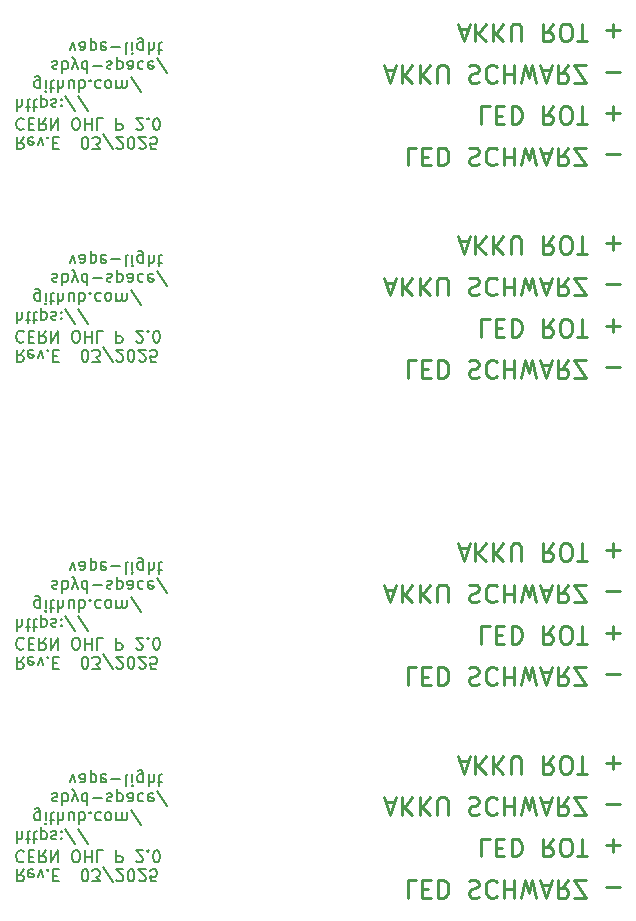
<source format=gbo>
G04 #@! TF.GenerationSoftware,KiCad,Pcbnew,8.0.1*
G04 #@! TF.CreationDate,2025-03-12T15:21:45+01:00*
G04 #@! TF.ProjectId,panel_E,70616e65-6c5f-4452-9e6b-696361645f70,E*
G04 #@! TF.SameCoordinates,Original*
G04 #@! TF.FileFunction,Legend,Bot*
G04 #@! TF.FilePolarity,Positive*
%FSLAX46Y46*%
G04 Gerber Fmt 4.6, Leading zero omitted, Abs format (unit mm)*
G04 Created by KiCad (PCBNEW 8.0.1) date 2025-03-12 15:21:45*
%MOMM*%
%LPD*%
G01*
G04 APERTURE LIST*
%ADD10C,0.250000*%
%ADD11C,0.200000*%
%ADD12C,0.500000*%
%ADD13C,1.152000*%
%ADD14C,2.000000*%
G04 APERTURE END LIST*
D10*
X49781383Y-15569071D02*
X49067097Y-15569071D01*
X49067097Y-15569071D02*
X49067097Y-17069071D01*
X50281383Y-16354785D02*
X50781383Y-16354785D01*
X50995669Y-15569071D02*
X50281383Y-15569071D01*
X50281383Y-15569071D02*
X50281383Y-17069071D01*
X50281383Y-17069071D02*
X50995669Y-17069071D01*
X51638526Y-15569071D02*
X51638526Y-17069071D01*
X51638526Y-17069071D02*
X51995669Y-17069071D01*
X51995669Y-17069071D02*
X52209955Y-16997642D01*
X52209955Y-16997642D02*
X52352812Y-16854785D01*
X52352812Y-16854785D02*
X52424241Y-16711928D01*
X52424241Y-16711928D02*
X52495669Y-16426214D01*
X52495669Y-16426214D02*
X52495669Y-16211928D01*
X52495669Y-16211928D02*
X52424241Y-15926214D01*
X52424241Y-15926214D02*
X52352812Y-15783357D01*
X52352812Y-15783357D02*
X52209955Y-15640500D01*
X52209955Y-15640500D02*
X51995669Y-15569071D01*
X51995669Y-15569071D02*
X51638526Y-15569071D01*
X55138526Y-15569071D02*
X54638526Y-16283357D01*
X54281383Y-15569071D02*
X54281383Y-17069071D01*
X54281383Y-17069071D02*
X54852812Y-17069071D01*
X54852812Y-17069071D02*
X54995669Y-16997642D01*
X54995669Y-16997642D02*
X55067098Y-16926214D01*
X55067098Y-16926214D02*
X55138526Y-16783357D01*
X55138526Y-16783357D02*
X55138526Y-16569071D01*
X55138526Y-16569071D02*
X55067098Y-16426214D01*
X55067098Y-16426214D02*
X54995669Y-16354785D01*
X54995669Y-16354785D02*
X54852812Y-16283357D01*
X54852812Y-16283357D02*
X54281383Y-16283357D01*
X56067098Y-17069071D02*
X56352812Y-17069071D01*
X56352812Y-17069071D02*
X56495669Y-16997642D01*
X56495669Y-16997642D02*
X56638526Y-16854785D01*
X56638526Y-16854785D02*
X56709955Y-16569071D01*
X56709955Y-16569071D02*
X56709955Y-16069071D01*
X56709955Y-16069071D02*
X56638526Y-15783357D01*
X56638526Y-15783357D02*
X56495669Y-15640500D01*
X56495669Y-15640500D02*
X56352812Y-15569071D01*
X56352812Y-15569071D02*
X56067098Y-15569071D01*
X56067098Y-15569071D02*
X55924241Y-15640500D01*
X55924241Y-15640500D02*
X55781383Y-15783357D01*
X55781383Y-15783357D02*
X55709955Y-16069071D01*
X55709955Y-16069071D02*
X55709955Y-16569071D01*
X55709955Y-16569071D02*
X55781383Y-16854785D01*
X55781383Y-16854785D02*
X55924241Y-16997642D01*
X55924241Y-16997642D02*
X56067098Y-17069071D01*
X57138527Y-17069071D02*
X57995670Y-17069071D01*
X57567098Y-15569071D02*
X57567098Y-17069071D01*
X59638526Y-16140500D02*
X60781384Y-16140500D01*
X60209955Y-15569071D02*
X60209955Y-16711928D01*
X47209955Y-70997642D02*
X47924241Y-70997642D01*
X47067098Y-70569071D02*
X47567098Y-72069071D01*
X47567098Y-72069071D02*
X48067098Y-70569071D01*
X48567097Y-70569071D02*
X48567097Y-72069071D01*
X49424240Y-70569071D02*
X48781383Y-71426214D01*
X49424240Y-72069071D02*
X48567097Y-71211928D01*
X50067097Y-70569071D02*
X50067097Y-72069071D01*
X50924240Y-70569071D02*
X50281383Y-71426214D01*
X50924240Y-72069071D02*
X50067097Y-71211928D01*
X51567097Y-72069071D02*
X51567097Y-70854785D01*
X51567097Y-70854785D02*
X51638526Y-70711928D01*
X51638526Y-70711928D02*
X51709955Y-70640500D01*
X51709955Y-70640500D02*
X51852812Y-70569071D01*
X51852812Y-70569071D02*
X52138526Y-70569071D01*
X52138526Y-70569071D02*
X52281383Y-70640500D01*
X52281383Y-70640500D02*
X52352812Y-70711928D01*
X52352812Y-70711928D02*
X52424240Y-70854785D01*
X52424240Y-70854785D02*
X52424240Y-72069071D01*
X55138526Y-70569071D02*
X54638526Y-71283357D01*
X54281383Y-70569071D02*
X54281383Y-72069071D01*
X54281383Y-72069071D02*
X54852812Y-72069071D01*
X54852812Y-72069071D02*
X54995669Y-71997642D01*
X54995669Y-71997642D02*
X55067098Y-71926214D01*
X55067098Y-71926214D02*
X55138526Y-71783357D01*
X55138526Y-71783357D02*
X55138526Y-71569071D01*
X55138526Y-71569071D02*
X55067098Y-71426214D01*
X55067098Y-71426214D02*
X54995669Y-71354785D01*
X54995669Y-71354785D02*
X54852812Y-71283357D01*
X54852812Y-71283357D02*
X54281383Y-71283357D01*
X56067098Y-72069071D02*
X56352812Y-72069071D01*
X56352812Y-72069071D02*
X56495669Y-71997642D01*
X56495669Y-71997642D02*
X56638526Y-71854785D01*
X56638526Y-71854785D02*
X56709955Y-71569071D01*
X56709955Y-71569071D02*
X56709955Y-71069071D01*
X56709955Y-71069071D02*
X56638526Y-70783357D01*
X56638526Y-70783357D02*
X56495669Y-70640500D01*
X56495669Y-70640500D02*
X56352812Y-70569071D01*
X56352812Y-70569071D02*
X56067098Y-70569071D01*
X56067098Y-70569071D02*
X55924241Y-70640500D01*
X55924241Y-70640500D02*
X55781383Y-70783357D01*
X55781383Y-70783357D02*
X55709955Y-71069071D01*
X55709955Y-71069071D02*
X55709955Y-71569071D01*
X55709955Y-71569071D02*
X55781383Y-71854785D01*
X55781383Y-71854785D02*
X55924241Y-71997642D01*
X55924241Y-71997642D02*
X56067098Y-72069071D01*
X57138527Y-72069071D02*
X57995670Y-72069071D01*
X57567098Y-70569071D02*
X57567098Y-72069071D01*
X59638526Y-71140500D02*
X60781384Y-71140500D01*
X60209955Y-70569071D02*
X60209955Y-71711928D01*
X49781383Y-59569071D02*
X49067097Y-59569071D01*
X49067097Y-59569071D02*
X49067097Y-61069071D01*
X50281383Y-60354785D02*
X50781383Y-60354785D01*
X50995669Y-59569071D02*
X50281383Y-59569071D01*
X50281383Y-59569071D02*
X50281383Y-61069071D01*
X50281383Y-61069071D02*
X50995669Y-61069071D01*
X51638526Y-59569071D02*
X51638526Y-61069071D01*
X51638526Y-61069071D02*
X51995669Y-61069071D01*
X51995669Y-61069071D02*
X52209955Y-60997642D01*
X52209955Y-60997642D02*
X52352812Y-60854785D01*
X52352812Y-60854785D02*
X52424241Y-60711928D01*
X52424241Y-60711928D02*
X52495669Y-60426214D01*
X52495669Y-60426214D02*
X52495669Y-60211928D01*
X52495669Y-60211928D02*
X52424241Y-59926214D01*
X52424241Y-59926214D02*
X52352812Y-59783357D01*
X52352812Y-59783357D02*
X52209955Y-59640500D01*
X52209955Y-59640500D02*
X51995669Y-59569071D01*
X51995669Y-59569071D02*
X51638526Y-59569071D01*
X55138526Y-59569071D02*
X54638526Y-60283357D01*
X54281383Y-59569071D02*
X54281383Y-61069071D01*
X54281383Y-61069071D02*
X54852812Y-61069071D01*
X54852812Y-61069071D02*
X54995669Y-60997642D01*
X54995669Y-60997642D02*
X55067098Y-60926214D01*
X55067098Y-60926214D02*
X55138526Y-60783357D01*
X55138526Y-60783357D02*
X55138526Y-60569071D01*
X55138526Y-60569071D02*
X55067098Y-60426214D01*
X55067098Y-60426214D02*
X54995669Y-60354785D01*
X54995669Y-60354785D02*
X54852812Y-60283357D01*
X54852812Y-60283357D02*
X54281383Y-60283357D01*
X56067098Y-61069071D02*
X56352812Y-61069071D01*
X56352812Y-61069071D02*
X56495669Y-60997642D01*
X56495669Y-60997642D02*
X56638526Y-60854785D01*
X56638526Y-60854785D02*
X56709955Y-60569071D01*
X56709955Y-60569071D02*
X56709955Y-60069071D01*
X56709955Y-60069071D02*
X56638526Y-59783357D01*
X56638526Y-59783357D02*
X56495669Y-59640500D01*
X56495669Y-59640500D02*
X56352812Y-59569071D01*
X56352812Y-59569071D02*
X56067098Y-59569071D01*
X56067098Y-59569071D02*
X55924241Y-59640500D01*
X55924241Y-59640500D02*
X55781383Y-59783357D01*
X55781383Y-59783357D02*
X55709955Y-60069071D01*
X55709955Y-60069071D02*
X55709955Y-60569071D01*
X55709955Y-60569071D02*
X55781383Y-60854785D01*
X55781383Y-60854785D02*
X55924241Y-60997642D01*
X55924241Y-60997642D02*
X56067098Y-61069071D01*
X57138527Y-61069071D02*
X57995670Y-61069071D01*
X57567098Y-59569071D02*
X57567098Y-61069071D01*
X59638526Y-60140500D02*
X60781384Y-60140500D01*
X60209955Y-59569071D02*
X60209955Y-60711928D01*
X40995670Y-30497642D02*
X41709956Y-30497642D01*
X40852813Y-30069071D02*
X41352813Y-31569071D01*
X41352813Y-31569071D02*
X41852813Y-30069071D01*
X42352812Y-30069071D02*
X42352812Y-31569071D01*
X43209955Y-30069071D02*
X42567098Y-30926214D01*
X43209955Y-31569071D02*
X42352812Y-30711928D01*
X43852812Y-30069071D02*
X43852812Y-31569071D01*
X44709955Y-30069071D02*
X44067098Y-30926214D01*
X44709955Y-31569071D02*
X43852812Y-30711928D01*
X45352812Y-31569071D02*
X45352812Y-30354785D01*
X45352812Y-30354785D02*
X45424241Y-30211928D01*
X45424241Y-30211928D02*
X45495670Y-30140500D01*
X45495670Y-30140500D02*
X45638527Y-30069071D01*
X45638527Y-30069071D02*
X45924241Y-30069071D01*
X45924241Y-30069071D02*
X46067098Y-30140500D01*
X46067098Y-30140500D02*
X46138527Y-30211928D01*
X46138527Y-30211928D02*
X46209955Y-30354785D01*
X46209955Y-30354785D02*
X46209955Y-31569071D01*
X47995670Y-30140500D02*
X48209956Y-30069071D01*
X48209956Y-30069071D02*
X48567098Y-30069071D01*
X48567098Y-30069071D02*
X48709956Y-30140500D01*
X48709956Y-30140500D02*
X48781384Y-30211928D01*
X48781384Y-30211928D02*
X48852813Y-30354785D01*
X48852813Y-30354785D02*
X48852813Y-30497642D01*
X48852813Y-30497642D02*
X48781384Y-30640500D01*
X48781384Y-30640500D02*
X48709956Y-30711928D01*
X48709956Y-30711928D02*
X48567098Y-30783357D01*
X48567098Y-30783357D02*
X48281384Y-30854785D01*
X48281384Y-30854785D02*
X48138527Y-30926214D01*
X48138527Y-30926214D02*
X48067098Y-30997642D01*
X48067098Y-30997642D02*
X47995670Y-31140500D01*
X47995670Y-31140500D02*
X47995670Y-31283357D01*
X47995670Y-31283357D02*
X48067098Y-31426214D01*
X48067098Y-31426214D02*
X48138527Y-31497642D01*
X48138527Y-31497642D02*
X48281384Y-31569071D01*
X48281384Y-31569071D02*
X48638527Y-31569071D01*
X48638527Y-31569071D02*
X48852813Y-31497642D01*
X50352812Y-30211928D02*
X50281384Y-30140500D01*
X50281384Y-30140500D02*
X50067098Y-30069071D01*
X50067098Y-30069071D02*
X49924241Y-30069071D01*
X49924241Y-30069071D02*
X49709955Y-30140500D01*
X49709955Y-30140500D02*
X49567098Y-30283357D01*
X49567098Y-30283357D02*
X49495669Y-30426214D01*
X49495669Y-30426214D02*
X49424241Y-30711928D01*
X49424241Y-30711928D02*
X49424241Y-30926214D01*
X49424241Y-30926214D02*
X49495669Y-31211928D01*
X49495669Y-31211928D02*
X49567098Y-31354785D01*
X49567098Y-31354785D02*
X49709955Y-31497642D01*
X49709955Y-31497642D02*
X49924241Y-31569071D01*
X49924241Y-31569071D02*
X50067098Y-31569071D01*
X50067098Y-31569071D02*
X50281384Y-31497642D01*
X50281384Y-31497642D02*
X50352812Y-31426214D01*
X50995669Y-30069071D02*
X50995669Y-31569071D01*
X50995669Y-30854785D02*
X51852812Y-30854785D01*
X51852812Y-30069071D02*
X51852812Y-31569071D01*
X52424241Y-31569071D02*
X52781384Y-30069071D01*
X52781384Y-30069071D02*
X53067098Y-31140500D01*
X53067098Y-31140500D02*
X53352813Y-30069071D01*
X53352813Y-30069071D02*
X53709956Y-31569071D01*
X54209956Y-30497642D02*
X54924242Y-30497642D01*
X54067099Y-30069071D02*
X54567099Y-31569071D01*
X54567099Y-31569071D02*
X55067099Y-30069071D01*
X56424241Y-30069071D02*
X55924241Y-30783357D01*
X55567098Y-30069071D02*
X55567098Y-31569071D01*
X55567098Y-31569071D02*
X56138527Y-31569071D01*
X56138527Y-31569071D02*
X56281384Y-31497642D01*
X56281384Y-31497642D02*
X56352813Y-31426214D01*
X56352813Y-31426214D02*
X56424241Y-31283357D01*
X56424241Y-31283357D02*
X56424241Y-31069071D01*
X56424241Y-31069071D02*
X56352813Y-30926214D01*
X56352813Y-30926214D02*
X56281384Y-30854785D01*
X56281384Y-30854785D02*
X56138527Y-30783357D01*
X56138527Y-30783357D02*
X55567098Y-30783357D01*
X56924241Y-31569071D02*
X57924241Y-31569071D01*
X57924241Y-31569071D02*
X56924241Y-30069071D01*
X56924241Y-30069071D02*
X57924241Y-30069071D01*
X59638526Y-30640500D02*
X60781384Y-30640500D01*
X43567098Y-81069071D02*
X42852812Y-81069071D01*
X42852812Y-81069071D02*
X42852812Y-82569071D01*
X44067098Y-81854785D02*
X44567098Y-81854785D01*
X44781384Y-81069071D02*
X44067098Y-81069071D01*
X44067098Y-81069071D02*
X44067098Y-82569071D01*
X44067098Y-82569071D02*
X44781384Y-82569071D01*
X45424241Y-81069071D02*
X45424241Y-82569071D01*
X45424241Y-82569071D02*
X45781384Y-82569071D01*
X45781384Y-82569071D02*
X45995670Y-82497642D01*
X45995670Y-82497642D02*
X46138527Y-82354785D01*
X46138527Y-82354785D02*
X46209956Y-82211928D01*
X46209956Y-82211928D02*
X46281384Y-81926214D01*
X46281384Y-81926214D02*
X46281384Y-81711928D01*
X46281384Y-81711928D02*
X46209956Y-81426214D01*
X46209956Y-81426214D02*
X46138527Y-81283357D01*
X46138527Y-81283357D02*
X45995670Y-81140500D01*
X45995670Y-81140500D02*
X45781384Y-81069071D01*
X45781384Y-81069071D02*
X45424241Y-81069071D01*
X47995670Y-81140500D02*
X48209956Y-81069071D01*
X48209956Y-81069071D02*
X48567098Y-81069071D01*
X48567098Y-81069071D02*
X48709956Y-81140500D01*
X48709956Y-81140500D02*
X48781384Y-81211928D01*
X48781384Y-81211928D02*
X48852813Y-81354785D01*
X48852813Y-81354785D02*
X48852813Y-81497642D01*
X48852813Y-81497642D02*
X48781384Y-81640500D01*
X48781384Y-81640500D02*
X48709956Y-81711928D01*
X48709956Y-81711928D02*
X48567098Y-81783357D01*
X48567098Y-81783357D02*
X48281384Y-81854785D01*
X48281384Y-81854785D02*
X48138527Y-81926214D01*
X48138527Y-81926214D02*
X48067098Y-81997642D01*
X48067098Y-81997642D02*
X47995670Y-82140500D01*
X47995670Y-82140500D02*
X47995670Y-82283357D01*
X47995670Y-82283357D02*
X48067098Y-82426214D01*
X48067098Y-82426214D02*
X48138527Y-82497642D01*
X48138527Y-82497642D02*
X48281384Y-82569071D01*
X48281384Y-82569071D02*
X48638527Y-82569071D01*
X48638527Y-82569071D02*
X48852813Y-82497642D01*
X50352812Y-81211928D02*
X50281384Y-81140500D01*
X50281384Y-81140500D02*
X50067098Y-81069071D01*
X50067098Y-81069071D02*
X49924241Y-81069071D01*
X49924241Y-81069071D02*
X49709955Y-81140500D01*
X49709955Y-81140500D02*
X49567098Y-81283357D01*
X49567098Y-81283357D02*
X49495669Y-81426214D01*
X49495669Y-81426214D02*
X49424241Y-81711928D01*
X49424241Y-81711928D02*
X49424241Y-81926214D01*
X49424241Y-81926214D02*
X49495669Y-82211928D01*
X49495669Y-82211928D02*
X49567098Y-82354785D01*
X49567098Y-82354785D02*
X49709955Y-82497642D01*
X49709955Y-82497642D02*
X49924241Y-82569071D01*
X49924241Y-82569071D02*
X50067098Y-82569071D01*
X50067098Y-82569071D02*
X50281384Y-82497642D01*
X50281384Y-82497642D02*
X50352812Y-82426214D01*
X50995669Y-81069071D02*
X50995669Y-82569071D01*
X50995669Y-81854785D02*
X51852812Y-81854785D01*
X51852812Y-81069071D02*
X51852812Y-82569071D01*
X52424241Y-82569071D02*
X52781384Y-81069071D01*
X52781384Y-81069071D02*
X53067098Y-82140500D01*
X53067098Y-82140500D02*
X53352813Y-81069071D01*
X53352813Y-81069071D02*
X53709956Y-82569071D01*
X54209956Y-81497642D02*
X54924242Y-81497642D01*
X54067099Y-81069071D02*
X54567099Y-82569071D01*
X54567099Y-82569071D02*
X55067099Y-81069071D01*
X56424241Y-81069071D02*
X55924241Y-81783357D01*
X55567098Y-81069071D02*
X55567098Y-82569071D01*
X55567098Y-82569071D02*
X56138527Y-82569071D01*
X56138527Y-82569071D02*
X56281384Y-82497642D01*
X56281384Y-82497642D02*
X56352813Y-82426214D01*
X56352813Y-82426214D02*
X56424241Y-82283357D01*
X56424241Y-82283357D02*
X56424241Y-82069071D01*
X56424241Y-82069071D02*
X56352813Y-81926214D01*
X56352813Y-81926214D02*
X56281384Y-81854785D01*
X56281384Y-81854785D02*
X56138527Y-81783357D01*
X56138527Y-81783357D02*
X55567098Y-81783357D01*
X56924241Y-82569071D02*
X57924241Y-82569071D01*
X57924241Y-82569071D02*
X56924241Y-81069071D01*
X56924241Y-81069071D02*
X57924241Y-81069071D01*
X59638526Y-81640500D02*
X60781384Y-81640500D01*
X47209955Y-52997642D02*
X47924241Y-52997642D01*
X47067098Y-52569071D02*
X47567098Y-54069071D01*
X47567098Y-54069071D02*
X48067098Y-52569071D01*
X48567097Y-52569071D02*
X48567097Y-54069071D01*
X49424240Y-52569071D02*
X48781383Y-53426214D01*
X49424240Y-54069071D02*
X48567097Y-53211928D01*
X50067097Y-52569071D02*
X50067097Y-54069071D01*
X50924240Y-52569071D02*
X50281383Y-53426214D01*
X50924240Y-54069071D02*
X50067097Y-53211928D01*
X51567097Y-54069071D02*
X51567097Y-52854785D01*
X51567097Y-52854785D02*
X51638526Y-52711928D01*
X51638526Y-52711928D02*
X51709955Y-52640500D01*
X51709955Y-52640500D02*
X51852812Y-52569071D01*
X51852812Y-52569071D02*
X52138526Y-52569071D01*
X52138526Y-52569071D02*
X52281383Y-52640500D01*
X52281383Y-52640500D02*
X52352812Y-52711928D01*
X52352812Y-52711928D02*
X52424240Y-52854785D01*
X52424240Y-52854785D02*
X52424240Y-54069071D01*
X55138526Y-52569071D02*
X54638526Y-53283357D01*
X54281383Y-52569071D02*
X54281383Y-54069071D01*
X54281383Y-54069071D02*
X54852812Y-54069071D01*
X54852812Y-54069071D02*
X54995669Y-53997642D01*
X54995669Y-53997642D02*
X55067098Y-53926214D01*
X55067098Y-53926214D02*
X55138526Y-53783357D01*
X55138526Y-53783357D02*
X55138526Y-53569071D01*
X55138526Y-53569071D02*
X55067098Y-53426214D01*
X55067098Y-53426214D02*
X54995669Y-53354785D01*
X54995669Y-53354785D02*
X54852812Y-53283357D01*
X54852812Y-53283357D02*
X54281383Y-53283357D01*
X56067098Y-54069071D02*
X56352812Y-54069071D01*
X56352812Y-54069071D02*
X56495669Y-53997642D01*
X56495669Y-53997642D02*
X56638526Y-53854785D01*
X56638526Y-53854785D02*
X56709955Y-53569071D01*
X56709955Y-53569071D02*
X56709955Y-53069071D01*
X56709955Y-53069071D02*
X56638526Y-52783357D01*
X56638526Y-52783357D02*
X56495669Y-52640500D01*
X56495669Y-52640500D02*
X56352812Y-52569071D01*
X56352812Y-52569071D02*
X56067098Y-52569071D01*
X56067098Y-52569071D02*
X55924241Y-52640500D01*
X55924241Y-52640500D02*
X55781383Y-52783357D01*
X55781383Y-52783357D02*
X55709955Y-53069071D01*
X55709955Y-53069071D02*
X55709955Y-53569071D01*
X55709955Y-53569071D02*
X55781383Y-53854785D01*
X55781383Y-53854785D02*
X55924241Y-53997642D01*
X55924241Y-53997642D02*
X56067098Y-54069071D01*
X57138527Y-54069071D02*
X57995670Y-54069071D01*
X57567098Y-52569071D02*
X57567098Y-54069071D01*
X59638526Y-53140500D02*
X60781384Y-53140500D01*
X60209955Y-52569071D02*
X60209955Y-53711928D01*
X43567098Y-37069071D02*
X42852812Y-37069071D01*
X42852812Y-37069071D02*
X42852812Y-38569071D01*
X44067098Y-37854785D02*
X44567098Y-37854785D01*
X44781384Y-37069071D02*
X44067098Y-37069071D01*
X44067098Y-37069071D02*
X44067098Y-38569071D01*
X44067098Y-38569071D02*
X44781384Y-38569071D01*
X45424241Y-37069071D02*
X45424241Y-38569071D01*
X45424241Y-38569071D02*
X45781384Y-38569071D01*
X45781384Y-38569071D02*
X45995670Y-38497642D01*
X45995670Y-38497642D02*
X46138527Y-38354785D01*
X46138527Y-38354785D02*
X46209956Y-38211928D01*
X46209956Y-38211928D02*
X46281384Y-37926214D01*
X46281384Y-37926214D02*
X46281384Y-37711928D01*
X46281384Y-37711928D02*
X46209956Y-37426214D01*
X46209956Y-37426214D02*
X46138527Y-37283357D01*
X46138527Y-37283357D02*
X45995670Y-37140500D01*
X45995670Y-37140500D02*
X45781384Y-37069071D01*
X45781384Y-37069071D02*
X45424241Y-37069071D01*
X47995670Y-37140500D02*
X48209956Y-37069071D01*
X48209956Y-37069071D02*
X48567098Y-37069071D01*
X48567098Y-37069071D02*
X48709956Y-37140500D01*
X48709956Y-37140500D02*
X48781384Y-37211928D01*
X48781384Y-37211928D02*
X48852813Y-37354785D01*
X48852813Y-37354785D02*
X48852813Y-37497642D01*
X48852813Y-37497642D02*
X48781384Y-37640500D01*
X48781384Y-37640500D02*
X48709956Y-37711928D01*
X48709956Y-37711928D02*
X48567098Y-37783357D01*
X48567098Y-37783357D02*
X48281384Y-37854785D01*
X48281384Y-37854785D02*
X48138527Y-37926214D01*
X48138527Y-37926214D02*
X48067098Y-37997642D01*
X48067098Y-37997642D02*
X47995670Y-38140500D01*
X47995670Y-38140500D02*
X47995670Y-38283357D01*
X47995670Y-38283357D02*
X48067098Y-38426214D01*
X48067098Y-38426214D02*
X48138527Y-38497642D01*
X48138527Y-38497642D02*
X48281384Y-38569071D01*
X48281384Y-38569071D02*
X48638527Y-38569071D01*
X48638527Y-38569071D02*
X48852813Y-38497642D01*
X50352812Y-37211928D02*
X50281384Y-37140500D01*
X50281384Y-37140500D02*
X50067098Y-37069071D01*
X50067098Y-37069071D02*
X49924241Y-37069071D01*
X49924241Y-37069071D02*
X49709955Y-37140500D01*
X49709955Y-37140500D02*
X49567098Y-37283357D01*
X49567098Y-37283357D02*
X49495669Y-37426214D01*
X49495669Y-37426214D02*
X49424241Y-37711928D01*
X49424241Y-37711928D02*
X49424241Y-37926214D01*
X49424241Y-37926214D02*
X49495669Y-38211928D01*
X49495669Y-38211928D02*
X49567098Y-38354785D01*
X49567098Y-38354785D02*
X49709955Y-38497642D01*
X49709955Y-38497642D02*
X49924241Y-38569071D01*
X49924241Y-38569071D02*
X50067098Y-38569071D01*
X50067098Y-38569071D02*
X50281384Y-38497642D01*
X50281384Y-38497642D02*
X50352812Y-38426214D01*
X50995669Y-37069071D02*
X50995669Y-38569071D01*
X50995669Y-37854785D02*
X51852812Y-37854785D01*
X51852812Y-37069071D02*
X51852812Y-38569071D01*
X52424241Y-38569071D02*
X52781384Y-37069071D01*
X52781384Y-37069071D02*
X53067098Y-38140500D01*
X53067098Y-38140500D02*
X53352813Y-37069071D01*
X53352813Y-37069071D02*
X53709956Y-38569071D01*
X54209956Y-37497642D02*
X54924242Y-37497642D01*
X54067099Y-37069071D02*
X54567099Y-38569071D01*
X54567099Y-38569071D02*
X55067099Y-37069071D01*
X56424241Y-37069071D02*
X55924241Y-37783357D01*
X55567098Y-37069071D02*
X55567098Y-38569071D01*
X55567098Y-38569071D02*
X56138527Y-38569071D01*
X56138527Y-38569071D02*
X56281384Y-38497642D01*
X56281384Y-38497642D02*
X56352813Y-38426214D01*
X56352813Y-38426214D02*
X56424241Y-38283357D01*
X56424241Y-38283357D02*
X56424241Y-38069071D01*
X56424241Y-38069071D02*
X56352813Y-37926214D01*
X56352813Y-37926214D02*
X56281384Y-37854785D01*
X56281384Y-37854785D02*
X56138527Y-37783357D01*
X56138527Y-37783357D02*
X55567098Y-37783357D01*
X56924241Y-38569071D02*
X57924241Y-38569071D01*
X57924241Y-38569071D02*
X56924241Y-37069071D01*
X56924241Y-37069071D02*
X57924241Y-37069071D01*
X59638526Y-37640500D02*
X60781384Y-37640500D01*
X49781383Y-33569071D02*
X49067097Y-33569071D01*
X49067097Y-33569071D02*
X49067097Y-35069071D01*
X50281383Y-34354785D02*
X50781383Y-34354785D01*
X50995669Y-33569071D02*
X50281383Y-33569071D01*
X50281383Y-33569071D02*
X50281383Y-35069071D01*
X50281383Y-35069071D02*
X50995669Y-35069071D01*
X51638526Y-33569071D02*
X51638526Y-35069071D01*
X51638526Y-35069071D02*
X51995669Y-35069071D01*
X51995669Y-35069071D02*
X52209955Y-34997642D01*
X52209955Y-34997642D02*
X52352812Y-34854785D01*
X52352812Y-34854785D02*
X52424241Y-34711928D01*
X52424241Y-34711928D02*
X52495669Y-34426214D01*
X52495669Y-34426214D02*
X52495669Y-34211928D01*
X52495669Y-34211928D02*
X52424241Y-33926214D01*
X52424241Y-33926214D02*
X52352812Y-33783357D01*
X52352812Y-33783357D02*
X52209955Y-33640500D01*
X52209955Y-33640500D02*
X51995669Y-33569071D01*
X51995669Y-33569071D02*
X51638526Y-33569071D01*
X55138526Y-33569071D02*
X54638526Y-34283357D01*
X54281383Y-33569071D02*
X54281383Y-35069071D01*
X54281383Y-35069071D02*
X54852812Y-35069071D01*
X54852812Y-35069071D02*
X54995669Y-34997642D01*
X54995669Y-34997642D02*
X55067098Y-34926214D01*
X55067098Y-34926214D02*
X55138526Y-34783357D01*
X55138526Y-34783357D02*
X55138526Y-34569071D01*
X55138526Y-34569071D02*
X55067098Y-34426214D01*
X55067098Y-34426214D02*
X54995669Y-34354785D01*
X54995669Y-34354785D02*
X54852812Y-34283357D01*
X54852812Y-34283357D02*
X54281383Y-34283357D01*
X56067098Y-35069071D02*
X56352812Y-35069071D01*
X56352812Y-35069071D02*
X56495669Y-34997642D01*
X56495669Y-34997642D02*
X56638526Y-34854785D01*
X56638526Y-34854785D02*
X56709955Y-34569071D01*
X56709955Y-34569071D02*
X56709955Y-34069071D01*
X56709955Y-34069071D02*
X56638526Y-33783357D01*
X56638526Y-33783357D02*
X56495669Y-33640500D01*
X56495669Y-33640500D02*
X56352812Y-33569071D01*
X56352812Y-33569071D02*
X56067098Y-33569071D01*
X56067098Y-33569071D02*
X55924241Y-33640500D01*
X55924241Y-33640500D02*
X55781383Y-33783357D01*
X55781383Y-33783357D02*
X55709955Y-34069071D01*
X55709955Y-34069071D02*
X55709955Y-34569071D01*
X55709955Y-34569071D02*
X55781383Y-34854785D01*
X55781383Y-34854785D02*
X55924241Y-34997642D01*
X55924241Y-34997642D02*
X56067098Y-35069071D01*
X57138527Y-35069071D02*
X57995670Y-35069071D01*
X57567098Y-33569071D02*
X57567098Y-35069071D01*
X59638526Y-34140500D02*
X60781384Y-34140500D01*
X60209955Y-33569071D02*
X60209955Y-34711928D01*
D11*
X10316101Y-36182500D02*
X9982768Y-36658691D01*
X9744673Y-36182500D02*
X9744673Y-37182500D01*
X9744673Y-37182500D02*
X10125625Y-37182500D01*
X10125625Y-37182500D02*
X10220863Y-37134881D01*
X10220863Y-37134881D02*
X10268482Y-37087262D01*
X10268482Y-37087262D02*
X10316101Y-36992024D01*
X10316101Y-36992024D02*
X10316101Y-36849167D01*
X10316101Y-36849167D02*
X10268482Y-36753929D01*
X10268482Y-36753929D02*
X10220863Y-36706310D01*
X10220863Y-36706310D02*
X10125625Y-36658691D01*
X10125625Y-36658691D02*
X9744673Y-36658691D01*
X11125625Y-36230120D02*
X11030387Y-36182500D01*
X11030387Y-36182500D02*
X10839911Y-36182500D01*
X10839911Y-36182500D02*
X10744673Y-36230120D01*
X10744673Y-36230120D02*
X10697054Y-36325358D01*
X10697054Y-36325358D02*
X10697054Y-36706310D01*
X10697054Y-36706310D02*
X10744673Y-36801548D01*
X10744673Y-36801548D02*
X10839911Y-36849167D01*
X10839911Y-36849167D02*
X11030387Y-36849167D01*
X11030387Y-36849167D02*
X11125625Y-36801548D01*
X11125625Y-36801548D02*
X11173244Y-36706310D01*
X11173244Y-36706310D02*
X11173244Y-36611072D01*
X11173244Y-36611072D02*
X10697054Y-36515834D01*
X11506578Y-36849167D02*
X11744673Y-36182500D01*
X11744673Y-36182500D02*
X11982768Y-36849167D01*
X12363721Y-36277739D02*
X12411340Y-36230120D01*
X12411340Y-36230120D02*
X12363721Y-36182500D01*
X12363721Y-36182500D02*
X12316102Y-36230120D01*
X12316102Y-36230120D02*
X12363721Y-36277739D01*
X12363721Y-36277739D02*
X12363721Y-36182500D01*
X12839911Y-36706310D02*
X13173244Y-36706310D01*
X13316101Y-36182500D02*
X12839911Y-36182500D01*
X12839911Y-36182500D02*
X12839911Y-37182500D01*
X12839911Y-37182500D02*
X13316101Y-37182500D01*
X15458959Y-37182500D02*
X15554197Y-37182500D01*
X15554197Y-37182500D02*
X15649435Y-37134881D01*
X15649435Y-37134881D02*
X15697054Y-37087262D01*
X15697054Y-37087262D02*
X15744673Y-36992024D01*
X15744673Y-36992024D02*
X15792292Y-36801548D01*
X15792292Y-36801548D02*
X15792292Y-36563453D01*
X15792292Y-36563453D02*
X15744673Y-36372977D01*
X15744673Y-36372977D02*
X15697054Y-36277739D01*
X15697054Y-36277739D02*
X15649435Y-36230120D01*
X15649435Y-36230120D02*
X15554197Y-36182500D01*
X15554197Y-36182500D02*
X15458959Y-36182500D01*
X15458959Y-36182500D02*
X15363721Y-36230120D01*
X15363721Y-36230120D02*
X15316102Y-36277739D01*
X15316102Y-36277739D02*
X15268483Y-36372977D01*
X15268483Y-36372977D02*
X15220864Y-36563453D01*
X15220864Y-36563453D02*
X15220864Y-36801548D01*
X15220864Y-36801548D02*
X15268483Y-36992024D01*
X15268483Y-36992024D02*
X15316102Y-37087262D01*
X15316102Y-37087262D02*
X15363721Y-37134881D01*
X15363721Y-37134881D02*
X15458959Y-37182500D01*
X16125626Y-37182500D02*
X16744673Y-37182500D01*
X16744673Y-37182500D02*
X16411340Y-36801548D01*
X16411340Y-36801548D02*
X16554197Y-36801548D01*
X16554197Y-36801548D02*
X16649435Y-36753929D01*
X16649435Y-36753929D02*
X16697054Y-36706310D01*
X16697054Y-36706310D02*
X16744673Y-36611072D01*
X16744673Y-36611072D02*
X16744673Y-36372977D01*
X16744673Y-36372977D02*
X16697054Y-36277739D01*
X16697054Y-36277739D02*
X16649435Y-36230120D01*
X16649435Y-36230120D02*
X16554197Y-36182500D01*
X16554197Y-36182500D02*
X16268483Y-36182500D01*
X16268483Y-36182500D02*
X16173245Y-36230120D01*
X16173245Y-36230120D02*
X16125626Y-36277739D01*
X17887530Y-37230120D02*
X17030388Y-35944405D01*
X18173245Y-37087262D02*
X18220864Y-37134881D01*
X18220864Y-37134881D02*
X18316102Y-37182500D01*
X18316102Y-37182500D02*
X18554197Y-37182500D01*
X18554197Y-37182500D02*
X18649435Y-37134881D01*
X18649435Y-37134881D02*
X18697054Y-37087262D01*
X18697054Y-37087262D02*
X18744673Y-36992024D01*
X18744673Y-36992024D02*
X18744673Y-36896786D01*
X18744673Y-36896786D02*
X18697054Y-36753929D01*
X18697054Y-36753929D02*
X18125626Y-36182500D01*
X18125626Y-36182500D02*
X18744673Y-36182500D01*
X19363721Y-37182500D02*
X19458959Y-37182500D01*
X19458959Y-37182500D02*
X19554197Y-37134881D01*
X19554197Y-37134881D02*
X19601816Y-37087262D01*
X19601816Y-37087262D02*
X19649435Y-36992024D01*
X19649435Y-36992024D02*
X19697054Y-36801548D01*
X19697054Y-36801548D02*
X19697054Y-36563453D01*
X19697054Y-36563453D02*
X19649435Y-36372977D01*
X19649435Y-36372977D02*
X19601816Y-36277739D01*
X19601816Y-36277739D02*
X19554197Y-36230120D01*
X19554197Y-36230120D02*
X19458959Y-36182500D01*
X19458959Y-36182500D02*
X19363721Y-36182500D01*
X19363721Y-36182500D02*
X19268483Y-36230120D01*
X19268483Y-36230120D02*
X19220864Y-36277739D01*
X19220864Y-36277739D02*
X19173245Y-36372977D01*
X19173245Y-36372977D02*
X19125626Y-36563453D01*
X19125626Y-36563453D02*
X19125626Y-36801548D01*
X19125626Y-36801548D02*
X19173245Y-36992024D01*
X19173245Y-36992024D02*
X19220864Y-37087262D01*
X19220864Y-37087262D02*
X19268483Y-37134881D01*
X19268483Y-37134881D02*
X19363721Y-37182500D01*
X20078007Y-37087262D02*
X20125626Y-37134881D01*
X20125626Y-37134881D02*
X20220864Y-37182500D01*
X20220864Y-37182500D02*
X20458959Y-37182500D01*
X20458959Y-37182500D02*
X20554197Y-37134881D01*
X20554197Y-37134881D02*
X20601816Y-37087262D01*
X20601816Y-37087262D02*
X20649435Y-36992024D01*
X20649435Y-36992024D02*
X20649435Y-36896786D01*
X20649435Y-36896786D02*
X20601816Y-36753929D01*
X20601816Y-36753929D02*
X20030388Y-36182500D01*
X20030388Y-36182500D02*
X20649435Y-36182500D01*
X21554197Y-37182500D02*
X21078007Y-37182500D01*
X21078007Y-37182500D02*
X21030388Y-36706310D01*
X21030388Y-36706310D02*
X21078007Y-36753929D01*
X21078007Y-36753929D02*
X21173245Y-36801548D01*
X21173245Y-36801548D02*
X21411340Y-36801548D01*
X21411340Y-36801548D02*
X21506578Y-36753929D01*
X21506578Y-36753929D02*
X21554197Y-36706310D01*
X21554197Y-36706310D02*
X21601816Y-36611072D01*
X21601816Y-36611072D02*
X21601816Y-36372977D01*
X21601816Y-36372977D02*
X21554197Y-36277739D01*
X21554197Y-36277739D02*
X21506578Y-36230120D01*
X21506578Y-36230120D02*
X21411340Y-36182500D01*
X21411340Y-36182500D02*
X21173245Y-36182500D01*
X21173245Y-36182500D02*
X21078007Y-36230120D01*
X21078007Y-36230120D02*
X21030388Y-36277739D01*
X10316101Y-34667795D02*
X10268482Y-34620176D01*
X10268482Y-34620176D02*
X10125625Y-34572556D01*
X10125625Y-34572556D02*
X10030387Y-34572556D01*
X10030387Y-34572556D02*
X9887530Y-34620176D01*
X9887530Y-34620176D02*
X9792292Y-34715414D01*
X9792292Y-34715414D02*
X9744673Y-34810652D01*
X9744673Y-34810652D02*
X9697054Y-35001128D01*
X9697054Y-35001128D02*
X9697054Y-35143985D01*
X9697054Y-35143985D02*
X9744673Y-35334461D01*
X9744673Y-35334461D02*
X9792292Y-35429699D01*
X9792292Y-35429699D02*
X9887530Y-35524937D01*
X9887530Y-35524937D02*
X10030387Y-35572556D01*
X10030387Y-35572556D02*
X10125625Y-35572556D01*
X10125625Y-35572556D02*
X10268482Y-35524937D01*
X10268482Y-35524937D02*
X10316101Y-35477318D01*
X10744673Y-35096366D02*
X11078006Y-35096366D01*
X11220863Y-34572556D02*
X10744673Y-34572556D01*
X10744673Y-34572556D02*
X10744673Y-35572556D01*
X10744673Y-35572556D02*
X11220863Y-35572556D01*
X12220863Y-34572556D02*
X11887530Y-35048747D01*
X11649435Y-34572556D02*
X11649435Y-35572556D01*
X11649435Y-35572556D02*
X12030387Y-35572556D01*
X12030387Y-35572556D02*
X12125625Y-35524937D01*
X12125625Y-35524937D02*
X12173244Y-35477318D01*
X12173244Y-35477318D02*
X12220863Y-35382080D01*
X12220863Y-35382080D02*
X12220863Y-35239223D01*
X12220863Y-35239223D02*
X12173244Y-35143985D01*
X12173244Y-35143985D02*
X12125625Y-35096366D01*
X12125625Y-35096366D02*
X12030387Y-35048747D01*
X12030387Y-35048747D02*
X11649435Y-35048747D01*
X12649435Y-34572556D02*
X12649435Y-35572556D01*
X12649435Y-35572556D02*
X13220863Y-34572556D01*
X13220863Y-34572556D02*
X13220863Y-35572556D01*
X14649435Y-35572556D02*
X14839911Y-35572556D01*
X14839911Y-35572556D02*
X14935149Y-35524937D01*
X14935149Y-35524937D02*
X15030387Y-35429699D01*
X15030387Y-35429699D02*
X15078006Y-35239223D01*
X15078006Y-35239223D02*
X15078006Y-34905890D01*
X15078006Y-34905890D02*
X15030387Y-34715414D01*
X15030387Y-34715414D02*
X14935149Y-34620176D01*
X14935149Y-34620176D02*
X14839911Y-34572556D01*
X14839911Y-34572556D02*
X14649435Y-34572556D01*
X14649435Y-34572556D02*
X14554197Y-34620176D01*
X14554197Y-34620176D02*
X14458959Y-34715414D01*
X14458959Y-34715414D02*
X14411340Y-34905890D01*
X14411340Y-34905890D02*
X14411340Y-35239223D01*
X14411340Y-35239223D02*
X14458959Y-35429699D01*
X14458959Y-35429699D02*
X14554197Y-35524937D01*
X14554197Y-35524937D02*
X14649435Y-35572556D01*
X15506578Y-34572556D02*
X15506578Y-35572556D01*
X15506578Y-35096366D02*
X16078006Y-35096366D01*
X16078006Y-34572556D02*
X16078006Y-35572556D01*
X17030387Y-34572556D02*
X16554197Y-34572556D01*
X16554197Y-34572556D02*
X16554197Y-35572556D01*
X18125626Y-34572556D02*
X18125626Y-35572556D01*
X18125626Y-35572556D02*
X18506578Y-35572556D01*
X18506578Y-35572556D02*
X18601816Y-35524937D01*
X18601816Y-35524937D02*
X18649435Y-35477318D01*
X18649435Y-35477318D02*
X18697054Y-35382080D01*
X18697054Y-35382080D02*
X18697054Y-35239223D01*
X18697054Y-35239223D02*
X18649435Y-35143985D01*
X18649435Y-35143985D02*
X18601816Y-35096366D01*
X18601816Y-35096366D02*
X18506578Y-35048747D01*
X18506578Y-35048747D02*
X18125626Y-35048747D01*
X19839912Y-35477318D02*
X19887531Y-35524937D01*
X19887531Y-35524937D02*
X19982769Y-35572556D01*
X19982769Y-35572556D02*
X20220864Y-35572556D01*
X20220864Y-35572556D02*
X20316102Y-35524937D01*
X20316102Y-35524937D02*
X20363721Y-35477318D01*
X20363721Y-35477318D02*
X20411340Y-35382080D01*
X20411340Y-35382080D02*
X20411340Y-35286842D01*
X20411340Y-35286842D02*
X20363721Y-35143985D01*
X20363721Y-35143985D02*
X19792293Y-34572556D01*
X19792293Y-34572556D02*
X20411340Y-34572556D01*
X20839912Y-34667795D02*
X20887531Y-34620176D01*
X20887531Y-34620176D02*
X20839912Y-34572556D01*
X20839912Y-34572556D02*
X20792293Y-34620176D01*
X20792293Y-34620176D02*
X20839912Y-34667795D01*
X20839912Y-34667795D02*
X20839912Y-34572556D01*
X21506578Y-35572556D02*
X21601816Y-35572556D01*
X21601816Y-35572556D02*
X21697054Y-35524937D01*
X21697054Y-35524937D02*
X21744673Y-35477318D01*
X21744673Y-35477318D02*
X21792292Y-35382080D01*
X21792292Y-35382080D02*
X21839911Y-35191604D01*
X21839911Y-35191604D02*
X21839911Y-34953509D01*
X21839911Y-34953509D02*
X21792292Y-34763033D01*
X21792292Y-34763033D02*
X21744673Y-34667795D01*
X21744673Y-34667795D02*
X21697054Y-34620176D01*
X21697054Y-34620176D02*
X21601816Y-34572556D01*
X21601816Y-34572556D02*
X21506578Y-34572556D01*
X21506578Y-34572556D02*
X21411340Y-34620176D01*
X21411340Y-34620176D02*
X21363721Y-34667795D01*
X21363721Y-34667795D02*
X21316102Y-34763033D01*
X21316102Y-34763033D02*
X21268483Y-34953509D01*
X21268483Y-34953509D02*
X21268483Y-35191604D01*
X21268483Y-35191604D02*
X21316102Y-35382080D01*
X21316102Y-35382080D02*
X21363721Y-35477318D01*
X21363721Y-35477318D02*
X21411340Y-35524937D01*
X21411340Y-35524937D02*
X21506578Y-35572556D01*
X9744673Y-32962612D02*
X9744673Y-33962612D01*
X10173244Y-32962612D02*
X10173244Y-33486422D01*
X10173244Y-33486422D02*
X10125625Y-33581660D01*
X10125625Y-33581660D02*
X10030387Y-33629279D01*
X10030387Y-33629279D02*
X9887530Y-33629279D01*
X9887530Y-33629279D02*
X9792292Y-33581660D01*
X9792292Y-33581660D02*
X9744673Y-33534041D01*
X10506578Y-33629279D02*
X10887530Y-33629279D01*
X10649435Y-33962612D02*
X10649435Y-33105470D01*
X10649435Y-33105470D02*
X10697054Y-33010232D01*
X10697054Y-33010232D02*
X10792292Y-32962612D01*
X10792292Y-32962612D02*
X10887530Y-32962612D01*
X11078007Y-33629279D02*
X11458959Y-33629279D01*
X11220864Y-33962612D02*
X11220864Y-33105470D01*
X11220864Y-33105470D02*
X11268483Y-33010232D01*
X11268483Y-33010232D02*
X11363721Y-32962612D01*
X11363721Y-32962612D02*
X11458959Y-32962612D01*
X11792293Y-33629279D02*
X11792293Y-32629279D01*
X11792293Y-33581660D02*
X11887531Y-33629279D01*
X11887531Y-33629279D02*
X12078007Y-33629279D01*
X12078007Y-33629279D02*
X12173245Y-33581660D01*
X12173245Y-33581660D02*
X12220864Y-33534041D01*
X12220864Y-33534041D02*
X12268483Y-33438803D01*
X12268483Y-33438803D02*
X12268483Y-33153089D01*
X12268483Y-33153089D02*
X12220864Y-33057851D01*
X12220864Y-33057851D02*
X12173245Y-33010232D01*
X12173245Y-33010232D02*
X12078007Y-32962612D01*
X12078007Y-32962612D02*
X11887531Y-32962612D01*
X11887531Y-32962612D02*
X11792293Y-33010232D01*
X12649436Y-33010232D02*
X12744674Y-32962612D01*
X12744674Y-32962612D02*
X12935150Y-32962612D01*
X12935150Y-32962612D02*
X13030388Y-33010232D01*
X13030388Y-33010232D02*
X13078007Y-33105470D01*
X13078007Y-33105470D02*
X13078007Y-33153089D01*
X13078007Y-33153089D02*
X13030388Y-33248327D01*
X13030388Y-33248327D02*
X12935150Y-33295946D01*
X12935150Y-33295946D02*
X12792293Y-33295946D01*
X12792293Y-33295946D02*
X12697055Y-33343565D01*
X12697055Y-33343565D02*
X12649436Y-33438803D01*
X12649436Y-33438803D02*
X12649436Y-33486422D01*
X12649436Y-33486422D02*
X12697055Y-33581660D01*
X12697055Y-33581660D02*
X12792293Y-33629279D01*
X12792293Y-33629279D02*
X12935150Y-33629279D01*
X12935150Y-33629279D02*
X13030388Y-33581660D01*
X13506579Y-33057851D02*
X13554198Y-33010232D01*
X13554198Y-33010232D02*
X13506579Y-32962612D01*
X13506579Y-32962612D02*
X13458960Y-33010232D01*
X13458960Y-33010232D02*
X13506579Y-33057851D01*
X13506579Y-33057851D02*
X13506579Y-32962612D01*
X13506579Y-33581660D02*
X13554198Y-33534041D01*
X13554198Y-33534041D02*
X13506579Y-33486422D01*
X13506579Y-33486422D02*
X13458960Y-33534041D01*
X13458960Y-33534041D02*
X13506579Y-33581660D01*
X13506579Y-33581660D02*
X13506579Y-33486422D01*
X14697054Y-34010232D02*
X13839912Y-32724517D01*
X15744673Y-34010232D02*
X14887531Y-32724517D01*
X11697054Y-32019335D02*
X11697054Y-31209811D01*
X11697054Y-31209811D02*
X11649435Y-31114573D01*
X11649435Y-31114573D02*
X11601816Y-31066954D01*
X11601816Y-31066954D02*
X11506578Y-31019335D01*
X11506578Y-31019335D02*
X11363721Y-31019335D01*
X11363721Y-31019335D02*
X11268483Y-31066954D01*
X11697054Y-31400288D02*
X11601816Y-31352668D01*
X11601816Y-31352668D02*
X11411340Y-31352668D01*
X11411340Y-31352668D02*
X11316102Y-31400288D01*
X11316102Y-31400288D02*
X11268483Y-31447907D01*
X11268483Y-31447907D02*
X11220864Y-31543145D01*
X11220864Y-31543145D02*
X11220864Y-31828859D01*
X11220864Y-31828859D02*
X11268483Y-31924097D01*
X11268483Y-31924097D02*
X11316102Y-31971716D01*
X11316102Y-31971716D02*
X11411340Y-32019335D01*
X11411340Y-32019335D02*
X11601816Y-32019335D01*
X11601816Y-32019335D02*
X11697054Y-31971716D01*
X12173245Y-31352668D02*
X12173245Y-32019335D01*
X12173245Y-32352668D02*
X12125626Y-32305049D01*
X12125626Y-32305049D02*
X12173245Y-32257430D01*
X12173245Y-32257430D02*
X12220864Y-32305049D01*
X12220864Y-32305049D02*
X12173245Y-32352668D01*
X12173245Y-32352668D02*
X12173245Y-32257430D01*
X12506578Y-32019335D02*
X12887530Y-32019335D01*
X12649435Y-32352668D02*
X12649435Y-31495526D01*
X12649435Y-31495526D02*
X12697054Y-31400288D01*
X12697054Y-31400288D02*
X12792292Y-31352668D01*
X12792292Y-31352668D02*
X12887530Y-31352668D01*
X13220864Y-31352668D02*
X13220864Y-32352668D01*
X13649435Y-31352668D02*
X13649435Y-31876478D01*
X13649435Y-31876478D02*
X13601816Y-31971716D01*
X13601816Y-31971716D02*
X13506578Y-32019335D01*
X13506578Y-32019335D02*
X13363721Y-32019335D01*
X13363721Y-32019335D02*
X13268483Y-31971716D01*
X13268483Y-31971716D02*
X13220864Y-31924097D01*
X14554197Y-32019335D02*
X14554197Y-31352668D01*
X14125626Y-32019335D02*
X14125626Y-31495526D01*
X14125626Y-31495526D02*
X14173245Y-31400288D01*
X14173245Y-31400288D02*
X14268483Y-31352668D01*
X14268483Y-31352668D02*
X14411340Y-31352668D01*
X14411340Y-31352668D02*
X14506578Y-31400288D01*
X14506578Y-31400288D02*
X14554197Y-31447907D01*
X15030388Y-31352668D02*
X15030388Y-32352668D01*
X15030388Y-31971716D02*
X15125626Y-32019335D01*
X15125626Y-32019335D02*
X15316102Y-32019335D01*
X15316102Y-32019335D02*
X15411340Y-31971716D01*
X15411340Y-31971716D02*
X15458959Y-31924097D01*
X15458959Y-31924097D02*
X15506578Y-31828859D01*
X15506578Y-31828859D02*
X15506578Y-31543145D01*
X15506578Y-31543145D02*
X15458959Y-31447907D01*
X15458959Y-31447907D02*
X15411340Y-31400288D01*
X15411340Y-31400288D02*
X15316102Y-31352668D01*
X15316102Y-31352668D02*
X15125626Y-31352668D01*
X15125626Y-31352668D02*
X15030388Y-31400288D01*
X15935150Y-31447907D02*
X15982769Y-31400288D01*
X15982769Y-31400288D02*
X15935150Y-31352668D01*
X15935150Y-31352668D02*
X15887531Y-31400288D01*
X15887531Y-31400288D02*
X15935150Y-31447907D01*
X15935150Y-31447907D02*
X15935150Y-31352668D01*
X16839911Y-31400288D02*
X16744673Y-31352668D01*
X16744673Y-31352668D02*
X16554197Y-31352668D01*
X16554197Y-31352668D02*
X16458959Y-31400288D01*
X16458959Y-31400288D02*
X16411340Y-31447907D01*
X16411340Y-31447907D02*
X16363721Y-31543145D01*
X16363721Y-31543145D02*
X16363721Y-31828859D01*
X16363721Y-31828859D02*
X16411340Y-31924097D01*
X16411340Y-31924097D02*
X16458959Y-31971716D01*
X16458959Y-31971716D02*
X16554197Y-32019335D01*
X16554197Y-32019335D02*
X16744673Y-32019335D01*
X16744673Y-32019335D02*
X16839911Y-31971716D01*
X17411340Y-31352668D02*
X17316102Y-31400288D01*
X17316102Y-31400288D02*
X17268483Y-31447907D01*
X17268483Y-31447907D02*
X17220864Y-31543145D01*
X17220864Y-31543145D02*
X17220864Y-31828859D01*
X17220864Y-31828859D02*
X17268483Y-31924097D01*
X17268483Y-31924097D02*
X17316102Y-31971716D01*
X17316102Y-31971716D02*
X17411340Y-32019335D01*
X17411340Y-32019335D02*
X17554197Y-32019335D01*
X17554197Y-32019335D02*
X17649435Y-31971716D01*
X17649435Y-31971716D02*
X17697054Y-31924097D01*
X17697054Y-31924097D02*
X17744673Y-31828859D01*
X17744673Y-31828859D02*
X17744673Y-31543145D01*
X17744673Y-31543145D02*
X17697054Y-31447907D01*
X17697054Y-31447907D02*
X17649435Y-31400288D01*
X17649435Y-31400288D02*
X17554197Y-31352668D01*
X17554197Y-31352668D02*
X17411340Y-31352668D01*
X18173245Y-31352668D02*
X18173245Y-32019335D01*
X18173245Y-31924097D02*
X18220864Y-31971716D01*
X18220864Y-31971716D02*
X18316102Y-32019335D01*
X18316102Y-32019335D02*
X18458959Y-32019335D01*
X18458959Y-32019335D02*
X18554197Y-31971716D01*
X18554197Y-31971716D02*
X18601816Y-31876478D01*
X18601816Y-31876478D02*
X18601816Y-31352668D01*
X18601816Y-31876478D02*
X18649435Y-31971716D01*
X18649435Y-31971716D02*
X18744673Y-32019335D01*
X18744673Y-32019335D02*
X18887530Y-32019335D01*
X18887530Y-32019335D02*
X18982769Y-31971716D01*
X18982769Y-31971716D02*
X19030388Y-31876478D01*
X19030388Y-31876478D02*
X19030388Y-31352668D01*
X20220863Y-32400288D02*
X19363721Y-31114573D01*
X12744674Y-29790344D02*
X12839912Y-29742724D01*
X12839912Y-29742724D02*
X13030388Y-29742724D01*
X13030388Y-29742724D02*
X13125626Y-29790344D01*
X13125626Y-29790344D02*
X13173245Y-29885582D01*
X13173245Y-29885582D02*
X13173245Y-29933201D01*
X13173245Y-29933201D02*
X13125626Y-30028439D01*
X13125626Y-30028439D02*
X13030388Y-30076058D01*
X13030388Y-30076058D02*
X12887531Y-30076058D01*
X12887531Y-30076058D02*
X12792293Y-30123677D01*
X12792293Y-30123677D02*
X12744674Y-30218915D01*
X12744674Y-30218915D02*
X12744674Y-30266534D01*
X12744674Y-30266534D02*
X12792293Y-30361772D01*
X12792293Y-30361772D02*
X12887531Y-30409391D01*
X12887531Y-30409391D02*
X13030388Y-30409391D01*
X13030388Y-30409391D02*
X13125626Y-30361772D01*
X13601817Y-29742724D02*
X13601817Y-30742724D01*
X13601817Y-30361772D02*
X13697055Y-30409391D01*
X13697055Y-30409391D02*
X13887531Y-30409391D01*
X13887531Y-30409391D02*
X13982769Y-30361772D01*
X13982769Y-30361772D02*
X14030388Y-30314153D01*
X14030388Y-30314153D02*
X14078007Y-30218915D01*
X14078007Y-30218915D02*
X14078007Y-29933201D01*
X14078007Y-29933201D02*
X14030388Y-29837963D01*
X14030388Y-29837963D02*
X13982769Y-29790344D01*
X13982769Y-29790344D02*
X13887531Y-29742724D01*
X13887531Y-29742724D02*
X13697055Y-29742724D01*
X13697055Y-29742724D02*
X13601817Y-29790344D01*
X14411341Y-30409391D02*
X14649436Y-29742724D01*
X14887531Y-30409391D02*
X14649436Y-29742724D01*
X14649436Y-29742724D02*
X14554198Y-29504629D01*
X14554198Y-29504629D02*
X14506579Y-29457010D01*
X14506579Y-29457010D02*
X14411341Y-29409391D01*
X15697055Y-29742724D02*
X15697055Y-30742724D01*
X15697055Y-29790344D02*
X15601817Y-29742724D01*
X15601817Y-29742724D02*
X15411341Y-29742724D01*
X15411341Y-29742724D02*
X15316103Y-29790344D01*
X15316103Y-29790344D02*
X15268484Y-29837963D01*
X15268484Y-29837963D02*
X15220865Y-29933201D01*
X15220865Y-29933201D02*
X15220865Y-30218915D01*
X15220865Y-30218915D02*
X15268484Y-30314153D01*
X15268484Y-30314153D02*
X15316103Y-30361772D01*
X15316103Y-30361772D02*
X15411341Y-30409391D01*
X15411341Y-30409391D02*
X15601817Y-30409391D01*
X15601817Y-30409391D02*
X15697055Y-30361772D01*
X16173246Y-30123677D02*
X16935151Y-30123677D01*
X17363722Y-29790344D02*
X17458960Y-29742724D01*
X17458960Y-29742724D02*
X17649436Y-29742724D01*
X17649436Y-29742724D02*
X17744674Y-29790344D01*
X17744674Y-29790344D02*
X17792293Y-29885582D01*
X17792293Y-29885582D02*
X17792293Y-29933201D01*
X17792293Y-29933201D02*
X17744674Y-30028439D01*
X17744674Y-30028439D02*
X17649436Y-30076058D01*
X17649436Y-30076058D02*
X17506579Y-30076058D01*
X17506579Y-30076058D02*
X17411341Y-30123677D01*
X17411341Y-30123677D02*
X17363722Y-30218915D01*
X17363722Y-30218915D02*
X17363722Y-30266534D01*
X17363722Y-30266534D02*
X17411341Y-30361772D01*
X17411341Y-30361772D02*
X17506579Y-30409391D01*
X17506579Y-30409391D02*
X17649436Y-30409391D01*
X17649436Y-30409391D02*
X17744674Y-30361772D01*
X18220865Y-30409391D02*
X18220865Y-29409391D01*
X18220865Y-30361772D02*
X18316103Y-30409391D01*
X18316103Y-30409391D02*
X18506579Y-30409391D01*
X18506579Y-30409391D02*
X18601817Y-30361772D01*
X18601817Y-30361772D02*
X18649436Y-30314153D01*
X18649436Y-30314153D02*
X18697055Y-30218915D01*
X18697055Y-30218915D02*
X18697055Y-29933201D01*
X18697055Y-29933201D02*
X18649436Y-29837963D01*
X18649436Y-29837963D02*
X18601817Y-29790344D01*
X18601817Y-29790344D02*
X18506579Y-29742724D01*
X18506579Y-29742724D02*
X18316103Y-29742724D01*
X18316103Y-29742724D02*
X18220865Y-29790344D01*
X19554198Y-29742724D02*
X19554198Y-30266534D01*
X19554198Y-30266534D02*
X19506579Y-30361772D01*
X19506579Y-30361772D02*
X19411341Y-30409391D01*
X19411341Y-30409391D02*
X19220865Y-30409391D01*
X19220865Y-30409391D02*
X19125627Y-30361772D01*
X19554198Y-29790344D02*
X19458960Y-29742724D01*
X19458960Y-29742724D02*
X19220865Y-29742724D01*
X19220865Y-29742724D02*
X19125627Y-29790344D01*
X19125627Y-29790344D02*
X19078008Y-29885582D01*
X19078008Y-29885582D02*
X19078008Y-29980820D01*
X19078008Y-29980820D02*
X19125627Y-30076058D01*
X19125627Y-30076058D02*
X19220865Y-30123677D01*
X19220865Y-30123677D02*
X19458960Y-30123677D01*
X19458960Y-30123677D02*
X19554198Y-30171296D01*
X20458960Y-29790344D02*
X20363722Y-29742724D01*
X20363722Y-29742724D02*
X20173246Y-29742724D01*
X20173246Y-29742724D02*
X20078008Y-29790344D01*
X20078008Y-29790344D02*
X20030389Y-29837963D01*
X20030389Y-29837963D02*
X19982770Y-29933201D01*
X19982770Y-29933201D02*
X19982770Y-30218915D01*
X19982770Y-30218915D02*
X20030389Y-30314153D01*
X20030389Y-30314153D02*
X20078008Y-30361772D01*
X20078008Y-30361772D02*
X20173246Y-30409391D01*
X20173246Y-30409391D02*
X20363722Y-30409391D01*
X20363722Y-30409391D02*
X20458960Y-30361772D01*
X21268484Y-29790344D02*
X21173246Y-29742724D01*
X21173246Y-29742724D02*
X20982770Y-29742724D01*
X20982770Y-29742724D02*
X20887532Y-29790344D01*
X20887532Y-29790344D02*
X20839913Y-29885582D01*
X20839913Y-29885582D02*
X20839913Y-30266534D01*
X20839913Y-30266534D02*
X20887532Y-30361772D01*
X20887532Y-30361772D02*
X20982770Y-30409391D01*
X20982770Y-30409391D02*
X21173246Y-30409391D01*
X21173246Y-30409391D02*
X21268484Y-30361772D01*
X21268484Y-30361772D02*
X21316103Y-30266534D01*
X21316103Y-30266534D02*
X21316103Y-30171296D01*
X21316103Y-30171296D02*
X20839913Y-30076058D01*
X22458960Y-30790344D02*
X21601818Y-29504629D01*
X14220865Y-28799447D02*
X14458960Y-28132780D01*
X14458960Y-28132780D02*
X14697055Y-28799447D01*
X15506579Y-28132780D02*
X15506579Y-28656590D01*
X15506579Y-28656590D02*
X15458960Y-28751828D01*
X15458960Y-28751828D02*
X15363722Y-28799447D01*
X15363722Y-28799447D02*
X15173246Y-28799447D01*
X15173246Y-28799447D02*
X15078008Y-28751828D01*
X15506579Y-28180400D02*
X15411341Y-28132780D01*
X15411341Y-28132780D02*
X15173246Y-28132780D01*
X15173246Y-28132780D02*
X15078008Y-28180400D01*
X15078008Y-28180400D02*
X15030389Y-28275638D01*
X15030389Y-28275638D02*
X15030389Y-28370876D01*
X15030389Y-28370876D02*
X15078008Y-28466114D01*
X15078008Y-28466114D02*
X15173246Y-28513733D01*
X15173246Y-28513733D02*
X15411341Y-28513733D01*
X15411341Y-28513733D02*
X15506579Y-28561352D01*
X15982770Y-28799447D02*
X15982770Y-27799447D01*
X15982770Y-28751828D02*
X16078008Y-28799447D01*
X16078008Y-28799447D02*
X16268484Y-28799447D01*
X16268484Y-28799447D02*
X16363722Y-28751828D01*
X16363722Y-28751828D02*
X16411341Y-28704209D01*
X16411341Y-28704209D02*
X16458960Y-28608971D01*
X16458960Y-28608971D02*
X16458960Y-28323257D01*
X16458960Y-28323257D02*
X16411341Y-28228019D01*
X16411341Y-28228019D02*
X16363722Y-28180400D01*
X16363722Y-28180400D02*
X16268484Y-28132780D01*
X16268484Y-28132780D02*
X16078008Y-28132780D01*
X16078008Y-28132780D02*
X15982770Y-28180400D01*
X17268484Y-28180400D02*
X17173246Y-28132780D01*
X17173246Y-28132780D02*
X16982770Y-28132780D01*
X16982770Y-28132780D02*
X16887532Y-28180400D01*
X16887532Y-28180400D02*
X16839913Y-28275638D01*
X16839913Y-28275638D02*
X16839913Y-28656590D01*
X16839913Y-28656590D02*
X16887532Y-28751828D01*
X16887532Y-28751828D02*
X16982770Y-28799447D01*
X16982770Y-28799447D02*
X17173246Y-28799447D01*
X17173246Y-28799447D02*
X17268484Y-28751828D01*
X17268484Y-28751828D02*
X17316103Y-28656590D01*
X17316103Y-28656590D02*
X17316103Y-28561352D01*
X17316103Y-28561352D02*
X16839913Y-28466114D01*
X17744675Y-28513733D02*
X18506580Y-28513733D01*
X19125627Y-28132780D02*
X19030389Y-28180400D01*
X19030389Y-28180400D02*
X18982770Y-28275638D01*
X18982770Y-28275638D02*
X18982770Y-29132780D01*
X19506580Y-28132780D02*
X19506580Y-28799447D01*
X19506580Y-29132780D02*
X19458961Y-29085161D01*
X19458961Y-29085161D02*
X19506580Y-29037542D01*
X19506580Y-29037542D02*
X19554199Y-29085161D01*
X19554199Y-29085161D02*
X19506580Y-29132780D01*
X19506580Y-29132780D02*
X19506580Y-29037542D01*
X20411341Y-28799447D02*
X20411341Y-27989923D01*
X20411341Y-27989923D02*
X20363722Y-27894685D01*
X20363722Y-27894685D02*
X20316103Y-27847066D01*
X20316103Y-27847066D02*
X20220865Y-27799447D01*
X20220865Y-27799447D02*
X20078008Y-27799447D01*
X20078008Y-27799447D02*
X19982770Y-27847066D01*
X20411341Y-28180400D02*
X20316103Y-28132780D01*
X20316103Y-28132780D02*
X20125627Y-28132780D01*
X20125627Y-28132780D02*
X20030389Y-28180400D01*
X20030389Y-28180400D02*
X19982770Y-28228019D01*
X19982770Y-28228019D02*
X19935151Y-28323257D01*
X19935151Y-28323257D02*
X19935151Y-28608971D01*
X19935151Y-28608971D02*
X19982770Y-28704209D01*
X19982770Y-28704209D02*
X20030389Y-28751828D01*
X20030389Y-28751828D02*
X20125627Y-28799447D01*
X20125627Y-28799447D02*
X20316103Y-28799447D01*
X20316103Y-28799447D02*
X20411341Y-28751828D01*
X20887532Y-28132780D02*
X20887532Y-29132780D01*
X21316103Y-28132780D02*
X21316103Y-28656590D01*
X21316103Y-28656590D02*
X21268484Y-28751828D01*
X21268484Y-28751828D02*
X21173246Y-28799447D01*
X21173246Y-28799447D02*
X21030389Y-28799447D01*
X21030389Y-28799447D02*
X20935151Y-28751828D01*
X20935151Y-28751828D02*
X20887532Y-28704209D01*
X21649437Y-28799447D02*
X22030389Y-28799447D01*
X21792294Y-29132780D02*
X21792294Y-28275638D01*
X21792294Y-28275638D02*
X21839913Y-28180400D01*
X21839913Y-28180400D02*
X21935151Y-28132780D01*
X21935151Y-28132780D02*
X22030389Y-28132780D01*
D10*
X47209955Y-26997642D02*
X47924241Y-26997642D01*
X47067098Y-26569071D02*
X47567098Y-28069071D01*
X47567098Y-28069071D02*
X48067098Y-26569071D01*
X48567097Y-26569071D02*
X48567097Y-28069071D01*
X49424240Y-26569071D02*
X48781383Y-27426214D01*
X49424240Y-28069071D02*
X48567097Y-27211928D01*
X50067097Y-26569071D02*
X50067097Y-28069071D01*
X50924240Y-26569071D02*
X50281383Y-27426214D01*
X50924240Y-28069071D02*
X50067097Y-27211928D01*
X51567097Y-28069071D02*
X51567097Y-26854785D01*
X51567097Y-26854785D02*
X51638526Y-26711928D01*
X51638526Y-26711928D02*
X51709955Y-26640500D01*
X51709955Y-26640500D02*
X51852812Y-26569071D01*
X51852812Y-26569071D02*
X52138526Y-26569071D01*
X52138526Y-26569071D02*
X52281383Y-26640500D01*
X52281383Y-26640500D02*
X52352812Y-26711928D01*
X52352812Y-26711928D02*
X52424240Y-26854785D01*
X52424240Y-26854785D02*
X52424240Y-28069071D01*
X55138526Y-26569071D02*
X54638526Y-27283357D01*
X54281383Y-26569071D02*
X54281383Y-28069071D01*
X54281383Y-28069071D02*
X54852812Y-28069071D01*
X54852812Y-28069071D02*
X54995669Y-27997642D01*
X54995669Y-27997642D02*
X55067098Y-27926214D01*
X55067098Y-27926214D02*
X55138526Y-27783357D01*
X55138526Y-27783357D02*
X55138526Y-27569071D01*
X55138526Y-27569071D02*
X55067098Y-27426214D01*
X55067098Y-27426214D02*
X54995669Y-27354785D01*
X54995669Y-27354785D02*
X54852812Y-27283357D01*
X54852812Y-27283357D02*
X54281383Y-27283357D01*
X56067098Y-28069071D02*
X56352812Y-28069071D01*
X56352812Y-28069071D02*
X56495669Y-27997642D01*
X56495669Y-27997642D02*
X56638526Y-27854785D01*
X56638526Y-27854785D02*
X56709955Y-27569071D01*
X56709955Y-27569071D02*
X56709955Y-27069071D01*
X56709955Y-27069071D02*
X56638526Y-26783357D01*
X56638526Y-26783357D02*
X56495669Y-26640500D01*
X56495669Y-26640500D02*
X56352812Y-26569071D01*
X56352812Y-26569071D02*
X56067098Y-26569071D01*
X56067098Y-26569071D02*
X55924241Y-26640500D01*
X55924241Y-26640500D02*
X55781383Y-26783357D01*
X55781383Y-26783357D02*
X55709955Y-27069071D01*
X55709955Y-27069071D02*
X55709955Y-27569071D01*
X55709955Y-27569071D02*
X55781383Y-27854785D01*
X55781383Y-27854785D02*
X55924241Y-27997642D01*
X55924241Y-27997642D02*
X56067098Y-28069071D01*
X57138527Y-28069071D02*
X57995670Y-28069071D01*
X57567098Y-26569071D02*
X57567098Y-28069071D01*
X59638526Y-27140500D02*
X60781384Y-27140500D01*
X60209955Y-26569071D02*
X60209955Y-27711928D01*
D11*
X10316101Y-62182500D02*
X9982768Y-62658691D01*
X9744673Y-62182500D02*
X9744673Y-63182500D01*
X9744673Y-63182500D02*
X10125625Y-63182500D01*
X10125625Y-63182500D02*
X10220863Y-63134881D01*
X10220863Y-63134881D02*
X10268482Y-63087262D01*
X10268482Y-63087262D02*
X10316101Y-62992024D01*
X10316101Y-62992024D02*
X10316101Y-62849167D01*
X10316101Y-62849167D02*
X10268482Y-62753929D01*
X10268482Y-62753929D02*
X10220863Y-62706310D01*
X10220863Y-62706310D02*
X10125625Y-62658691D01*
X10125625Y-62658691D02*
X9744673Y-62658691D01*
X11125625Y-62230120D02*
X11030387Y-62182500D01*
X11030387Y-62182500D02*
X10839911Y-62182500D01*
X10839911Y-62182500D02*
X10744673Y-62230120D01*
X10744673Y-62230120D02*
X10697054Y-62325358D01*
X10697054Y-62325358D02*
X10697054Y-62706310D01*
X10697054Y-62706310D02*
X10744673Y-62801548D01*
X10744673Y-62801548D02*
X10839911Y-62849167D01*
X10839911Y-62849167D02*
X11030387Y-62849167D01*
X11030387Y-62849167D02*
X11125625Y-62801548D01*
X11125625Y-62801548D02*
X11173244Y-62706310D01*
X11173244Y-62706310D02*
X11173244Y-62611072D01*
X11173244Y-62611072D02*
X10697054Y-62515834D01*
X11506578Y-62849167D02*
X11744673Y-62182500D01*
X11744673Y-62182500D02*
X11982768Y-62849167D01*
X12363721Y-62277739D02*
X12411340Y-62230120D01*
X12411340Y-62230120D02*
X12363721Y-62182500D01*
X12363721Y-62182500D02*
X12316102Y-62230120D01*
X12316102Y-62230120D02*
X12363721Y-62277739D01*
X12363721Y-62277739D02*
X12363721Y-62182500D01*
X12839911Y-62706310D02*
X13173244Y-62706310D01*
X13316101Y-62182500D02*
X12839911Y-62182500D01*
X12839911Y-62182500D02*
X12839911Y-63182500D01*
X12839911Y-63182500D02*
X13316101Y-63182500D01*
X15458959Y-63182500D02*
X15554197Y-63182500D01*
X15554197Y-63182500D02*
X15649435Y-63134881D01*
X15649435Y-63134881D02*
X15697054Y-63087262D01*
X15697054Y-63087262D02*
X15744673Y-62992024D01*
X15744673Y-62992024D02*
X15792292Y-62801548D01*
X15792292Y-62801548D02*
X15792292Y-62563453D01*
X15792292Y-62563453D02*
X15744673Y-62372977D01*
X15744673Y-62372977D02*
X15697054Y-62277739D01*
X15697054Y-62277739D02*
X15649435Y-62230120D01*
X15649435Y-62230120D02*
X15554197Y-62182500D01*
X15554197Y-62182500D02*
X15458959Y-62182500D01*
X15458959Y-62182500D02*
X15363721Y-62230120D01*
X15363721Y-62230120D02*
X15316102Y-62277739D01*
X15316102Y-62277739D02*
X15268483Y-62372977D01*
X15268483Y-62372977D02*
X15220864Y-62563453D01*
X15220864Y-62563453D02*
X15220864Y-62801548D01*
X15220864Y-62801548D02*
X15268483Y-62992024D01*
X15268483Y-62992024D02*
X15316102Y-63087262D01*
X15316102Y-63087262D02*
X15363721Y-63134881D01*
X15363721Y-63134881D02*
X15458959Y-63182500D01*
X16125626Y-63182500D02*
X16744673Y-63182500D01*
X16744673Y-63182500D02*
X16411340Y-62801548D01*
X16411340Y-62801548D02*
X16554197Y-62801548D01*
X16554197Y-62801548D02*
X16649435Y-62753929D01*
X16649435Y-62753929D02*
X16697054Y-62706310D01*
X16697054Y-62706310D02*
X16744673Y-62611072D01*
X16744673Y-62611072D02*
X16744673Y-62372977D01*
X16744673Y-62372977D02*
X16697054Y-62277739D01*
X16697054Y-62277739D02*
X16649435Y-62230120D01*
X16649435Y-62230120D02*
X16554197Y-62182500D01*
X16554197Y-62182500D02*
X16268483Y-62182500D01*
X16268483Y-62182500D02*
X16173245Y-62230120D01*
X16173245Y-62230120D02*
X16125626Y-62277739D01*
X17887530Y-63230120D02*
X17030388Y-61944405D01*
X18173245Y-63087262D02*
X18220864Y-63134881D01*
X18220864Y-63134881D02*
X18316102Y-63182500D01*
X18316102Y-63182500D02*
X18554197Y-63182500D01*
X18554197Y-63182500D02*
X18649435Y-63134881D01*
X18649435Y-63134881D02*
X18697054Y-63087262D01*
X18697054Y-63087262D02*
X18744673Y-62992024D01*
X18744673Y-62992024D02*
X18744673Y-62896786D01*
X18744673Y-62896786D02*
X18697054Y-62753929D01*
X18697054Y-62753929D02*
X18125626Y-62182500D01*
X18125626Y-62182500D02*
X18744673Y-62182500D01*
X19363721Y-63182500D02*
X19458959Y-63182500D01*
X19458959Y-63182500D02*
X19554197Y-63134881D01*
X19554197Y-63134881D02*
X19601816Y-63087262D01*
X19601816Y-63087262D02*
X19649435Y-62992024D01*
X19649435Y-62992024D02*
X19697054Y-62801548D01*
X19697054Y-62801548D02*
X19697054Y-62563453D01*
X19697054Y-62563453D02*
X19649435Y-62372977D01*
X19649435Y-62372977D02*
X19601816Y-62277739D01*
X19601816Y-62277739D02*
X19554197Y-62230120D01*
X19554197Y-62230120D02*
X19458959Y-62182500D01*
X19458959Y-62182500D02*
X19363721Y-62182500D01*
X19363721Y-62182500D02*
X19268483Y-62230120D01*
X19268483Y-62230120D02*
X19220864Y-62277739D01*
X19220864Y-62277739D02*
X19173245Y-62372977D01*
X19173245Y-62372977D02*
X19125626Y-62563453D01*
X19125626Y-62563453D02*
X19125626Y-62801548D01*
X19125626Y-62801548D02*
X19173245Y-62992024D01*
X19173245Y-62992024D02*
X19220864Y-63087262D01*
X19220864Y-63087262D02*
X19268483Y-63134881D01*
X19268483Y-63134881D02*
X19363721Y-63182500D01*
X20078007Y-63087262D02*
X20125626Y-63134881D01*
X20125626Y-63134881D02*
X20220864Y-63182500D01*
X20220864Y-63182500D02*
X20458959Y-63182500D01*
X20458959Y-63182500D02*
X20554197Y-63134881D01*
X20554197Y-63134881D02*
X20601816Y-63087262D01*
X20601816Y-63087262D02*
X20649435Y-62992024D01*
X20649435Y-62992024D02*
X20649435Y-62896786D01*
X20649435Y-62896786D02*
X20601816Y-62753929D01*
X20601816Y-62753929D02*
X20030388Y-62182500D01*
X20030388Y-62182500D02*
X20649435Y-62182500D01*
X21554197Y-63182500D02*
X21078007Y-63182500D01*
X21078007Y-63182500D02*
X21030388Y-62706310D01*
X21030388Y-62706310D02*
X21078007Y-62753929D01*
X21078007Y-62753929D02*
X21173245Y-62801548D01*
X21173245Y-62801548D02*
X21411340Y-62801548D01*
X21411340Y-62801548D02*
X21506578Y-62753929D01*
X21506578Y-62753929D02*
X21554197Y-62706310D01*
X21554197Y-62706310D02*
X21601816Y-62611072D01*
X21601816Y-62611072D02*
X21601816Y-62372977D01*
X21601816Y-62372977D02*
X21554197Y-62277739D01*
X21554197Y-62277739D02*
X21506578Y-62230120D01*
X21506578Y-62230120D02*
X21411340Y-62182500D01*
X21411340Y-62182500D02*
X21173245Y-62182500D01*
X21173245Y-62182500D02*
X21078007Y-62230120D01*
X21078007Y-62230120D02*
X21030388Y-62277739D01*
X10316101Y-60667795D02*
X10268482Y-60620176D01*
X10268482Y-60620176D02*
X10125625Y-60572556D01*
X10125625Y-60572556D02*
X10030387Y-60572556D01*
X10030387Y-60572556D02*
X9887530Y-60620176D01*
X9887530Y-60620176D02*
X9792292Y-60715414D01*
X9792292Y-60715414D02*
X9744673Y-60810652D01*
X9744673Y-60810652D02*
X9697054Y-61001128D01*
X9697054Y-61001128D02*
X9697054Y-61143985D01*
X9697054Y-61143985D02*
X9744673Y-61334461D01*
X9744673Y-61334461D02*
X9792292Y-61429699D01*
X9792292Y-61429699D02*
X9887530Y-61524937D01*
X9887530Y-61524937D02*
X10030387Y-61572556D01*
X10030387Y-61572556D02*
X10125625Y-61572556D01*
X10125625Y-61572556D02*
X10268482Y-61524937D01*
X10268482Y-61524937D02*
X10316101Y-61477318D01*
X10744673Y-61096366D02*
X11078006Y-61096366D01*
X11220863Y-60572556D02*
X10744673Y-60572556D01*
X10744673Y-60572556D02*
X10744673Y-61572556D01*
X10744673Y-61572556D02*
X11220863Y-61572556D01*
X12220863Y-60572556D02*
X11887530Y-61048747D01*
X11649435Y-60572556D02*
X11649435Y-61572556D01*
X11649435Y-61572556D02*
X12030387Y-61572556D01*
X12030387Y-61572556D02*
X12125625Y-61524937D01*
X12125625Y-61524937D02*
X12173244Y-61477318D01*
X12173244Y-61477318D02*
X12220863Y-61382080D01*
X12220863Y-61382080D02*
X12220863Y-61239223D01*
X12220863Y-61239223D02*
X12173244Y-61143985D01*
X12173244Y-61143985D02*
X12125625Y-61096366D01*
X12125625Y-61096366D02*
X12030387Y-61048747D01*
X12030387Y-61048747D02*
X11649435Y-61048747D01*
X12649435Y-60572556D02*
X12649435Y-61572556D01*
X12649435Y-61572556D02*
X13220863Y-60572556D01*
X13220863Y-60572556D02*
X13220863Y-61572556D01*
X14649435Y-61572556D02*
X14839911Y-61572556D01*
X14839911Y-61572556D02*
X14935149Y-61524937D01*
X14935149Y-61524937D02*
X15030387Y-61429699D01*
X15030387Y-61429699D02*
X15078006Y-61239223D01*
X15078006Y-61239223D02*
X15078006Y-60905890D01*
X15078006Y-60905890D02*
X15030387Y-60715414D01*
X15030387Y-60715414D02*
X14935149Y-60620176D01*
X14935149Y-60620176D02*
X14839911Y-60572556D01*
X14839911Y-60572556D02*
X14649435Y-60572556D01*
X14649435Y-60572556D02*
X14554197Y-60620176D01*
X14554197Y-60620176D02*
X14458959Y-60715414D01*
X14458959Y-60715414D02*
X14411340Y-60905890D01*
X14411340Y-60905890D02*
X14411340Y-61239223D01*
X14411340Y-61239223D02*
X14458959Y-61429699D01*
X14458959Y-61429699D02*
X14554197Y-61524937D01*
X14554197Y-61524937D02*
X14649435Y-61572556D01*
X15506578Y-60572556D02*
X15506578Y-61572556D01*
X15506578Y-61096366D02*
X16078006Y-61096366D01*
X16078006Y-60572556D02*
X16078006Y-61572556D01*
X17030387Y-60572556D02*
X16554197Y-60572556D01*
X16554197Y-60572556D02*
X16554197Y-61572556D01*
X18125626Y-60572556D02*
X18125626Y-61572556D01*
X18125626Y-61572556D02*
X18506578Y-61572556D01*
X18506578Y-61572556D02*
X18601816Y-61524937D01*
X18601816Y-61524937D02*
X18649435Y-61477318D01*
X18649435Y-61477318D02*
X18697054Y-61382080D01*
X18697054Y-61382080D02*
X18697054Y-61239223D01*
X18697054Y-61239223D02*
X18649435Y-61143985D01*
X18649435Y-61143985D02*
X18601816Y-61096366D01*
X18601816Y-61096366D02*
X18506578Y-61048747D01*
X18506578Y-61048747D02*
X18125626Y-61048747D01*
X19839912Y-61477318D02*
X19887531Y-61524937D01*
X19887531Y-61524937D02*
X19982769Y-61572556D01*
X19982769Y-61572556D02*
X20220864Y-61572556D01*
X20220864Y-61572556D02*
X20316102Y-61524937D01*
X20316102Y-61524937D02*
X20363721Y-61477318D01*
X20363721Y-61477318D02*
X20411340Y-61382080D01*
X20411340Y-61382080D02*
X20411340Y-61286842D01*
X20411340Y-61286842D02*
X20363721Y-61143985D01*
X20363721Y-61143985D02*
X19792293Y-60572556D01*
X19792293Y-60572556D02*
X20411340Y-60572556D01*
X20839912Y-60667795D02*
X20887531Y-60620176D01*
X20887531Y-60620176D02*
X20839912Y-60572556D01*
X20839912Y-60572556D02*
X20792293Y-60620176D01*
X20792293Y-60620176D02*
X20839912Y-60667795D01*
X20839912Y-60667795D02*
X20839912Y-60572556D01*
X21506578Y-61572556D02*
X21601816Y-61572556D01*
X21601816Y-61572556D02*
X21697054Y-61524937D01*
X21697054Y-61524937D02*
X21744673Y-61477318D01*
X21744673Y-61477318D02*
X21792292Y-61382080D01*
X21792292Y-61382080D02*
X21839911Y-61191604D01*
X21839911Y-61191604D02*
X21839911Y-60953509D01*
X21839911Y-60953509D02*
X21792292Y-60763033D01*
X21792292Y-60763033D02*
X21744673Y-60667795D01*
X21744673Y-60667795D02*
X21697054Y-60620176D01*
X21697054Y-60620176D02*
X21601816Y-60572556D01*
X21601816Y-60572556D02*
X21506578Y-60572556D01*
X21506578Y-60572556D02*
X21411340Y-60620176D01*
X21411340Y-60620176D02*
X21363721Y-60667795D01*
X21363721Y-60667795D02*
X21316102Y-60763033D01*
X21316102Y-60763033D02*
X21268483Y-60953509D01*
X21268483Y-60953509D02*
X21268483Y-61191604D01*
X21268483Y-61191604D02*
X21316102Y-61382080D01*
X21316102Y-61382080D02*
X21363721Y-61477318D01*
X21363721Y-61477318D02*
X21411340Y-61524937D01*
X21411340Y-61524937D02*
X21506578Y-61572556D01*
X9744673Y-58962612D02*
X9744673Y-59962612D01*
X10173244Y-58962612D02*
X10173244Y-59486422D01*
X10173244Y-59486422D02*
X10125625Y-59581660D01*
X10125625Y-59581660D02*
X10030387Y-59629279D01*
X10030387Y-59629279D02*
X9887530Y-59629279D01*
X9887530Y-59629279D02*
X9792292Y-59581660D01*
X9792292Y-59581660D02*
X9744673Y-59534041D01*
X10506578Y-59629279D02*
X10887530Y-59629279D01*
X10649435Y-59962612D02*
X10649435Y-59105470D01*
X10649435Y-59105470D02*
X10697054Y-59010232D01*
X10697054Y-59010232D02*
X10792292Y-58962612D01*
X10792292Y-58962612D02*
X10887530Y-58962612D01*
X11078007Y-59629279D02*
X11458959Y-59629279D01*
X11220864Y-59962612D02*
X11220864Y-59105470D01*
X11220864Y-59105470D02*
X11268483Y-59010232D01*
X11268483Y-59010232D02*
X11363721Y-58962612D01*
X11363721Y-58962612D02*
X11458959Y-58962612D01*
X11792293Y-59629279D02*
X11792293Y-58629279D01*
X11792293Y-59581660D02*
X11887531Y-59629279D01*
X11887531Y-59629279D02*
X12078007Y-59629279D01*
X12078007Y-59629279D02*
X12173245Y-59581660D01*
X12173245Y-59581660D02*
X12220864Y-59534041D01*
X12220864Y-59534041D02*
X12268483Y-59438803D01*
X12268483Y-59438803D02*
X12268483Y-59153089D01*
X12268483Y-59153089D02*
X12220864Y-59057851D01*
X12220864Y-59057851D02*
X12173245Y-59010232D01*
X12173245Y-59010232D02*
X12078007Y-58962612D01*
X12078007Y-58962612D02*
X11887531Y-58962612D01*
X11887531Y-58962612D02*
X11792293Y-59010232D01*
X12649436Y-59010232D02*
X12744674Y-58962612D01*
X12744674Y-58962612D02*
X12935150Y-58962612D01*
X12935150Y-58962612D02*
X13030388Y-59010232D01*
X13030388Y-59010232D02*
X13078007Y-59105470D01*
X13078007Y-59105470D02*
X13078007Y-59153089D01*
X13078007Y-59153089D02*
X13030388Y-59248327D01*
X13030388Y-59248327D02*
X12935150Y-59295946D01*
X12935150Y-59295946D02*
X12792293Y-59295946D01*
X12792293Y-59295946D02*
X12697055Y-59343565D01*
X12697055Y-59343565D02*
X12649436Y-59438803D01*
X12649436Y-59438803D02*
X12649436Y-59486422D01*
X12649436Y-59486422D02*
X12697055Y-59581660D01*
X12697055Y-59581660D02*
X12792293Y-59629279D01*
X12792293Y-59629279D02*
X12935150Y-59629279D01*
X12935150Y-59629279D02*
X13030388Y-59581660D01*
X13506579Y-59057851D02*
X13554198Y-59010232D01*
X13554198Y-59010232D02*
X13506579Y-58962612D01*
X13506579Y-58962612D02*
X13458960Y-59010232D01*
X13458960Y-59010232D02*
X13506579Y-59057851D01*
X13506579Y-59057851D02*
X13506579Y-58962612D01*
X13506579Y-59581660D02*
X13554198Y-59534041D01*
X13554198Y-59534041D02*
X13506579Y-59486422D01*
X13506579Y-59486422D02*
X13458960Y-59534041D01*
X13458960Y-59534041D02*
X13506579Y-59581660D01*
X13506579Y-59581660D02*
X13506579Y-59486422D01*
X14697054Y-60010232D02*
X13839912Y-58724517D01*
X15744673Y-60010232D02*
X14887531Y-58724517D01*
X11697054Y-58019335D02*
X11697054Y-57209811D01*
X11697054Y-57209811D02*
X11649435Y-57114573D01*
X11649435Y-57114573D02*
X11601816Y-57066954D01*
X11601816Y-57066954D02*
X11506578Y-57019335D01*
X11506578Y-57019335D02*
X11363721Y-57019335D01*
X11363721Y-57019335D02*
X11268483Y-57066954D01*
X11697054Y-57400288D02*
X11601816Y-57352668D01*
X11601816Y-57352668D02*
X11411340Y-57352668D01*
X11411340Y-57352668D02*
X11316102Y-57400288D01*
X11316102Y-57400288D02*
X11268483Y-57447907D01*
X11268483Y-57447907D02*
X11220864Y-57543145D01*
X11220864Y-57543145D02*
X11220864Y-57828859D01*
X11220864Y-57828859D02*
X11268483Y-57924097D01*
X11268483Y-57924097D02*
X11316102Y-57971716D01*
X11316102Y-57971716D02*
X11411340Y-58019335D01*
X11411340Y-58019335D02*
X11601816Y-58019335D01*
X11601816Y-58019335D02*
X11697054Y-57971716D01*
X12173245Y-57352668D02*
X12173245Y-58019335D01*
X12173245Y-58352668D02*
X12125626Y-58305049D01*
X12125626Y-58305049D02*
X12173245Y-58257430D01*
X12173245Y-58257430D02*
X12220864Y-58305049D01*
X12220864Y-58305049D02*
X12173245Y-58352668D01*
X12173245Y-58352668D02*
X12173245Y-58257430D01*
X12506578Y-58019335D02*
X12887530Y-58019335D01*
X12649435Y-58352668D02*
X12649435Y-57495526D01*
X12649435Y-57495526D02*
X12697054Y-57400288D01*
X12697054Y-57400288D02*
X12792292Y-57352668D01*
X12792292Y-57352668D02*
X12887530Y-57352668D01*
X13220864Y-57352668D02*
X13220864Y-58352668D01*
X13649435Y-57352668D02*
X13649435Y-57876478D01*
X13649435Y-57876478D02*
X13601816Y-57971716D01*
X13601816Y-57971716D02*
X13506578Y-58019335D01*
X13506578Y-58019335D02*
X13363721Y-58019335D01*
X13363721Y-58019335D02*
X13268483Y-57971716D01*
X13268483Y-57971716D02*
X13220864Y-57924097D01*
X14554197Y-58019335D02*
X14554197Y-57352668D01*
X14125626Y-58019335D02*
X14125626Y-57495526D01*
X14125626Y-57495526D02*
X14173245Y-57400288D01*
X14173245Y-57400288D02*
X14268483Y-57352668D01*
X14268483Y-57352668D02*
X14411340Y-57352668D01*
X14411340Y-57352668D02*
X14506578Y-57400288D01*
X14506578Y-57400288D02*
X14554197Y-57447907D01*
X15030388Y-57352668D02*
X15030388Y-58352668D01*
X15030388Y-57971716D02*
X15125626Y-58019335D01*
X15125626Y-58019335D02*
X15316102Y-58019335D01*
X15316102Y-58019335D02*
X15411340Y-57971716D01*
X15411340Y-57971716D02*
X15458959Y-57924097D01*
X15458959Y-57924097D02*
X15506578Y-57828859D01*
X15506578Y-57828859D02*
X15506578Y-57543145D01*
X15506578Y-57543145D02*
X15458959Y-57447907D01*
X15458959Y-57447907D02*
X15411340Y-57400288D01*
X15411340Y-57400288D02*
X15316102Y-57352668D01*
X15316102Y-57352668D02*
X15125626Y-57352668D01*
X15125626Y-57352668D02*
X15030388Y-57400288D01*
X15935150Y-57447907D02*
X15982769Y-57400288D01*
X15982769Y-57400288D02*
X15935150Y-57352668D01*
X15935150Y-57352668D02*
X15887531Y-57400288D01*
X15887531Y-57400288D02*
X15935150Y-57447907D01*
X15935150Y-57447907D02*
X15935150Y-57352668D01*
X16839911Y-57400288D02*
X16744673Y-57352668D01*
X16744673Y-57352668D02*
X16554197Y-57352668D01*
X16554197Y-57352668D02*
X16458959Y-57400288D01*
X16458959Y-57400288D02*
X16411340Y-57447907D01*
X16411340Y-57447907D02*
X16363721Y-57543145D01*
X16363721Y-57543145D02*
X16363721Y-57828859D01*
X16363721Y-57828859D02*
X16411340Y-57924097D01*
X16411340Y-57924097D02*
X16458959Y-57971716D01*
X16458959Y-57971716D02*
X16554197Y-58019335D01*
X16554197Y-58019335D02*
X16744673Y-58019335D01*
X16744673Y-58019335D02*
X16839911Y-57971716D01*
X17411340Y-57352668D02*
X17316102Y-57400288D01*
X17316102Y-57400288D02*
X17268483Y-57447907D01*
X17268483Y-57447907D02*
X17220864Y-57543145D01*
X17220864Y-57543145D02*
X17220864Y-57828859D01*
X17220864Y-57828859D02*
X17268483Y-57924097D01*
X17268483Y-57924097D02*
X17316102Y-57971716D01*
X17316102Y-57971716D02*
X17411340Y-58019335D01*
X17411340Y-58019335D02*
X17554197Y-58019335D01*
X17554197Y-58019335D02*
X17649435Y-57971716D01*
X17649435Y-57971716D02*
X17697054Y-57924097D01*
X17697054Y-57924097D02*
X17744673Y-57828859D01*
X17744673Y-57828859D02*
X17744673Y-57543145D01*
X17744673Y-57543145D02*
X17697054Y-57447907D01*
X17697054Y-57447907D02*
X17649435Y-57400288D01*
X17649435Y-57400288D02*
X17554197Y-57352668D01*
X17554197Y-57352668D02*
X17411340Y-57352668D01*
X18173245Y-57352668D02*
X18173245Y-58019335D01*
X18173245Y-57924097D02*
X18220864Y-57971716D01*
X18220864Y-57971716D02*
X18316102Y-58019335D01*
X18316102Y-58019335D02*
X18458959Y-58019335D01*
X18458959Y-58019335D02*
X18554197Y-57971716D01*
X18554197Y-57971716D02*
X18601816Y-57876478D01*
X18601816Y-57876478D02*
X18601816Y-57352668D01*
X18601816Y-57876478D02*
X18649435Y-57971716D01*
X18649435Y-57971716D02*
X18744673Y-58019335D01*
X18744673Y-58019335D02*
X18887530Y-58019335D01*
X18887530Y-58019335D02*
X18982769Y-57971716D01*
X18982769Y-57971716D02*
X19030388Y-57876478D01*
X19030388Y-57876478D02*
X19030388Y-57352668D01*
X20220863Y-58400288D02*
X19363721Y-57114573D01*
X12744674Y-55790344D02*
X12839912Y-55742724D01*
X12839912Y-55742724D02*
X13030388Y-55742724D01*
X13030388Y-55742724D02*
X13125626Y-55790344D01*
X13125626Y-55790344D02*
X13173245Y-55885582D01*
X13173245Y-55885582D02*
X13173245Y-55933201D01*
X13173245Y-55933201D02*
X13125626Y-56028439D01*
X13125626Y-56028439D02*
X13030388Y-56076058D01*
X13030388Y-56076058D02*
X12887531Y-56076058D01*
X12887531Y-56076058D02*
X12792293Y-56123677D01*
X12792293Y-56123677D02*
X12744674Y-56218915D01*
X12744674Y-56218915D02*
X12744674Y-56266534D01*
X12744674Y-56266534D02*
X12792293Y-56361772D01*
X12792293Y-56361772D02*
X12887531Y-56409391D01*
X12887531Y-56409391D02*
X13030388Y-56409391D01*
X13030388Y-56409391D02*
X13125626Y-56361772D01*
X13601817Y-55742724D02*
X13601817Y-56742724D01*
X13601817Y-56361772D02*
X13697055Y-56409391D01*
X13697055Y-56409391D02*
X13887531Y-56409391D01*
X13887531Y-56409391D02*
X13982769Y-56361772D01*
X13982769Y-56361772D02*
X14030388Y-56314153D01*
X14030388Y-56314153D02*
X14078007Y-56218915D01*
X14078007Y-56218915D02*
X14078007Y-55933201D01*
X14078007Y-55933201D02*
X14030388Y-55837963D01*
X14030388Y-55837963D02*
X13982769Y-55790344D01*
X13982769Y-55790344D02*
X13887531Y-55742724D01*
X13887531Y-55742724D02*
X13697055Y-55742724D01*
X13697055Y-55742724D02*
X13601817Y-55790344D01*
X14411341Y-56409391D02*
X14649436Y-55742724D01*
X14887531Y-56409391D02*
X14649436Y-55742724D01*
X14649436Y-55742724D02*
X14554198Y-55504629D01*
X14554198Y-55504629D02*
X14506579Y-55457010D01*
X14506579Y-55457010D02*
X14411341Y-55409391D01*
X15697055Y-55742724D02*
X15697055Y-56742724D01*
X15697055Y-55790344D02*
X15601817Y-55742724D01*
X15601817Y-55742724D02*
X15411341Y-55742724D01*
X15411341Y-55742724D02*
X15316103Y-55790344D01*
X15316103Y-55790344D02*
X15268484Y-55837963D01*
X15268484Y-55837963D02*
X15220865Y-55933201D01*
X15220865Y-55933201D02*
X15220865Y-56218915D01*
X15220865Y-56218915D02*
X15268484Y-56314153D01*
X15268484Y-56314153D02*
X15316103Y-56361772D01*
X15316103Y-56361772D02*
X15411341Y-56409391D01*
X15411341Y-56409391D02*
X15601817Y-56409391D01*
X15601817Y-56409391D02*
X15697055Y-56361772D01*
X16173246Y-56123677D02*
X16935151Y-56123677D01*
X17363722Y-55790344D02*
X17458960Y-55742724D01*
X17458960Y-55742724D02*
X17649436Y-55742724D01*
X17649436Y-55742724D02*
X17744674Y-55790344D01*
X17744674Y-55790344D02*
X17792293Y-55885582D01*
X17792293Y-55885582D02*
X17792293Y-55933201D01*
X17792293Y-55933201D02*
X17744674Y-56028439D01*
X17744674Y-56028439D02*
X17649436Y-56076058D01*
X17649436Y-56076058D02*
X17506579Y-56076058D01*
X17506579Y-56076058D02*
X17411341Y-56123677D01*
X17411341Y-56123677D02*
X17363722Y-56218915D01*
X17363722Y-56218915D02*
X17363722Y-56266534D01*
X17363722Y-56266534D02*
X17411341Y-56361772D01*
X17411341Y-56361772D02*
X17506579Y-56409391D01*
X17506579Y-56409391D02*
X17649436Y-56409391D01*
X17649436Y-56409391D02*
X17744674Y-56361772D01*
X18220865Y-56409391D02*
X18220865Y-55409391D01*
X18220865Y-56361772D02*
X18316103Y-56409391D01*
X18316103Y-56409391D02*
X18506579Y-56409391D01*
X18506579Y-56409391D02*
X18601817Y-56361772D01*
X18601817Y-56361772D02*
X18649436Y-56314153D01*
X18649436Y-56314153D02*
X18697055Y-56218915D01*
X18697055Y-56218915D02*
X18697055Y-55933201D01*
X18697055Y-55933201D02*
X18649436Y-55837963D01*
X18649436Y-55837963D02*
X18601817Y-55790344D01*
X18601817Y-55790344D02*
X18506579Y-55742724D01*
X18506579Y-55742724D02*
X18316103Y-55742724D01*
X18316103Y-55742724D02*
X18220865Y-55790344D01*
X19554198Y-55742724D02*
X19554198Y-56266534D01*
X19554198Y-56266534D02*
X19506579Y-56361772D01*
X19506579Y-56361772D02*
X19411341Y-56409391D01*
X19411341Y-56409391D02*
X19220865Y-56409391D01*
X19220865Y-56409391D02*
X19125627Y-56361772D01*
X19554198Y-55790344D02*
X19458960Y-55742724D01*
X19458960Y-55742724D02*
X19220865Y-55742724D01*
X19220865Y-55742724D02*
X19125627Y-55790344D01*
X19125627Y-55790344D02*
X19078008Y-55885582D01*
X19078008Y-55885582D02*
X19078008Y-55980820D01*
X19078008Y-55980820D02*
X19125627Y-56076058D01*
X19125627Y-56076058D02*
X19220865Y-56123677D01*
X19220865Y-56123677D02*
X19458960Y-56123677D01*
X19458960Y-56123677D02*
X19554198Y-56171296D01*
X20458960Y-55790344D02*
X20363722Y-55742724D01*
X20363722Y-55742724D02*
X20173246Y-55742724D01*
X20173246Y-55742724D02*
X20078008Y-55790344D01*
X20078008Y-55790344D02*
X20030389Y-55837963D01*
X20030389Y-55837963D02*
X19982770Y-55933201D01*
X19982770Y-55933201D02*
X19982770Y-56218915D01*
X19982770Y-56218915D02*
X20030389Y-56314153D01*
X20030389Y-56314153D02*
X20078008Y-56361772D01*
X20078008Y-56361772D02*
X20173246Y-56409391D01*
X20173246Y-56409391D02*
X20363722Y-56409391D01*
X20363722Y-56409391D02*
X20458960Y-56361772D01*
X21268484Y-55790344D02*
X21173246Y-55742724D01*
X21173246Y-55742724D02*
X20982770Y-55742724D01*
X20982770Y-55742724D02*
X20887532Y-55790344D01*
X20887532Y-55790344D02*
X20839913Y-55885582D01*
X20839913Y-55885582D02*
X20839913Y-56266534D01*
X20839913Y-56266534D02*
X20887532Y-56361772D01*
X20887532Y-56361772D02*
X20982770Y-56409391D01*
X20982770Y-56409391D02*
X21173246Y-56409391D01*
X21173246Y-56409391D02*
X21268484Y-56361772D01*
X21268484Y-56361772D02*
X21316103Y-56266534D01*
X21316103Y-56266534D02*
X21316103Y-56171296D01*
X21316103Y-56171296D02*
X20839913Y-56076058D01*
X22458960Y-56790344D02*
X21601818Y-55504629D01*
X14220865Y-54799447D02*
X14458960Y-54132780D01*
X14458960Y-54132780D02*
X14697055Y-54799447D01*
X15506579Y-54132780D02*
X15506579Y-54656590D01*
X15506579Y-54656590D02*
X15458960Y-54751828D01*
X15458960Y-54751828D02*
X15363722Y-54799447D01*
X15363722Y-54799447D02*
X15173246Y-54799447D01*
X15173246Y-54799447D02*
X15078008Y-54751828D01*
X15506579Y-54180400D02*
X15411341Y-54132780D01*
X15411341Y-54132780D02*
X15173246Y-54132780D01*
X15173246Y-54132780D02*
X15078008Y-54180400D01*
X15078008Y-54180400D02*
X15030389Y-54275638D01*
X15030389Y-54275638D02*
X15030389Y-54370876D01*
X15030389Y-54370876D02*
X15078008Y-54466114D01*
X15078008Y-54466114D02*
X15173246Y-54513733D01*
X15173246Y-54513733D02*
X15411341Y-54513733D01*
X15411341Y-54513733D02*
X15506579Y-54561352D01*
X15982770Y-54799447D02*
X15982770Y-53799447D01*
X15982770Y-54751828D02*
X16078008Y-54799447D01*
X16078008Y-54799447D02*
X16268484Y-54799447D01*
X16268484Y-54799447D02*
X16363722Y-54751828D01*
X16363722Y-54751828D02*
X16411341Y-54704209D01*
X16411341Y-54704209D02*
X16458960Y-54608971D01*
X16458960Y-54608971D02*
X16458960Y-54323257D01*
X16458960Y-54323257D02*
X16411341Y-54228019D01*
X16411341Y-54228019D02*
X16363722Y-54180400D01*
X16363722Y-54180400D02*
X16268484Y-54132780D01*
X16268484Y-54132780D02*
X16078008Y-54132780D01*
X16078008Y-54132780D02*
X15982770Y-54180400D01*
X17268484Y-54180400D02*
X17173246Y-54132780D01*
X17173246Y-54132780D02*
X16982770Y-54132780D01*
X16982770Y-54132780D02*
X16887532Y-54180400D01*
X16887532Y-54180400D02*
X16839913Y-54275638D01*
X16839913Y-54275638D02*
X16839913Y-54656590D01*
X16839913Y-54656590D02*
X16887532Y-54751828D01*
X16887532Y-54751828D02*
X16982770Y-54799447D01*
X16982770Y-54799447D02*
X17173246Y-54799447D01*
X17173246Y-54799447D02*
X17268484Y-54751828D01*
X17268484Y-54751828D02*
X17316103Y-54656590D01*
X17316103Y-54656590D02*
X17316103Y-54561352D01*
X17316103Y-54561352D02*
X16839913Y-54466114D01*
X17744675Y-54513733D02*
X18506580Y-54513733D01*
X19125627Y-54132780D02*
X19030389Y-54180400D01*
X19030389Y-54180400D02*
X18982770Y-54275638D01*
X18982770Y-54275638D02*
X18982770Y-55132780D01*
X19506580Y-54132780D02*
X19506580Y-54799447D01*
X19506580Y-55132780D02*
X19458961Y-55085161D01*
X19458961Y-55085161D02*
X19506580Y-55037542D01*
X19506580Y-55037542D02*
X19554199Y-55085161D01*
X19554199Y-55085161D02*
X19506580Y-55132780D01*
X19506580Y-55132780D02*
X19506580Y-55037542D01*
X20411341Y-54799447D02*
X20411341Y-53989923D01*
X20411341Y-53989923D02*
X20363722Y-53894685D01*
X20363722Y-53894685D02*
X20316103Y-53847066D01*
X20316103Y-53847066D02*
X20220865Y-53799447D01*
X20220865Y-53799447D02*
X20078008Y-53799447D01*
X20078008Y-53799447D02*
X19982770Y-53847066D01*
X20411341Y-54180400D02*
X20316103Y-54132780D01*
X20316103Y-54132780D02*
X20125627Y-54132780D01*
X20125627Y-54132780D02*
X20030389Y-54180400D01*
X20030389Y-54180400D02*
X19982770Y-54228019D01*
X19982770Y-54228019D02*
X19935151Y-54323257D01*
X19935151Y-54323257D02*
X19935151Y-54608971D01*
X19935151Y-54608971D02*
X19982770Y-54704209D01*
X19982770Y-54704209D02*
X20030389Y-54751828D01*
X20030389Y-54751828D02*
X20125627Y-54799447D01*
X20125627Y-54799447D02*
X20316103Y-54799447D01*
X20316103Y-54799447D02*
X20411341Y-54751828D01*
X20887532Y-54132780D02*
X20887532Y-55132780D01*
X21316103Y-54132780D02*
X21316103Y-54656590D01*
X21316103Y-54656590D02*
X21268484Y-54751828D01*
X21268484Y-54751828D02*
X21173246Y-54799447D01*
X21173246Y-54799447D02*
X21030389Y-54799447D01*
X21030389Y-54799447D02*
X20935151Y-54751828D01*
X20935151Y-54751828D02*
X20887532Y-54704209D01*
X21649437Y-54799447D02*
X22030389Y-54799447D01*
X21792294Y-55132780D02*
X21792294Y-54275638D01*
X21792294Y-54275638D02*
X21839913Y-54180400D01*
X21839913Y-54180400D02*
X21935151Y-54132780D01*
X21935151Y-54132780D02*
X22030389Y-54132780D01*
D10*
X47209955Y-8997642D02*
X47924241Y-8997642D01*
X47067098Y-8569071D02*
X47567098Y-10069071D01*
X47567098Y-10069071D02*
X48067098Y-8569071D01*
X48567097Y-8569071D02*
X48567097Y-10069071D01*
X49424240Y-8569071D02*
X48781383Y-9426214D01*
X49424240Y-10069071D02*
X48567097Y-9211928D01*
X50067097Y-8569071D02*
X50067097Y-10069071D01*
X50924240Y-8569071D02*
X50281383Y-9426214D01*
X50924240Y-10069071D02*
X50067097Y-9211928D01*
X51567097Y-10069071D02*
X51567097Y-8854785D01*
X51567097Y-8854785D02*
X51638526Y-8711928D01*
X51638526Y-8711928D02*
X51709955Y-8640500D01*
X51709955Y-8640500D02*
X51852812Y-8569071D01*
X51852812Y-8569071D02*
X52138526Y-8569071D01*
X52138526Y-8569071D02*
X52281383Y-8640500D01*
X52281383Y-8640500D02*
X52352812Y-8711928D01*
X52352812Y-8711928D02*
X52424240Y-8854785D01*
X52424240Y-8854785D02*
X52424240Y-10069071D01*
X55138526Y-8569071D02*
X54638526Y-9283357D01*
X54281383Y-8569071D02*
X54281383Y-10069071D01*
X54281383Y-10069071D02*
X54852812Y-10069071D01*
X54852812Y-10069071D02*
X54995669Y-9997642D01*
X54995669Y-9997642D02*
X55067098Y-9926214D01*
X55067098Y-9926214D02*
X55138526Y-9783357D01*
X55138526Y-9783357D02*
X55138526Y-9569071D01*
X55138526Y-9569071D02*
X55067098Y-9426214D01*
X55067098Y-9426214D02*
X54995669Y-9354785D01*
X54995669Y-9354785D02*
X54852812Y-9283357D01*
X54852812Y-9283357D02*
X54281383Y-9283357D01*
X56067098Y-10069071D02*
X56352812Y-10069071D01*
X56352812Y-10069071D02*
X56495669Y-9997642D01*
X56495669Y-9997642D02*
X56638526Y-9854785D01*
X56638526Y-9854785D02*
X56709955Y-9569071D01*
X56709955Y-9569071D02*
X56709955Y-9069071D01*
X56709955Y-9069071D02*
X56638526Y-8783357D01*
X56638526Y-8783357D02*
X56495669Y-8640500D01*
X56495669Y-8640500D02*
X56352812Y-8569071D01*
X56352812Y-8569071D02*
X56067098Y-8569071D01*
X56067098Y-8569071D02*
X55924241Y-8640500D01*
X55924241Y-8640500D02*
X55781383Y-8783357D01*
X55781383Y-8783357D02*
X55709955Y-9069071D01*
X55709955Y-9069071D02*
X55709955Y-9569071D01*
X55709955Y-9569071D02*
X55781383Y-9854785D01*
X55781383Y-9854785D02*
X55924241Y-9997642D01*
X55924241Y-9997642D02*
X56067098Y-10069071D01*
X57138527Y-10069071D02*
X57995670Y-10069071D01*
X57567098Y-8569071D02*
X57567098Y-10069071D01*
X59638526Y-9140500D02*
X60781384Y-9140500D01*
X60209955Y-8569071D02*
X60209955Y-9711928D01*
X40995670Y-12497642D02*
X41709956Y-12497642D01*
X40852813Y-12069071D02*
X41352813Y-13569071D01*
X41352813Y-13569071D02*
X41852813Y-12069071D01*
X42352812Y-12069071D02*
X42352812Y-13569071D01*
X43209955Y-12069071D02*
X42567098Y-12926214D01*
X43209955Y-13569071D02*
X42352812Y-12711928D01*
X43852812Y-12069071D02*
X43852812Y-13569071D01*
X44709955Y-12069071D02*
X44067098Y-12926214D01*
X44709955Y-13569071D02*
X43852812Y-12711928D01*
X45352812Y-13569071D02*
X45352812Y-12354785D01*
X45352812Y-12354785D02*
X45424241Y-12211928D01*
X45424241Y-12211928D02*
X45495670Y-12140500D01*
X45495670Y-12140500D02*
X45638527Y-12069071D01*
X45638527Y-12069071D02*
X45924241Y-12069071D01*
X45924241Y-12069071D02*
X46067098Y-12140500D01*
X46067098Y-12140500D02*
X46138527Y-12211928D01*
X46138527Y-12211928D02*
X46209955Y-12354785D01*
X46209955Y-12354785D02*
X46209955Y-13569071D01*
X47995670Y-12140500D02*
X48209956Y-12069071D01*
X48209956Y-12069071D02*
X48567098Y-12069071D01*
X48567098Y-12069071D02*
X48709956Y-12140500D01*
X48709956Y-12140500D02*
X48781384Y-12211928D01*
X48781384Y-12211928D02*
X48852813Y-12354785D01*
X48852813Y-12354785D02*
X48852813Y-12497642D01*
X48852813Y-12497642D02*
X48781384Y-12640500D01*
X48781384Y-12640500D02*
X48709956Y-12711928D01*
X48709956Y-12711928D02*
X48567098Y-12783357D01*
X48567098Y-12783357D02*
X48281384Y-12854785D01*
X48281384Y-12854785D02*
X48138527Y-12926214D01*
X48138527Y-12926214D02*
X48067098Y-12997642D01*
X48067098Y-12997642D02*
X47995670Y-13140500D01*
X47995670Y-13140500D02*
X47995670Y-13283357D01*
X47995670Y-13283357D02*
X48067098Y-13426214D01*
X48067098Y-13426214D02*
X48138527Y-13497642D01*
X48138527Y-13497642D02*
X48281384Y-13569071D01*
X48281384Y-13569071D02*
X48638527Y-13569071D01*
X48638527Y-13569071D02*
X48852813Y-13497642D01*
X50352812Y-12211928D02*
X50281384Y-12140500D01*
X50281384Y-12140500D02*
X50067098Y-12069071D01*
X50067098Y-12069071D02*
X49924241Y-12069071D01*
X49924241Y-12069071D02*
X49709955Y-12140500D01*
X49709955Y-12140500D02*
X49567098Y-12283357D01*
X49567098Y-12283357D02*
X49495669Y-12426214D01*
X49495669Y-12426214D02*
X49424241Y-12711928D01*
X49424241Y-12711928D02*
X49424241Y-12926214D01*
X49424241Y-12926214D02*
X49495669Y-13211928D01*
X49495669Y-13211928D02*
X49567098Y-13354785D01*
X49567098Y-13354785D02*
X49709955Y-13497642D01*
X49709955Y-13497642D02*
X49924241Y-13569071D01*
X49924241Y-13569071D02*
X50067098Y-13569071D01*
X50067098Y-13569071D02*
X50281384Y-13497642D01*
X50281384Y-13497642D02*
X50352812Y-13426214D01*
X50995669Y-12069071D02*
X50995669Y-13569071D01*
X50995669Y-12854785D02*
X51852812Y-12854785D01*
X51852812Y-12069071D02*
X51852812Y-13569071D01*
X52424241Y-13569071D02*
X52781384Y-12069071D01*
X52781384Y-12069071D02*
X53067098Y-13140500D01*
X53067098Y-13140500D02*
X53352813Y-12069071D01*
X53352813Y-12069071D02*
X53709956Y-13569071D01*
X54209956Y-12497642D02*
X54924242Y-12497642D01*
X54067099Y-12069071D02*
X54567099Y-13569071D01*
X54567099Y-13569071D02*
X55067099Y-12069071D01*
X56424241Y-12069071D02*
X55924241Y-12783357D01*
X55567098Y-12069071D02*
X55567098Y-13569071D01*
X55567098Y-13569071D02*
X56138527Y-13569071D01*
X56138527Y-13569071D02*
X56281384Y-13497642D01*
X56281384Y-13497642D02*
X56352813Y-13426214D01*
X56352813Y-13426214D02*
X56424241Y-13283357D01*
X56424241Y-13283357D02*
X56424241Y-13069071D01*
X56424241Y-13069071D02*
X56352813Y-12926214D01*
X56352813Y-12926214D02*
X56281384Y-12854785D01*
X56281384Y-12854785D02*
X56138527Y-12783357D01*
X56138527Y-12783357D02*
X55567098Y-12783357D01*
X56924241Y-13569071D02*
X57924241Y-13569071D01*
X57924241Y-13569071D02*
X56924241Y-12069071D01*
X56924241Y-12069071D02*
X57924241Y-12069071D01*
X59638526Y-12640500D02*
X60781384Y-12640500D01*
D11*
X10316101Y-80182500D02*
X9982768Y-80658691D01*
X9744673Y-80182500D02*
X9744673Y-81182500D01*
X9744673Y-81182500D02*
X10125625Y-81182500D01*
X10125625Y-81182500D02*
X10220863Y-81134881D01*
X10220863Y-81134881D02*
X10268482Y-81087262D01*
X10268482Y-81087262D02*
X10316101Y-80992024D01*
X10316101Y-80992024D02*
X10316101Y-80849167D01*
X10316101Y-80849167D02*
X10268482Y-80753929D01*
X10268482Y-80753929D02*
X10220863Y-80706310D01*
X10220863Y-80706310D02*
X10125625Y-80658691D01*
X10125625Y-80658691D02*
X9744673Y-80658691D01*
X11125625Y-80230120D02*
X11030387Y-80182500D01*
X11030387Y-80182500D02*
X10839911Y-80182500D01*
X10839911Y-80182500D02*
X10744673Y-80230120D01*
X10744673Y-80230120D02*
X10697054Y-80325358D01*
X10697054Y-80325358D02*
X10697054Y-80706310D01*
X10697054Y-80706310D02*
X10744673Y-80801548D01*
X10744673Y-80801548D02*
X10839911Y-80849167D01*
X10839911Y-80849167D02*
X11030387Y-80849167D01*
X11030387Y-80849167D02*
X11125625Y-80801548D01*
X11125625Y-80801548D02*
X11173244Y-80706310D01*
X11173244Y-80706310D02*
X11173244Y-80611072D01*
X11173244Y-80611072D02*
X10697054Y-80515834D01*
X11506578Y-80849167D02*
X11744673Y-80182500D01*
X11744673Y-80182500D02*
X11982768Y-80849167D01*
X12363721Y-80277739D02*
X12411340Y-80230120D01*
X12411340Y-80230120D02*
X12363721Y-80182500D01*
X12363721Y-80182500D02*
X12316102Y-80230120D01*
X12316102Y-80230120D02*
X12363721Y-80277739D01*
X12363721Y-80277739D02*
X12363721Y-80182500D01*
X12839911Y-80706310D02*
X13173244Y-80706310D01*
X13316101Y-80182500D02*
X12839911Y-80182500D01*
X12839911Y-80182500D02*
X12839911Y-81182500D01*
X12839911Y-81182500D02*
X13316101Y-81182500D01*
X15458959Y-81182500D02*
X15554197Y-81182500D01*
X15554197Y-81182500D02*
X15649435Y-81134881D01*
X15649435Y-81134881D02*
X15697054Y-81087262D01*
X15697054Y-81087262D02*
X15744673Y-80992024D01*
X15744673Y-80992024D02*
X15792292Y-80801548D01*
X15792292Y-80801548D02*
X15792292Y-80563453D01*
X15792292Y-80563453D02*
X15744673Y-80372977D01*
X15744673Y-80372977D02*
X15697054Y-80277739D01*
X15697054Y-80277739D02*
X15649435Y-80230120D01*
X15649435Y-80230120D02*
X15554197Y-80182500D01*
X15554197Y-80182500D02*
X15458959Y-80182500D01*
X15458959Y-80182500D02*
X15363721Y-80230120D01*
X15363721Y-80230120D02*
X15316102Y-80277739D01*
X15316102Y-80277739D02*
X15268483Y-80372977D01*
X15268483Y-80372977D02*
X15220864Y-80563453D01*
X15220864Y-80563453D02*
X15220864Y-80801548D01*
X15220864Y-80801548D02*
X15268483Y-80992024D01*
X15268483Y-80992024D02*
X15316102Y-81087262D01*
X15316102Y-81087262D02*
X15363721Y-81134881D01*
X15363721Y-81134881D02*
X15458959Y-81182500D01*
X16125626Y-81182500D02*
X16744673Y-81182500D01*
X16744673Y-81182500D02*
X16411340Y-80801548D01*
X16411340Y-80801548D02*
X16554197Y-80801548D01*
X16554197Y-80801548D02*
X16649435Y-80753929D01*
X16649435Y-80753929D02*
X16697054Y-80706310D01*
X16697054Y-80706310D02*
X16744673Y-80611072D01*
X16744673Y-80611072D02*
X16744673Y-80372977D01*
X16744673Y-80372977D02*
X16697054Y-80277739D01*
X16697054Y-80277739D02*
X16649435Y-80230120D01*
X16649435Y-80230120D02*
X16554197Y-80182500D01*
X16554197Y-80182500D02*
X16268483Y-80182500D01*
X16268483Y-80182500D02*
X16173245Y-80230120D01*
X16173245Y-80230120D02*
X16125626Y-80277739D01*
X17887530Y-81230120D02*
X17030388Y-79944405D01*
X18173245Y-81087262D02*
X18220864Y-81134881D01*
X18220864Y-81134881D02*
X18316102Y-81182500D01*
X18316102Y-81182500D02*
X18554197Y-81182500D01*
X18554197Y-81182500D02*
X18649435Y-81134881D01*
X18649435Y-81134881D02*
X18697054Y-81087262D01*
X18697054Y-81087262D02*
X18744673Y-80992024D01*
X18744673Y-80992024D02*
X18744673Y-80896786D01*
X18744673Y-80896786D02*
X18697054Y-80753929D01*
X18697054Y-80753929D02*
X18125626Y-80182500D01*
X18125626Y-80182500D02*
X18744673Y-80182500D01*
X19363721Y-81182500D02*
X19458959Y-81182500D01*
X19458959Y-81182500D02*
X19554197Y-81134881D01*
X19554197Y-81134881D02*
X19601816Y-81087262D01*
X19601816Y-81087262D02*
X19649435Y-80992024D01*
X19649435Y-80992024D02*
X19697054Y-80801548D01*
X19697054Y-80801548D02*
X19697054Y-80563453D01*
X19697054Y-80563453D02*
X19649435Y-80372977D01*
X19649435Y-80372977D02*
X19601816Y-80277739D01*
X19601816Y-80277739D02*
X19554197Y-80230120D01*
X19554197Y-80230120D02*
X19458959Y-80182500D01*
X19458959Y-80182500D02*
X19363721Y-80182500D01*
X19363721Y-80182500D02*
X19268483Y-80230120D01*
X19268483Y-80230120D02*
X19220864Y-80277739D01*
X19220864Y-80277739D02*
X19173245Y-80372977D01*
X19173245Y-80372977D02*
X19125626Y-80563453D01*
X19125626Y-80563453D02*
X19125626Y-80801548D01*
X19125626Y-80801548D02*
X19173245Y-80992024D01*
X19173245Y-80992024D02*
X19220864Y-81087262D01*
X19220864Y-81087262D02*
X19268483Y-81134881D01*
X19268483Y-81134881D02*
X19363721Y-81182500D01*
X20078007Y-81087262D02*
X20125626Y-81134881D01*
X20125626Y-81134881D02*
X20220864Y-81182500D01*
X20220864Y-81182500D02*
X20458959Y-81182500D01*
X20458959Y-81182500D02*
X20554197Y-81134881D01*
X20554197Y-81134881D02*
X20601816Y-81087262D01*
X20601816Y-81087262D02*
X20649435Y-80992024D01*
X20649435Y-80992024D02*
X20649435Y-80896786D01*
X20649435Y-80896786D02*
X20601816Y-80753929D01*
X20601816Y-80753929D02*
X20030388Y-80182500D01*
X20030388Y-80182500D02*
X20649435Y-80182500D01*
X21554197Y-81182500D02*
X21078007Y-81182500D01*
X21078007Y-81182500D02*
X21030388Y-80706310D01*
X21030388Y-80706310D02*
X21078007Y-80753929D01*
X21078007Y-80753929D02*
X21173245Y-80801548D01*
X21173245Y-80801548D02*
X21411340Y-80801548D01*
X21411340Y-80801548D02*
X21506578Y-80753929D01*
X21506578Y-80753929D02*
X21554197Y-80706310D01*
X21554197Y-80706310D02*
X21601816Y-80611072D01*
X21601816Y-80611072D02*
X21601816Y-80372977D01*
X21601816Y-80372977D02*
X21554197Y-80277739D01*
X21554197Y-80277739D02*
X21506578Y-80230120D01*
X21506578Y-80230120D02*
X21411340Y-80182500D01*
X21411340Y-80182500D02*
X21173245Y-80182500D01*
X21173245Y-80182500D02*
X21078007Y-80230120D01*
X21078007Y-80230120D02*
X21030388Y-80277739D01*
X10316101Y-78667795D02*
X10268482Y-78620176D01*
X10268482Y-78620176D02*
X10125625Y-78572556D01*
X10125625Y-78572556D02*
X10030387Y-78572556D01*
X10030387Y-78572556D02*
X9887530Y-78620176D01*
X9887530Y-78620176D02*
X9792292Y-78715414D01*
X9792292Y-78715414D02*
X9744673Y-78810652D01*
X9744673Y-78810652D02*
X9697054Y-79001128D01*
X9697054Y-79001128D02*
X9697054Y-79143985D01*
X9697054Y-79143985D02*
X9744673Y-79334461D01*
X9744673Y-79334461D02*
X9792292Y-79429699D01*
X9792292Y-79429699D02*
X9887530Y-79524937D01*
X9887530Y-79524937D02*
X10030387Y-79572556D01*
X10030387Y-79572556D02*
X10125625Y-79572556D01*
X10125625Y-79572556D02*
X10268482Y-79524937D01*
X10268482Y-79524937D02*
X10316101Y-79477318D01*
X10744673Y-79096366D02*
X11078006Y-79096366D01*
X11220863Y-78572556D02*
X10744673Y-78572556D01*
X10744673Y-78572556D02*
X10744673Y-79572556D01*
X10744673Y-79572556D02*
X11220863Y-79572556D01*
X12220863Y-78572556D02*
X11887530Y-79048747D01*
X11649435Y-78572556D02*
X11649435Y-79572556D01*
X11649435Y-79572556D02*
X12030387Y-79572556D01*
X12030387Y-79572556D02*
X12125625Y-79524937D01*
X12125625Y-79524937D02*
X12173244Y-79477318D01*
X12173244Y-79477318D02*
X12220863Y-79382080D01*
X12220863Y-79382080D02*
X12220863Y-79239223D01*
X12220863Y-79239223D02*
X12173244Y-79143985D01*
X12173244Y-79143985D02*
X12125625Y-79096366D01*
X12125625Y-79096366D02*
X12030387Y-79048747D01*
X12030387Y-79048747D02*
X11649435Y-79048747D01*
X12649435Y-78572556D02*
X12649435Y-79572556D01*
X12649435Y-79572556D02*
X13220863Y-78572556D01*
X13220863Y-78572556D02*
X13220863Y-79572556D01*
X14649435Y-79572556D02*
X14839911Y-79572556D01*
X14839911Y-79572556D02*
X14935149Y-79524937D01*
X14935149Y-79524937D02*
X15030387Y-79429699D01*
X15030387Y-79429699D02*
X15078006Y-79239223D01*
X15078006Y-79239223D02*
X15078006Y-78905890D01*
X15078006Y-78905890D02*
X15030387Y-78715414D01*
X15030387Y-78715414D02*
X14935149Y-78620176D01*
X14935149Y-78620176D02*
X14839911Y-78572556D01*
X14839911Y-78572556D02*
X14649435Y-78572556D01*
X14649435Y-78572556D02*
X14554197Y-78620176D01*
X14554197Y-78620176D02*
X14458959Y-78715414D01*
X14458959Y-78715414D02*
X14411340Y-78905890D01*
X14411340Y-78905890D02*
X14411340Y-79239223D01*
X14411340Y-79239223D02*
X14458959Y-79429699D01*
X14458959Y-79429699D02*
X14554197Y-79524937D01*
X14554197Y-79524937D02*
X14649435Y-79572556D01*
X15506578Y-78572556D02*
X15506578Y-79572556D01*
X15506578Y-79096366D02*
X16078006Y-79096366D01*
X16078006Y-78572556D02*
X16078006Y-79572556D01*
X17030387Y-78572556D02*
X16554197Y-78572556D01*
X16554197Y-78572556D02*
X16554197Y-79572556D01*
X18125626Y-78572556D02*
X18125626Y-79572556D01*
X18125626Y-79572556D02*
X18506578Y-79572556D01*
X18506578Y-79572556D02*
X18601816Y-79524937D01*
X18601816Y-79524937D02*
X18649435Y-79477318D01*
X18649435Y-79477318D02*
X18697054Y-79382080D01*
X18697054Y-79382080D02*
X18697054Y-79239223D01*
X18697054Y-79239223D02*
X18649435Y-79143985D01*
X18649435Y-79143985D02*
X18601816Y-79096366D01*
X18601816Y-79096366D02*
X18506578Y-79048747D01*
X18506578Y-79048747D02*
X18125626Y-79048747D01*
X19839912Y-79477318D02*
X19887531Y-79524937D01*
X19887531Y-79524937D02*
X19982769Y-79572556D01*
X19982769Y-79572556D02*
X20220864Y-79572556D01*
X20220864Y-79572556D02*
X20316102Y-79524937D01*
X20316102Y-79524937D02*
X20363721Y-79477318D01*
X20363721Y-79477318D02*
X20411340Y-79382080D01*
X20411340Y-79382080D02*
X20411340Y-79286842D01*
X20411340Y-79286842D02*
X20363721Y-79143985D01*
X20363721Y-79143985D02*
X19792293Y-78572556D01*
X19792293Y-78572556D02*
X20411340Y-78572556D01*
X20839912Y-78667795D02*
X20887531Y-78620176D01*
X20887531Y-78620176D02*
X20839912Y-78572556D01*
X20839912Y-78572556D02*
X20792293Y-78620176D01*
X20792293Y-78620176D02*
X20839912Y-78667795D01*
X20839912Y-78667795D02*
X20839912Y-78572556D01*
X21506578Y-79572556D02*
X21601816Y-79572556D01*
X21601816Y-79572556D02*
X21697054Y-79524937D01*
X21697054Y-79524937D02*
X21744673Y-79477318D01*
X21744673Y-79477318D02*
X21792292Y-79382080D01*
X21792292Y-79382080D02*
X21839911Y-79191604D01*
X21839911Y-79191604D02*
X21839911Y-78953509D01*
X21839911Y-78953509D02*
X21792292Y-78763033D01*
X21792292Y-78763033D02*
X21744673Y-78667795D01*
X21744673Y-78667795D02*
X21697054Y-78620176D01*
X21697054Y-78620176D02*
X21601816Y-78572556D01*
X21601816Y-78572556D02*
X21506578Y-78572556D01*
X21506578Y-78572556D02*
X21411340Y-78620176D01*
X21411340Y-78620176D02*
X21363721Y-78667795D01*
X21363721Y-78667795D02*
X21316102Y-78763033D01*
X21316102Y-78763033D02*
X21268483Y-78953509D01*
X21268483Y-78953509D02*
X21268483Y-79191604D01*
X21268483Y-79191604D02*
X21316102Y-79382080D01*
X21316102Y-79382080D02*
X21363721Y-79477318D01*
X21363721Y-79477318D02*
X21411340Y-79524937D01*
X21411340Y-79524937D02*
X21506578Y-79572556D01*
X9744673Y-76962612D02*
X9744673Y-77962612D01*
X10173244Y-76962612D02*
X10173244Y-77486422D01*
X10173244Y-77486422D02*
X10125625Y-77581660D01*
X10125625Y-77581660D02*
X10030387Y-77629279D01*
X10030387Y-77629279D02*
X9887530Y-77629279D01*
X9887530Y-77629279D02*
X9792292Y-77581660D01*
X9792292Y-77581660D02*
X9744673Y-77534041D01*
X10506578Y-77629279D02*
X10887530Y-77629279D01*
X10649435Y-77962612D02*
X10649435Y-77105470D01*
X10649435Y-77105470D02*
X10697054Y-77010232D01*
X10697054Y-77010232D02*
X10792292Y-76962612D01*
X10792292Y-76962612D02*
X10887530Y-76962612D01*
X11078007Y-77629279D02*
X11458959Y-77629279D01*
X11220864Y-77962612D02*
X11220864Y-77105470D01*
X11220864Y-77105470D02*
X11268483Y-77010232D01*
X11268483Y-77010232D02*
X11363721Y-76962612D01*
X11363721Y-76962612D02*
X11458959Y-76962612D01*
X11792293Y-77629279D02*
X11792293Y-76629279D01*
X11792293Y-77581660D02*
X11887531Y-77629279D01*
X11887531Y-77629279D02*
X12078007Y-77629279D01*
X12078007Y-77629279D02*
X12173245Y-77581660D01*
X12173245Y-77581660D02*
X12220864Y-77534041D01*
X12220864Y-77534041D02*
X12268483Y-77438803D01*
X12268483Y-77438803D02*
X12268483Y-77153089D01*
X12268483Y-77153089D02*
X12220864Y-77057851D01*
X12220864Y-77057851D02*
X12173245Y-77010232D01*
X12173245Y-77010232D02*
X12078007Y-76962612D01*
X12078007Y-76962612D02*
X11887531Y-76962612D01*
X11887531Y-76962612D02*
X11792293Y-77010232D01*
X12649436Y-77010232D02*
X12744674Y-76962612D01*
X12744674Y-76962612D02*
X12935150Y-76962612D01*
X12935150Y-76962612D02*
X13030388Y-77010232D01*
X13030388Y-77010232D02*
X13078007Y-77105470D01*
X13078007Y-77105470D02*
X13078007Y-77153089D01*
X13078007Y-77153089D02*
X13030388Y-77248327D01*
X13030388Y-77248327D02*
X12935150Y-77295946D01*
X12935150Y-77295946D02*
X12792293Y-77295946D01*
X12792293Y-77295946D02*
X12697055Y-77343565D01*
X12697055Y-77343565D02*
X12649436Y-77438803D01*
X12649436Y-77438803D02*
X12649436Y-77486422D01*
X12649436Y-77486422D02*
X12697055Y-77581660D01*
X12697055Y-77581660D02*
X12792293Y-77629279D01*
X12792293Y-77629279D02*
X12935150Y-77629279D01*
X12935150Y-77629279D02*
X13030388Y-77581660D01*
X13506579Y-77057851D02*
X13554198Y-77010232D01*
X13554198Y-77010232D02*
X13506579Y-76962612D01*
X13506579Y-76962612D02*
X13458960Y-77010232D01*
X13458960Y-77010232D02*
X13506579Y-77057851D01*
X13506579Y-77057851D02*
X13506579Y-76962612D01*
X13506579Y-77581660D02*
X13554198Y-77534041D01*
X13554198Y-77534041D02*
X13506579Y-77486422D01*
X13506579Y-77486422D02*
X13458960Y-77534041D01*
X13458960Y-77534041D02*
X13506579Y-77581660D01*
X13506579Y-77581660D02*
X13506579Y-77486422D01*
X14697054Y-78010232D02*
X13839912Y-76724517D01*
X15744673Y-78010232D02*
X14887531Y-76724517D01*
X11697054Y-76019335D02*
X11697054Y-75209811D01*
X11697054Y-75209811D02*
X11649435Y-75114573D01*
X11649435Y-75114573D02*
X11601816Y-75066954D01*
X11601816Y-75066954D02*
X11506578Y-75019335D01*
X11506578Y-75019335D02*
X11363721Y-75019335D01*
X11363721Y-75019335D02*
X11268483Y-75066954D01*
X11697054Y-75400288D02*
X11601816Y-75352668D01*
X11601816Y-75352668D02*
X11411340Y-75352668D01*
X11411340Y-75352668D02*
X11316102Y-75400288D01*
X11316102Y-75400288D02*
X11268483Y-75447907D01*
X11268483Y-75447907D02*
X11220864Y-75543145D01*
X11220864Y-75543145D02*
X11220864Y-75828859D01*
X11220864Y-75828859D02*
X11268483Y-75924097D01*
X11268483Y-75924097D02*
X11316102Y-75971716D01*
X11316102Y-75971716D02*
X11411340Y-76019335D01*
X11411340Y-76019335D02*
X11601816Y-76019335D01*
X11601816Y-76019335D02*
X11697054Y-75971716D01*
X12173245Y-75352668D02*
X12173245Y-76019335D01*
X12173245Y-76352668D02*
X12125626Y-76305049D01*
X12125626Y-76305049D02*
X12173245Y-76257430D01*
X12173245Y-76257430D02*
X12220864Y-76305049D01*
X12220864Y-76305049D02*
X12173245Y-76352668D01*
X12173245Y-76352668D02*
X12173245Y-76257430D01*
X12506578Y-76019335D02*
X12887530Y-76019335D01*
X12649435Y-76352668D02*
X12649435Y-75495526D01*
X12649435Y-75495526D02*
X12697054Y-75400288D01*
X12697054Y-75400288D02*
X12792292Y-75352668D01*
X12792292Y-75352668D02*
X12887530Y-75352668D01*
X13220864Y-75352668D02*
X13220864Y-76352668D01*
X13649435Y-75352668D02*
X13649435Y-75876478D01*
X13649435Y-75876478D02*
X13601816Y-75971716D01*
X13601816Y-75971716D02*
X13506578Y-76019335D01*
X13506578Y-76019335D02*
X13363721Y-76019335D01*
X13363721Y-76019335D02*
X13268483Y-75971716D01*
X13268483Y-75971716D02*
X13220864Y-75924097D01*
X14554197Y-76019335D02*
X14554197Y-75352668D01*
X14125626Y-76019335D02*
X14125626Y-75495526D01*
X14125626Y-75495526D02*
X14173245Y-75400288D01*
X14173245Y-75400288D02*
X14268483Y-75352668D01*
X14268483Y-75352668D02*
X14411340Y-75352668D01*
X14411340Y-75352668D02*
X14506578Y-75400288D01*
X14506578Y-75400288D02*
X14554197Y-75447907D01*
X15030388Y-75352668D02*
X15030388Y-76352668D01*
X15030388Y-75971716D02*
X15125626Y-76019335D01*
X15125626Y-76019335D02*
X15316102Y-76019335D01*
X15316102Y-76019335D02*
X15411340Y-75971716D01*
X15411340Y-75971716D02*
X15458959Y-75924097D01*
X15458959Y-75924097D02*
X15506578Y-75828859D01*
X15506578Y-75828859D02*
X15506578Y-75543145D01*
X15506578Y-75543145D02*
X15458959Y-75447907D01*
X15458959Y-75447907D02*
X15411340Y-75400288D01*
X15411340Y-75400288D02*
X15316102Y-75352668D01*
X15316102Y-75352668D02*
X15125626Y-75352668D01*
X15125626Y-75352668D02*
X15030388Y-75400288D01*
X15935150Y-75447907D02*
X15982769Y-75400288D01*
X15982769Y-75400288D02*
X15935150Y-75352668D01*
X15935150Y-75352668D02*
X15887531Y-75400288D01*
X15887531Y-75400288D02*
X15935150Y-75447907D01*
X15935150Y-75447907D02*
X15935150Y-75352668D01*
X16839911Y-75400288D02*
X16744673Y-75352668D01*
X16744673Y-75352668D02*
X16554197Y-75352668D01*
X16554197Y-75352668D02*
X16458959Y-75400288D01*
X16458959Y-75400288D02*
X16411340Y-75447907D01*
X16411340Y-75447907D02*
X16363721Y-75543145D01*
X16363721Y-75543145D02*
X16363721Y-75828859D01*
X16363721Y-75828859D02*
X16411340Y-75924097D01*
X16411340Y-75924097D02*
X16458959Y-75971716D01*
X16458959Y-75971716D02*
X16554197Y-76019335D01*
X16554197Y-76019335D02*
X16744673Y-76019335D01*
X16744673Y-76019335D02*
X16839911Y-75971716D01*
X17411340Y-75352668D02*
X17316102Y-75400288D01*
X17316102Y-75400288D02*
X17268483Y-75447907D01*
X17268483Y-75447907D02*
X17220864Y-75543145D01*
X17220864Y-75543145D02*
X17220864Y-75828859D01*
X17220864Y-75828859D02*
X17268483Y-75924097D01*
X17268483Y-75924097D02*
X17316102Y-75971716D01*
X17316102Y-75971716D02*
X17411340Y-76019335D01*
X17411340Y-76019335D02*
X17554197Y-76019335D01*
X17554197Y-76019335D02*
X17649435Y-75971716D01*
X17649435Y-75971716D02*
X17697054Y-75924097D01*
X17697054Y-75924097D02*
X17744673Y-75828859D01*
X17744673Y-75828859D02*
X17744673Y-75543145D01*
X17744673Y-75543145D02*
X17697054Y-75447907D01*
X17697054Y-75447907D02*
X17649435Y-75400288D01*
X17649435Y-75400288D02*
X17554197Y-75352668D01*
X17554197Y-75352668D02*
X17411340Y-75352668D01*
X18173245Y-75352668D02*
X18173245Y-76019335D01*
X18173245Y-75924097D02*
X18220864Y-75971716D01*
X18220864Y-75971716D02*
X18316102Y-76019335D01*
X18316102Y-76019335D02*
X18458959Y-76019335D01*
X18458959Y-76019335D02*
X18554197Y-75971716D01*
X18554197Y-75971716D02*
X18601816Y-75876478D01*
X18601816Y-75876478D02*
X18601816Y-75352668D01*
X18601816Y-75876478D02*
X18649435Y-75971716D01*
X18649435Y-75971716D02*
X18744673Y-76019335D01*
X18744673Y-76019335D02*
X18887530Y-76019335D01*
X18887530Y-76019335D02*
X18982769Y-75971716D01*
X18982769Y-75971716D02*
X19030388Y-75876478D01*
X19030388Y-75876478D02*
X19030388Y-75352668D01*
X20220863Y-76400288D02*
X19363721Y-75114573D01*
X12744674Y-73790344D02*
X12839912Y-73742724D01*
X12839912Y-73742724D02*
X13030388Y-73742724D01*
X13030388Y-73742724D02*
X13125626Y-73790344D01*
X13125626Y-73790344D02*
X13173245Y-73885582D01*
X13173245Y-73885582D02*
X13173245Y-73933201D01*
X13173245Y-73933201D02*
X13125626Y-74028439D01*
X13125626Y-74028439D02*
X13030388Y-74076058D01*
X13030388Y-74076058D02*
X12887531Y-74076058D01*
X12887531Y-74076058D02*
X12792293Y-74123677D01*
X12792293Y-74123677D02*
X12744674Y-74218915D01*
X12744674Y-74218915D02*
X12744674Y-74266534D01*
X12744674Y-74266534D02*
X12792293Y-74361772D01*
X12792293Y-74361772D02*
X12887531Y-74409391D01*
X12887531Y-74409391D02*
X13030388Y-74409391D01*
X13030388Y-74409391D02*
X13125626Y-74361772D01*
X13601817Y-73742724D02*
X13601817Y-74742724D01*
X13601817Y-74361772D02*
X13697055Y-74409391D01*
X13697055Y-74409391D02*
X13887531Y-74409391D01*
X13887531Y-74409391D02*
X13982769Y-74361772D01*
X13982769Y-74361772D02*
X14030388Y-74314153D01*
X14030388Y-74314153D02*
X14078007Y-74218915D01*
X14078007Y-74218915D02*
X14078007Y-73933201D01*
X14078007Y-73933201D02*
X14030388Y-73837963D01*
X14030388Y-73837963D02*
X13982769Y-73790344D01*
X13982769Y-73790344D02*
X13887531Y-73742724D01*
X13887531Y-73742724D02*
X13697055Y-73742724D01*
X13697055Y-73742724D02*
X13601817Y-73790344D01*
X14411341Y-74409391D02*
X14649436Y-73742724D01*
X14887531Y-74409391D02*
X14649436Y-73742724D01*
X14649436Y-73742724D02*
X14554198Y-73504629D01*
X14554198Y-73504629D02*
X14506579Y-73457010D01*
X14506579Y-73457010D02*
X14411341Y-73409391D01*
X15697055Y-73742724D02*
X15697055Y-74742724D01*
X15697055Y-73790344D02*
X15601817Y-73742724D01*
X15601817Y-73742724D02*
X15411341Y-73742724D01*
X15411341Y-73742724D02*
X15316103Y-73790344D01*
X15316103Y-73790344D02*
X15268484Y-73837963D01*
X15268484Y-73837963D02*
X15220865Y-73933201D01*
X15220865Y-73933201D02*
X15220865Y-74218915D01*
X15220865Y-74218915D02*
X15268484Y-74314153D01*
X15268484Y-74314153D02*
X15316103Y-74361772D01*
X15316103Y-74361772D02*
X15411341Y-74409391D01*
X15411341Y-74409391D02*
X15601817Y-74409391D01*
X15601817Y-74409391D02*
X15697055Y-74361772D01*
X16173246Y-74123677D02*
X16935151Y-74123677D01*
X17363722Y-73790344D02*
X17458960Y-73742724D01*
X17458960Y-73742724D02*
X17649436Y-73742724D01*
X17649436Y-73742724D02*
X17744674Y-73790344D01*
X17744674Y-73790344D02*
X17792293Y-73885582D01*
X17792293Y-73885582D02*
X17792293Y-73933201D01*
X17792293Y-73933201D02*
X17744674Y-74028439D01*
X17744674Y-74028439D02*
X17649436Y-74076058D01*
X17649436Y-74076058D02*
X17506579Y-74076058D01*
X17506579Y-74076058D02*
X17411341Y-74123677D01*
X17411341Y-74123677D02*
X17363722Y-74218915D01*
X17363722Y-74218915D02*
X17363722Y-74266534D01*
X17363722Y-74266534D02*
X17411341Y-74361772D01*
X17411341Y-74361772D02*
X17506579Y-74409391D01*
X17506579Y-74409391D02*
X17649436Y-74409391D01*
X17649436Y-74409391D02*
X17744674Y-74361772D01*
X18220865Y-74409391D02*
X18220865Y-73409391D01*
X18220865Y-74361772D02*
X18316103Y-74409391D01*
X18316103Y-74409391D02*
X18506579Y-74409391D01*
X18506579Y-74409391D02*
X18601817Y-74361772D01*
X18601817Y-74361772D02*
X18649436Y-74314153D01*
X18649436Y-74314153D02*
X18697055Y-74218915D01*
X18697055Y-74218915D02*
X18697055Y-73933201D01*
X18697055Y-73933201D02*
X18649436Y-73837963D01*
X18649436Y-73837963D02*
X18601817Y-73790344D01*
X18601817Y-73790344D02*
X18506579Y-73742724D01*
X18506579Y-73742724D02*
X18316103Y-73742724D01*
X18316103Y-73742724D02*
X18220865Y-73790344D01*
X19554198Y-73742724D02*
X19554198Y-74266534D01*
X19554198Y-74266534D02*
X19506579Y-74361772D01*
X19506579Y-74361772D02*
X19411341Y-74409391D01*
X19411341Y-74409391D02*
X19220865Y-74409391D01*
X19220865Y-74409391D02*
X19125627Y-74361772D01*
X19554198Y-73790344D02*
X19458960Y-73742724D01*
X19458960Y-73742724D02*
X19220865Y-73742724D01*
X19220865Y-73742724D02*
X19125627Y-73790344D01*
X19125627Y-73790344D02*
X19078008Y-73885582D01*
X19078008Y-73885582D02*
X19078008Y-73980820D01*
X19078008Y-73980820D02*
X19125627Y-74076058D01*
X19125627Y-74076058D02*
X19220865Y-74123677D01*
X19220865Y-74123677D02*
X19458960Y-74123677D01*
X19458960Y-74123677D02*
X19554198Y-74171296D01*
X20458960Y-73790344D02*
X20363722Y-73742724D01*
X20363722Y-73742724D02*
X20173246Y-73742724D01*
X20173246Y-73742724D02*
X20078008Y-73790344D01*
X20078008Y-73790344D02*
X20030389Y-73837963D01*
X20030389Y-73837963D02*
X19982770Y-73933201D01*
X19982770Y-73933201D02*
X19982770Y-74218915D01*
X19982770Y-74218915D02*
X20030389Y-74314153D01*
X20030389Y-74314153D02*
X20078008Y-74361772D01*
X20078008Y-74361772D02*
X20173246Y-74409391D01*
X20173246Y-74409391D02*
X20363722Y-74409391D01*
X20363722Y-74409391D02*
X20458960Y-74361772D01*
X21268484Y-73790344D02*
X21173246Y-73742724D01*
X21173246Y-73742724D02*
X20982770Y-73742724D01*
X20982770Y-73742724D02*
X20887532Y-73790344D01*
X20887532Y-73790344D02*
X20839913Y-73885582D01*
X20839913Y-73885582D02*
X20839913Y-74266534D01*
X20839913Y-74266534D02*
X20887532Y-74361772D01*
X20887532Y-74361772D02*
X20982770Y-74409391D01*
X20982770Y-74409391D02*
X21173246Y-74409391D01*
X21173246Y-74409391D02*
X21268484Y-74361772D01*
X21268484Y-74361772D02*
X21316103Y-74266534D01*
X21316103Y-74266534D02*
X21316103Y-74171296D01*
X21316103Y-74171296D02*
X20839913Y-74076058D01*
X22458960Y-74790344D02*
X21601818Y-73504629D01*
X14220865Y-72799447D02*
X14458960Y-72132780D01*
X14458960Y-72132780D02*
X14697055Y-72799447D01*
X15506579Y-72132780D02*
X15506579Y-72656590D01*
X15506579Y-72656590D02*
X15458960Y-72751828D01*
X15458960Y-72751828D02*
X15363722Y-72799447D01*
X15363722Y-72799447D02*
X15173246Y-72799447D01*
X15173246Y-72799447D02*
X15078008Y-72751828D01*
X15506579Y-72180400D02*
X15411341Y-72132780D01*
X15411341Y-72132780D02*
X15173246Y-72132780D01*
X15173246Y-72132780D02*
X15078008Y-72180400D01*
X15078008Y-72180400D02*
X15030389Y-72275638D01*
X15030389Y-72275638D02*
X15030389Y-72370876D01*
X15030389Y-72370876D02*
X15078008Y-72466114D01*
X15078008Y-72466114D02*
X15173246Y-72513733D01*
X15173246Y-72513733D02*
X15411341Y-72513733D01*
X15411341Y-72513733D02*
X15506579Y-72561352D01*
X15982770Y-72799447D02*
X15982770Y-71799447D01*
X15982770Y-72751828D02*
X16078008Y-72799447D01*
X16078008Y-72799447D02*
X16268484Y-72799447D01*
X16268484Y-72799447D02*
X16363722Y-72751828D01*
X16363722Y-72751828D02*
X16411341Y-72704209D01*
X16411341Y-72704209D02*
X16458960Y-72608971D01*
X16458960Y-72608971D02*
X16458960Y-72323257D01*
X16458960Y-72323257D02*
X16411341Y-72228019D01*
X16411341Y-72228019D02*
X16363722Y-72180400D01*
X16363722Y-72180400D02*
X16268484Y-72132780D01*
X16268484Y-72132780D02*
X16078008Y-72132780D01*
X16078008Y-72132780D02*
X15982770Y-72180400D01*
X17268484Y-72180400D02*
X17173246Y-72132780D01*
X17173246Y-72132780D02*
X16982770Y-72132780D01*
X16982770Y-72132780D02*
X16887532Y-72180400D01*
X16887532Y-72180400D02*
X16839913Y-72275638D01*
X16839913Y-72275638D02*
X16839913Y-72656590D01*
X16839913Y-72656590D02*
X16887532Y-72751828D01*
X16887532Y-72751828D02*
X16982770Y-72799447D01*
X16982770Y-72799447D02*
X17173246Y-72799447D01*
X17173246Y-72799447D02*
X17268484Y-72751828D01*
X17268484Y-72751828D02*
X17316103Y-72656590D01*
X17316103Y-72656590D02*
X17316103Y-72561352D01*
X17316103Y-72561352D02*
X16839913Y-72466114D01*
X17744675Y-72513733D02*
X18506580Y-72513733D01*
X19125627Y-72132780D02*
X19030389Y-72180400D01*
X19030389Y-72180400D02*
X18982770Y-72275638D01*
X18982770Y-72275638D02*
X18982770Y-73132780D01*
X19506580Y-72132780D02*
X19506580Y-72799447D01*
X19506580Y-73132780D02*
X19458961Y-73085161D01*
X19458961Y-73085161D02*
X19506580Y-73037542D01*
X19506580Y-73037542D02*
X19554199Y-73085161D01*
X19554199Y-73085161D02*
X19506580Y-73132780D01*
X19506580Y-73132780D02*
X19506580Y-73037542D01*
X20411341Y-72799447D02*
X20411341Y-71989923D01*
X20411341Y-71989923D02*
X20363722Y-71894685D01*
X20363722Y-71894685D02*
X20316103Y-71847066D01*
X20316103Y-71847066D02*
X20220865Y-71799447D01*
X20220865Y-71799447D02*
X20078008Y-71799447D01*
X20078008Y-71799447D02*
X19982770Y-71847066D01*
X20411341Y-72180400D02*
X20316103Y-72132780D01*
X20316103Y-72132780D02*
X20125627Y-72132780D01*
X20125627Y-72132780D02*
X20030389Y-72180400D01*
X20030389Y-72180400D02*
X19982770Y-72228019D01*
X19982770Y-72228019D02*
X19935151Y-72323257D01*
X19935151Y-72323257D02*
X19935151Y-72608971D01*
X19935151Y-72608971D02*
X19982770Y-72704209D01*
X19982770Y-72704209D02*
X20030389Y-72751828D01*
X20030389Y-72751828D02*
X20125627Y-72799447D01*
X20125627Y-72799447D02*
X20316103Y-72799447D01*
X20316103Y-72799447D02*
X20411341Y-72751828D01*
X20887532Y-72132780D02*
X20887532Y-73132780D01*
X21316103Y-72132780D02*
X21316103Y-72656590D01*
X21316103Y-72656590D02*
X21268484Y-72751828D01*
X21268484Y-72751828D02*
X21173246Y-72799447D01*
X21173246Y-72799447D02*
X21030389Y-72799447D01*
X21030389Y-72799447D02*
X20935151Y-72751828D01*
X20935151Y-72751828D02*
X20887532Y-72704209D01*
X21649437Y-72799447D02*
X22030389Y-72799447D01*
X21792294Y-73132780D02*
X21792294Y-72275638D01*
X21792294Y-72275638D02*
X21839913Y-72180400D01*
X21839913Y-72180400D02*
X21935151Y-72132780D01*
X21935151Y-72132780D02*
X22030389Y-72132780D01*
D10*
X40995670Y-56497642D02*
X41709956Y-56497642D01*
X40852813Y-56069071D02*
X41352813Y-57569071D01*
X41352813Y-57569071D02*
X41852813Y-56069071D01*
X42352812Y-56069071D02*
X42352812Y-57569071D01*
X43209955Y-56069071D02*
X42567098Y-56926214D01*
X43209955Y-57569071D02*
X42352812Y-56711928D01*
X43852812Y-56069071D02*
X43852812Y-57569071D01*
X44709955Y-56069071D02*
X44067098Y-56926214D01*
X44709955Y-57569071D02*
X43852812Y-56711928D01*
X45352812Y-57569071D02*
X45352812Y-56354785D01*
X45352812Y-56354785D02*
X45424241Y-56211928D01*
X45424241Y-56211928D02*
X45495670Y-56140500D01*
X45495670Y-56140500D02*
X45638527Y-56069071D01*
X45638527Y-56069071D02*
X45924241Y-56069071D01*
X45924241Y-56069071D02*
X46067098Y-56140500D01*
X46067098Y-56140500D02*
X46138527Y-56211928D01*
X46138527Y-56211928D02*
X46209955Y-56354785D01*
X46209955Y-56354785D02*
X46209955Y-57569071D01*
X47995670Y-56140500D02*
X48209956Y-56069071D01*
X48209956Y-56069071D02*
X48567098Y-56069071D01*
X48567098Y-56069071D02*
X48709956Y-56140500D01*
X48709956Y-56140500D02*
X48781384Y-56211928D01*
X48781384Y-56211928D02*
X48852813Y-56354785D01*
X48852813Y-56354785D02*
X48852813Y-56497642D01*
X48852813Y-56497642D02*
X48781384Y-56640500D01*
X48781384Y-56640500D02*
X48709956Y-56711928D01*
X48709956Y-56711928D02*
X48567098Y-56783357D01*
X48567098Y-56783357D02*
X48281384Y-56854785D01*
X48281384Y-56854785D02*
X48138527Y-56926214D01*
X48138527Y-56926214D02*
X48067098Y-56997642D01*
X48067098Y-56997642D02*
X47995670Y-57140500D01*
X47995670Y-57140500D02*
X47995670Y-57283357D01*
X47995670Y-57283357D02*
X48067098Y-57426214D01*
X48067098Y-57426214D02*
X48138527Y-57497642D01*
X48138527Y-57497642D02*
X48281384Y-57569071D01*
X48281384Y-57569071D02*
X48638527Y-57569071D01*
X48638527Y-57569071D02*
X48852813Y-57497642D01*
X50352812Y-56211928D02*
X50281384Y-56140500D01*
X50281384Y-56140500D02*
X50067098Y-56069071D01*
X50067098Y-56069071D02*
X49924241Y-56069071D01*
X49924241Y-56069071D02*
X49709955Y-56140500D01*
X49709955Y-56140500D02*
X49567098Y-56283357D01*
X49567098Y-56283357D02*
X49495669Y-56426214D01*
X49495669Y-56426214D02*
X49424241Y-56711928D01*
X49424241Y-56711928D02*
X49424241Y-56926214D01*
X49424241Y-56926214D02*
X49495669Y-57211928D01*
X49495669Y-57211928D02*
X49567098Y-57354785D01*
X49567098Y-57354785D02*
X49709955Y-57497642D01*
X49709955Y-57497642D02*
X49924241Y-57569071D01*
X49924241Y-57569071D02*
X50067098Y-57569071D01*
X50067098Y-57569071D02*
X50281384Y-57497642D01*
X50281384Y-57497642D02*
X50352812Y-57426214D01*
X50995669Y-56069071D02*
X50995669Y-57569071D01*
X50995669Y-56854785D02*
X51852812Y-56854785D01*
X51852812Y-56069071D02*
X51852812Y-57569071D01*
X52424241Y-57569071D02*
X52781384Y-56069071D01*
X52781384Y-56069071D02*
X53067098Y-57140500D01*
X53067098Y-57140500D02*
X53352813Y-56069071D01*
X53352813Y-56069071D02*
X53709956Y-57569071D01*
X54209956Y-56497642D02*
X54924242Y-56497642D01*
X54067099Y-56069071D02*
X54567099Y-57569071D01*
X54567099Y-57569071D02*
X55067099Y-56069071D01*
X56424241Y-56069071D02*
X55924241Y-56783357D01*
X55567098Y-56069071D02*
X55567098Y-57569071D01*
X55567098Y-57569071D02*
X56138527Y-57569071D01*
X56138527Y-57569071D02*
X56281384Y-57497642D01*
X56281384Y-57497642D02*
X56352813Y-57426214D01*
X56352813Y-57426214D02*
X56424241Y-57283357D01*
X56424241Y-57283357D02*
X56424241Y-57069071D01*
X56424241Y-57069071D02*
X56352813Y-56926214D01*
X56352813Y-56926214D02*
X56281384Y-56854785D01*
X56281384Y-56854785D02*
X56138527Y-56783357D01*
X56138527Y-56783357D02*
X55567098Y-56783357D01*
X56924241Y-57569071D02*
X57924241Y-57569071D01*
X57924241Y-57569071D02*
X56924241Y-56069071D01*
X56924241Y-56069071D02*
X57924241Y-56069071D01*
X59638526Y-56640500D02*
X60781384Y-56640500D01*
X43567098Y-19069071D02*
X42852812Y-19069071D01*
X42852812Y-19069071D02*
X42852812Y-20569071D01*
X44067098Y-19854785D02*
X44567098Y-19854785D01*
X44781384Y-19069071D02*
X44067098Y-19069071D01*
X44067098Y-19069071D02*
X44067098Y-20569071D01*
X44067098Y-20569071D02*
X44781384Y-20569071D01*
X45424241Y-19069071D02*
X45424241Y-20569071D01*
X45424241Y-20569071D02*
X45781384Y-20569071D01*
X45781384Y-20569071D02*
X45995670Y-20497642D01*
X45995670Y-20497642D02*
X46138527Y-20354785D01*
X46138527Y-20354785D02*
X46209956Y-20211928D01*
X46209956Y-20211928D02*
X46281384Y-19926214D01*
X46281384Y-19926214D02*
X46281384Y-19711928D01*
X46281384Y-19711928D02*
X46209956Y-19426214D01*
X46209956Y-19426214D02*
X46138527Y-19283357D01*
X46138527Y-19283357D02*
X45995670Y-19140500D01*
X45995670Y-19140500D02*
X45781384Y-19069071D01*
X45781384Y-19069071D02*
X45424241Y-19069071D01*
X47995670Y-19140500D02*
X48209956Y-19069071D01*
X48209956Y-19069071D02*
X48567098Y-19069071D01*
X48567098Y-19069071D02*
X48709956Y-19140500D01*
X48709956Y-19140500D02*
X48781384Y-19211928D01*
X48781384Y-19211928D02*
X48852813Y-19354785D01*
X48852813Y-19354785D02*
X48852813Y-19497642D01*
X48852813Y-19497642D02*
X48781384Y-19640500D01*
X48781384Y-19640500D02*
X48709956Y-19711928D01*
X48709956Y-19711928D02*
X48567098Y-19783357D01*
X48567098Y-19783357D02*
X48281384Y-19854785D01*
X48281384Y-19854785D02*
X48138527Y-19926214D01*
X48138527Y-19926214D02*
X48067098Y-19997642D01*
X48067098Y-19997642D02*
X47995670Y-20140500D01*
X47995670Y-20140500D02*
X47995670Y-20283357D01*
X47995670Y-20283357D02*
X48067098Y-20426214D01*
X48067098Y-20426214D02*
X48138527Y-20497642D01*
X48138527Y-20497642D02*
X48281384Y-20569071D01*
X48281384Y-20569071D02*
X48638527Y-20569071D01*
X48638527Y-20569071D02*
X48852813Y-20497642D01*
X50352812Y-19211928D02*
X50281384Y-19140500D01*
X50281384Y-19140500D02*
X50067098Y-19069071D01*
X50067098Y-19069071D02*
X49924241Y-19069071D01*
X49924241Y-19069071D02*
X49709955Y-19140500D01*
X49709955Y-19140500D02*
X49567098Y-19283357D01*
X49567098Y-19283357D02*
X49495669Y-19426214D01*
X49495669Y-19426214D02*
X49424241Y-19711928D01*
X49424241Y-19711928D02*
X49424241Y-19926214D01*
X49424241Y-19926214D02*
X49495669Y-20211928D01*
X49495669Y-20211928D02*
X49567098Y-20354785D01*
X49567098Y-20354785D02*
X49709955Y-20497642D01*
X49709955Y-20497642D02*
X49924241Y-20569071D01*
X49924241Y-20569071D02*
X50067098Y-20569071D01*
X50067098Y-20569071D02*
X50281384Y-20497642D01*
X50281384Y-20497642D02*
X50352812Y-20426214D01*
X50995669Y-19069071D02*
X50995669Y-20569071D01*
X50995669Y-19854785D02*
X51852812Y-19854785D01*
X51852812Y-19069071D02*
X51852812Y-20569071D01*
X52424241Y-20569071D02*
X52781384Y-19069071D01*
X52781384Y-19069071D02*
X53067098Y-20140500D01*
X53067098Y-20140500D02*
X53352813Y-19069071D01*
X53352813Y-19069071D02*
X53709956Y-20569071D01*
X54209956Y-19497642D02*
X54924242Y-19497642D01*
X54067099Y-19069071D02*
X54567099Y-20569071D01*
X54567099Y-20569071D02*
X55067099Y-19069071D01*
X56424241Y-19069071D02*
X55924241Y-19783357D01*
X55567098Y-19069071D02*
X55567098Y-20569071D01*
X55567098Y-20569071D02*
X56138527Y-20569071D01*
X56138527Y-20569071D02*
X56281384Y-20497642D01*
X56281384Y-20497642D02*
X56352813Y-20426214D01*
X56352813Y-20426214D02*
X56424241Y-20283357D01*
X56424241Y-20283357D02*
X56424241Y-20069071D01*
X56424241Y-20069071D02*
X56352813Y-19926214D01*
X56352813Y-19926214D02*
X56281384Y-19854785D01*
X56281384Y-19854785D02*
X56138527Y-19783357D01*
X56138527Y-19783357D02*
X55567098Y-19783357D01*
X56924241Y-20569071D02*
X57924241Y-20569071D01*
X57924241Y-20569071D02*
X56924241Y-19069071D01*
X56924241Y-19069071D02*
X57924241Y-19069071D01*
X59638526Y-19640500D02*
X60781384Y-19640500D01*
X49781383Y-77569071D02*
X49067097Y-77569071D01*
X49067097Y-77569071D02*
X49067097Y-79069071D01*
X50281383Y-78354785D02*
X50781383Y-78354785D01*
X50995669Y-77569071D02*
X50281383Y-77569071D01*
X50281383Y-77569071D02*
X50281383Y-79069071D01*
X50281383Y-79069071D02*
X50995669Y-79069071D01*
X51638526Y-77569071D02*
X51638526Y-79069071D01*
X51638526Y-79069071D02*
X51995669Y-79069071D01*
X51995669Y-79069071D02*
X52209955Y-78997642D01*
X52209955Y-78997642D02*
X52352812Y-78854785D01*
X52352812Y-78854785D02*
X52424241Y-78711928D01*
X52424241Y-78711928D02*
X52495669Y-78426214D01*
X52495669Y-78426214D02*
X52495669Y-78211928D01*
X52495669Y-78211928D02*
X52424241Y-77926214D01*
X52424241Y-77926214D02*
X52352812Y-77783357D01*
X52352812Y-77783357D02*
X52209955Y-77640500D01*
X52209955Y-77640500D02*
X51995669Y-77569071D01*
X51995669Y-77569071D02*
X51638526Y-77569071D01*
X55138526Y-77569071D02*
X54638526Y-78283357D01*
X54281383Y-77569071D02*
X54281383Y-79069071D01*
X54281383Y-79069071D02*
X54852812Y-79069071D01*
X54852812Y-79069071D02*
X54995669Y-78997642D01*
X54995669Y-78997642D02*
X55067098Y-78926214D01*
X55067098Y-78926214D02*
X55138526Y-78783357D01*
X55138526Y-78783357D02*
X55138526Y-78569071D01*
X55138526Y-78569071D02*
X55067098Y-78426214D01*
X55067098Y-78426214D02*
X54995669Y-78354785D01*
X54995669Y-78354785D02*
X54852812Y-78283357D01*
X54852812Y-78283357D02*
X54281383Y-78283357D01*
X56067098Y-79069071D02*
X56352812Y-79069071D01*
X56352812Y-79069071D02*
X56495669Y-78997642D01*
X56495669Y-78997642D02*
X56638526Y-78854785D01*
X56638526Y-78854785D02*
X56709955Y-78569071D01*
X56709955Y-78569071D02*
X56709955Y-78069071D01*
X56709955Y-78069071D02*
X56638526Y-77783357D01*
X56638526Y-77783357D02*
X56495669Y-77640500D01*
X56495669Y-77640500D02*
X56352812Y-77569071D01*
X56352812Y-77569071D02*
X56067098Y-77569071D01*
X56067098Y-77569071D02*
X55924241Y-77640500D01*
X55924241Y-77640500D02*
X55781383Y-77783357D01*
X55781383Y-77783357D02*
X55709955Y-78069071D01*
X55709955Y-78069071D02*
X55709955Y-78569071D01*
X55709955Y-78569071D02*
X55781383Y-78854785D01*
X55781383Y-78854785D02*
X55924241Y-78997642D01*
X55924241Y-78997642D02*
X56067098Y-79069071D01*
X57138527Y-79069071D02*
X57995670Y-79069071D01*
X57567098Y-77569071D02*
X57567098Y-79069071D01*
X59638526Y-78140500D02*
X60781384Y-78140500D01*
X60209955Y-77569071D02*
X60209955Y-78711928D01*
X43567098Y-63069071D02*
X42852812Y-63069071D01*
X42852812Y-63069071D02*
X42852812Y-64569071D01*
X44067098Y-63854785D02*
X44567098Y-63854785D01*
X44781384Y-63069071D02*
X44067098Y-63069071D01*
X44067098Y-63069071D02*
X44067098Y-64569071D01*
X44067098Y-64569071D02*
X44781384Y-64569071D01*
X45424241Y-63069071D02*
X45424241Y-64569071D01*
X45424241Y-64569071D02*
X45781384Y-64569071D01*
X45781384Y-64569071D02*
X45995670Y-64497642D01*
X45995670Y-64497642D02*
X46138527Y-64354785D01*
X46138527Y-64354785D02*
X46209956Y-64211928D01*
X46209956Y-64211928D02*
X46281384Y-63926214D01*
X46281384Y-63926214D02*
X46281384Y-63711928D01*
X46281384Y-63711928D02*
X46209956Y-63426214D01*
X46209956Y-63426214D02*
X46138527Y-63283357D01*
X46138527Y-63283357D02*
X45995670Y-63140500D01*
X45995670Y-63140500D02*
X45781384Y-63069071D01*
X45781384Y-63069071D02*
X45424241Y-63069071D01*
X47995670Y-63140500D02*
X48209956Y-63069071D01*
X48209956Y-63069071D02*
X48567098Y-63069071D01*
X48567098Y-63069071D02*
X48709956Y-63140500D01*
X48709956Y-63140500D02*
X48781384Y-63211928D01*
X48781384Y-63211928D02*
X48852813Y-63354785D01*
X48852813Y-63354785D02*
X48852813Y-63497642D01*
X48852813Y-63497642D02*
X48781384Y-63640500D01*
X48781384Y-63640500D02*
X48709956Y-63711928D01*
X48709956Y-63711928D02*
X48567098Y-63783357D01*
X48567098Y-63783357D02*
X48281384Y-63854785D01*
X48281384Y-63854785D02*
X48138527Y-63926214D01*
X48138527Y-63926214D02*
X48067098Y-63997642D01*
X48067098Y-63997642D02*
X47995670Y-64140500D01*
X47995670Y-64140500D02*
X47995670Y-64283357D01*
X47995670Y-64283357D02*
X48067098Y-64426214D01*
X48067098Y-64426214D02*
X48138527Y-64497642D01*
X48138527Y-64497642D02*
X48281384Y-64569071D01*
X48281384Y-64569071D02*
X48638527Y-64569071D01*
X48638527Y-64569071D02*
X48852813Y-64497642D01*
X50352812Y-63211928D02*
X50281384Y-63140500D01*
X50281384Y-63140500D02*
X50067098Y-63069071D01*
X50067098Y-63069071D02*
X49924241Y-63069071D01*
X49924241Y-63069071D02*
X49709955Y-63140500D01*
X49709955Y-63140500D02*
X49567098Y-63283357D01*
X49567098Y-63283357D02*
X49495669Y-63426214D01*
X49495669Y-63426214D02*
X49424241Y-63711928D01*
X49424241Y-63711928D02*
X49424241Y-63926214D01*
X49424241Y-63926214D02*
X49495669Y-64211928D01*
X49495669Y-64211928D02*
X49567098Y-64354785D01*
X49567098Y-64354785D02*
X49709955Y-64497642D01*
X49709955Y-64497642D02*
X49924241Y-64569071D01*
X49924241Y-64569071D02*
X50067098Y-64569071D01*
X50067098Y-64569071D02*
X50281384Y-64497642D01*
X50281384Y-64497642D02*
X50352812Y-64426214D01*
X50995669Y-63069071D02*
X50995669Y-64569071D01*
X50995669Y-63854785D02*
X51852812Y-63854785D01*
X51852812Y-63069071D02*
X51852812Y-64569071D01*
X52424241Y-64569071D02*
X52781384Y-63069071D01*
X52781384Y-63069071D02*
X53067098Y-64140500D01*
X53067098Y-64140500D02*
X53352813Y-63069071D01*
X53352813Y-63069071D02*
X53709956Y-64569071D01*
X54209956Y-63497642D02*
X54924242Y-63497642D01*
X54067099Y-63069071D02*
X54567099Y-64569071D01*
X54567099Y-64569071D02*
X55067099Y-63069071D01*
X56424241Y-63069071D02*
X55924241Y-63783357D01*
X55567098Y-63069071D02*
X55567098Y-64569071D01*
X55567098Y-64569071D02*
X56138527Y-64569071D01*
X56138527Y-64569071D02*
X56281384Y-64497642D01*
X56281384Y-64497642D02*
X56352813Y-64426214D01*
X56352813Y-64426214D02*
X56424241Y-64283357D01*
X56424241Y-64283357D02*
X56424241Y-64069071D01*
X56424241Y-64069071D02*
X56352813Y-63926214D01*
X56352813Y-63926214D02*
X56281384Y-63854785D01*
X56281384Y-63854785D02*
X56138527Y-63783357D01*
X56138527Y-63783357D02*
X55567098Y-63783357D01*
X56924241Y-64569071D02*
X57924241Y-64569071D01*
X57924241Y-64569071D02*
X56924241Y-63069071D01*
X56924241Y-63069071D02*
X57924241Y-63069071D01*
X59638526Y-63640500D02*
X60781384Y-63640500D01*
D11*
X10316101Y-18182500D02*
X9982768Y-18658691D01*
X9744673Y-18182500D02*
X9744673Y-19182500D01*
X9744673Y-19182500D02*
X10125625Y-19182500D01*
X10125625Y-19182500D02*
X10220863Y-19134881D01*
X10220863Y-19134881D02*
X10268482Y-19087262D01*
X10268482Y-19087262D02*
X10316101Y-18992024D01*
X10316101Y-18992024D02*
X10316101Y-18849167D01*
X10316101Y-18849167D02*
X10268482Y-18753929D01*
X10268482Y-18753929D02*
X10220863Y-18706310D01*
X10220863Y-18706310D02*
X10125625Y-18658691D01*
X10125625Y-18658691D02*
X9744673Y-18658691D01*
X11125625Y-18230120D02*
X11030387Y-18182500D01*
X11030387Y-18182500D02*
X10839911Y-18182500D01*
X10839911Y-18182500D02*
X10744673Y-18230120D01*
X10744673Y-18230120D02*
X10697054Y-18325358D01*
X10697054Y-18325358D02*
X10697054Y-18706310D01*
X10697054Y-18706310D02*
X10744673Y-18801548D01*
X10744673Y-18801548D02*
X10839911Y-18849167D01*
X10839911Y-18849167D02*
X11030387Y-18849167D01*
X11030387Y-18849167D02*
X11125625Y-18801548D01*
X11125625Y-18801548D02*
X11173244Y-18706310D01*
X11173244Y-18706310D02*
X11173244Y-18611072D01*
X11173244Y-18611072D02*
X10697054Y-18515834D01*
X11506578Y-18849167D02*
X11744673Y-18182500D01*
X11744673Y-18182500D02*
X11982768Y-18849167D01*
X12363721Y-18277739D02*
X12411340Y-18230120D01*
X12411340Y-18230120D02*
X12363721Y-18182500D01*
X12363721Y-18182500D02*
X12316102Y-18230120D01*
X12316102Y-18230120D02*
X12363721Y-18277739D01*
X12363721Y-18277739D02*
X12363721Y-18182500D01*
X12839911Y-18706310D02*
X13173244Y-18706310D01*
X13316101Y-18182500D02*
X12839911Y-18182500D01*
X12839911Y-18182500D02*
X12839911Y-19182500D01*
X12839911Y-19182500D02*
X13316101Y-19182500D01*
X15458959Y-19182500D02*
X15554197Y-19182500D01*
X15554197Y-19182500D02*
X15649435Y-19134881D01*
X15649435Y-19134881D02*
X15697054Y-19087262D01*
X15697054Y-19087262D02*
X15744673Y-18992024D01*
X15744673Y-18992024D02*
X15792292Y-18801548D01*
X15792292Y-18801548D02*
X15792292Y-18563453D01*
X15792292Y-18563453D02*
X15744673Y-18372977D01*
X15744673Y-18372977D02*
X15697054Y-18277739D01*
X15697054Y-18277739D02*
X15649435Y-18230120D01*
X15649435Y-18230120D02*
X15554197Y-18182500D01*
X15554197Y-18182500D02*
X15458959Y-18182500D01*
X15458959Y-18182500D02*
X15363721Y-18230120D01*
X15363721Y-18230120D02*
X15316102Y-18277739D01*
X15316102Y-18277739D02*
X15268483Y-18372977D01*
X15268483Y-18372977D02*
X15220864Y-18563453D01*
X15220864Y-18563453D02*
X15220864Y-18801548D01*
X15220864Y-18801548D02*
X15268483Y-18992024D01*
X15268483Y-18992024D02*
X15316102Y-19087262D01*
X15316102Y-19087262D02*
X15363721Y-19134881D01*
X15363721Y-19134881D02*
X15458959Y-19182500D01*
X16125626Y-19182500D02*
X16744673Y-19182500D01*
X16744673Y-19182500D02*
X16411340Y-18801548D01*
X16411340Y-18801548D02*
X16554197Y-18801548D01*
X16554197Y-18801548D02*
X16649435Y-18753929D01*
X16649435Y-18753929D02*
X16697054Y-18706310D01*
X16697054Y-18706310D02*
X16744673Y-18611072D01*
X16744673Y-18611072D02*
X16744673Y-18372977D01*
X16744673Y-18372977D02*
X16697054Y-18277739D01*
X16697054Y-18277739D02*
X16649435Y-18230120D01*
X16649435Y-18230120D02*
X16554197Y-18182500D01*
X16554197Y-18182500D02*
X16268483Y-18182500D01*
X16268483Y-18182500D02*
X16173245Y-18230120D01*
X16173245Y-18230120D02*
X16125626Y-18277739D01*
X17887530Y-19230120D02*
X17030388Y-17944405D01*
X18173245Y-19087262D02*
X18220864Y-19134881D01*
X18220864Y-19134881D02*
X18316102Y-19182500D01*
X18316102Y-19182500D02*
X18554197Y-19182500D01*
X18554197Y-19182500D02*
X18649435Y-19134881D01*
X18649435Y-19134881D02*
X18697054Y-19087262D01*
X18697054Y-19087262D02*
X18744673Y-18992024D01*
X18744673Y-18992024D02*
X18744673Y-18896786D01*
X18744673Y-18896786D02*
X18697054Y-18753929D01*
X18697054Y-18753929D02*
X18125626Y-18182500D01*
X18125626Y-18182500D02*
X18744673Y-18182500D01*
X19363721Y-19182500D02*
X19458959Y-19182500D01*
X19458959Y-19182500D02*
X19554197Y-19134881D01*
X19554197Y-19134881D02*
X19601816Y-19087262D01*
X19601816Y-19087262D02*
X19649435Y-18992024D01*
X19649435Y-18992024D02*
X19697054Y-18801548D01*
X19697054Y-18801548D02*
X19697054Y-18563453D01*
X19697054Y-18563453D02*
X19649435Y-18372977D01*
X19649435Y-18372977D02*
X19601816Y-18277739D01*
X19601816Y-18277739D02*
X19554197Y-18230120D01*
X19554197Y-18230120D02*
X19458959Y-18182500D01*
X19458959Y-18182500D02*
X19363721Y-18182500D01*
X19363721Y-18182500D02*
X19268483Y-18230120D01*
X19268483Y-18230120D02*
X19220864Y-18277739D01*
X19220864Y-18277739D02*
X19173245Y-18372977D01*
X19173245Y-18372977D02*
X19125626Y-18563453D01*
X19125626Y-18563453D02*
X19125626Y-18801548D01*
X19125626Y-18801548D02*
X19173245Y-18992024D01*
X19173245Y-18992024D02*
X19220864Y-19087262D01*
X19220864Y-19087262D02*
X19268483Y-19134881D01*
X19268483Y-19134881D02*
X19363721Y-19182500D01*
X20078007Y-19087262D02*
X20125626Y-19134881D01*
X20125626Y-19134881D02*
X20220864Y-19182500D01*
X20220864Y-19182500D02*
X20458959Y-19182500D01*
X20458959Y-19182500D02*
X20554197Y-19134881D01*
X20554197Y-19134881D02*
X20601816Y-19087262D01*
X20601816Y-19087262D02*
X20649435Y-18992024D01*
X20649435Y-18992024D02*
X20649435Y-18896786D01*
X20649435Y-18896786D02*
X20601816Y-18753929D01*
X20601816Y-18753929D02*
X20030388Y-18182500D01*
X20030388Y-18182500D02*
X20649435Y-18182500D01*
X21554197Y-19182500D02*
X21078007Y-19182500D01*
X21078007Y-19182500D02*
X21030388Y-18706310D01*
X21030388Y-18706310D02*
X21078007Y-18753929D01*
X21078007Y-18753929D02*
X21173245Y-18801548D01*
X21173245Y-18801548D02*
X21411340Y-18801548D01*
X21411340Y-18801548D02*
X21506578Y-18753929D01*
X21506578Y-18753929D02*
X21554197Y-18706310D01*
X21554197Y-18706310D02*
X21601816Y-18611072D01*
X21601816Y-18611072D02*
X21601816Y-18372977D01*
X21601816Y-18372977D02*
X21554197Y-18277739D01*
X21554197Y-18277739D02*
X21506578Y-18230120D01*
X21506578Y-18230120D02*
X21411340Y-18182500D01*
X21411340Y-18182500D02*
X21173245Y-18182500D01*
X21173245Y-18182500D02*
X21078007Y-18230120D01*
X21078007Y-18230120D02*
X21030388Y-18277739D01*
X10316101Y-16667795D02*
X10268482Y-16620176D01*
X10268482Y-16620176D02*
X10125625Y-16572556D01*
X10125625Y-16572556D02*
X10030387Y-16572556D01*
X10030387Y-16572556D02*
X9887530Y-16620176D01*
X9887530Y-16620176D02*
X9792292Y-16715414D01*
X9792292Y-16715414D02*
X9744673Y-16810652D01*
X9744673Y-16810652D02*
X9697054Y-17001128D01*
X9697054Y-17001128D02*
X9697054Y-17143985D01*
X9697054Y-17143985D02*
X9744673Y-17334461D01*
X9744673Y-17334461D02*
X9792292Y-17429699D01*
X9792292Y-17429699D02*
X9887530Y-17524937D01*
X9887530Y-17524937D02*
X10030387Y-17572556D01*
X10030387Y-17572556D02*
X10125625Y-17572556D01*
X10125625Y-17572556D02*
X10268482Y-17524937D01*
X10268482Y-17524937D02*
X10316101Y-17477318D01*
X10744673Y-17096366D02*
X11078006Y-17096366D01*
X11220863Y-16572556D02*
X10744673Y-16572556D01*
X10744673Y-16572556D02*
X10744673Y-17572556D01*
X10744673Y-17572556D02*
X11220863Y-17572556D01*
X12220863Y-16572556D02*
X11887530Y-17048747D01*
X11649435Y-16572556D02*
X11649435Y-17572556D01*
X11649435Y-17572556D02*
X12030387Y-17572556D01*
X12030387Y-17572556D02*
X12125625Y-17524937D01*
X12125625Y-17524937D02*
X12173244Y-17477318D01*
X12173244Y-17477318D02*
X12220863Y-17382080D01*
X12220863Y-17382080D02*
X12220863Y-17239223D01*
X12220863Y-17239223D02*
X12173244Y-17143985D01*
X12173244Y-17143985D02*
X12125625Y-17096366D01*
X12125625Y-17096366D02*
X12030387Y-17048747D01*
X12030387Y-17048747D02*
X11649435Y-17048747D01*
X12649435Y-16572556D02*
X12649435Y-17572556D01*
X12649435Y-17572556D02*
X13220863Y-16572556D01*
X13220863Y-16572556D02*
X13220863Y-17572556D01*
X14649435Y-17572556D02*
X14839911Y-17572556D01*
X14839911Y-17572556D02*
X14935149Y-17524937D01*
X14935149Y-17524937D02*
X15030387Y-17429699D01*
X15030387Y-17429699D02*
X15078006Y-17239223D01*
X15078006Y-17239223D02*
X15078006Y-16905890D01*
X15078006Y-16905890D02*
X15030387Y-16715414D01*
X15030387Y-16715414D02*
X14935149Y-16620176D01*
X14935149Y-16620176D02*
X14839911Y-16572556D01*
X14839911Y-16572556D02*
X14649435Y-16572556D01*
X14649435Y-16572556D02*
X14554197Y-16620176D01*
X14554197Y-16620176D02*
X14458959Y-16715414D01*
X14458959Y-16715414D02*
X14411340Y-16905890D01*
X14411340Y-16905890D02*
X14411340Y-17239223D01*
X14411340Y-17239223D02*
X14458959Y-17429699D01*
X14458959Y-17429699D02*
X14554197Y-17524937D01*
X14554197Y-17524937D02*
X14649435Y-17572556D01*
X15506578Y-16572556D02*
X15506578Y-17572556D01*
X15506578Y-17096366D02*
X16078006Y-17096366D01*
X16078006Y-16572556D02*
X16078006Y-17572556D01*
X17030387Y-16572556D02*
X16554197Y-16572556D01*
X16554197Y-16572556D02*
X16554197Y-17572556D01*
X18125626Y-16572556D02*
X18125626Y-17572556D01*
X18125626Y-17572556D02*
X18506578Y-17572556D01*
X18506578Y-17572556D02*
X18601816Y-17524937D01*
X18601816Y-17524937D02*
X18649435Y-17477318D01*
X18649435Y-17477318D02*
X18697054Y-17382080D01*
X18697054Y-17382080D02*
X18697054Y-17239223D01*
X18697054Y-17239223D02*
X18649435Y-17143985D01*
X18649435Y-17143985D02*
X18601816Y-17096366D01*
X18601816Y-17096366D02*
X18506578Y-17048747D01*
X18506578Y-17048747D02*
X18125626Y-17048747D01*
X19839912Y-17477318D02*
X19887531Y-17524937D01*
X19887531Y-17524937D02*
X19982769Y-17572556D01*
X19982769Y-17572556D02*
X20220864Y-17572556D01*
X20220864Y-17572556D02*
X20316102Y-17524937D01*
X20316102Y-17524937D02*
X20363721Y-17477318D01*
X20363721Y-17477318D02*
X20411340Y-17382080D01*
X20411340Y-17382080D02*
X20411340Y-17286842D01*
X20411340Y-17286842D02*
X20363721Y-17143985D01*
X20363721Y-17143985D02*
X19792293Y-16572556D01*
X19792293Y-16572556D02*
X20411340Y-16572556D01*
X20839912Y-16667795D02*
X20887531Y-16620176D01*
X20887531Y-16620176D02*
X20839912Y-16572556D01*
X20839912Y-16572556D02*
X20792293Y-16620176D01*
X20792293Y-16620176D02*
X20839912Y-16667795D01*
X20839912Y-16667795D02*
X20839912Y-16572556D01*
X21506578Y-17572556D02*
X21601816Y-17572556D01*
X21601816Y-17572556D02*
X21697054Y-17524937D01*
X21697054Y-17524937D02*
X21744673Y-17477318D01*
X21744673Y-17477318D02*
X21792292Y-17382080D01*
X21792292Y-17382080D02*
X21839911Y-17191604D01*
X21839911Y-17191604D02*
X21839911Y-16953509D01*
X21839911Y-16953509D02*
X21792292Y-16763033D01*
X21792292Y-16763033D02*
X21744673Y-16667795D01*
X21744673Y-16667795D02*
X21697054Y-16620176D01*
X21697054Y-16620176D02*
X21601816Y-16572556D01*
X21601816Y-16572556D02*
X21506578Y-16572556D01*
X21506578Y-16572556D02*
X21411340Y-16620176D01*
X21411340Y-16620176D02*
X21363721Y-16667795D01*
X21363721Y-16667795D02*
X21316102Y-16763033D01*
X21316102Y-16763033D02*
X21268483Y-16953509D01*
X21268483Y-16953509D02*
X21268483Y-17191604D01*
X21268483Y-17191604D02*
X21316102Y-17382080D01*
X21316102Y-17382080D02*
X21363721Y-17477318D01*
X21363721Y-17477318D02*
X21411340Y-17524937D01*
X21411340Y-17524937D02*
X21506578Y-17572556D01*
X9744673Y-14962612D02*
X9744673Y-15962612D01*
X10173244Y-14962612D02*
X10173244Y-15486422D01*
X10173244Y-15486422D02*
X10125625Y-15581660D01*
X10125625Y-15581660D02*
X10030387Y-15629279D01*
X10030387Y-15629279D02*
X9887530Y-15629279D01*
X9887530Y-15629279D02*
X9792292Y-15581660D01*
X9792292Y-15581660D02*
X9744673Y-15534041D01*
X10506578Y-15629279D02*
X10887530Y-15629279D01*
X10649435Y-15962612D02*
X10649435Y-15105470D01*
X10649435Y-15105470D02*
X10697054Y-15010232D01*
X10697054Y-15010232D02*
X10792292Y-14962612D01*
X10792292Y-14962612D02*
X10887530Y-14962612D01*
X11078007Y-15629279D02*
X11458959Y-15629279D01*
X11220864Y-15962612D02*
X11220864Y-15105470D01*
X11220864Y-15105470D02*
X11268483Y-15010232D01*
X11268483Y-15010232D02*
X11363721Y-14962612D01*
X11363721Y-14962612D02*
X11458959Y-14962612D01*
X11792293Y-15629279D02*
X11792293Y-14629279D01*
X11792293Y-15581660D02*
X11887531Y-15629279D01*
X11887531Y-15629279D02*
X12078007Y-15629279D01*
X12078007Y-15629279D02*
X12173245Y-15581660D01*
X12173245Y-15581660D02*
X12220864Y-15534041D01*
X12220864Y-15534041D02*
X12268483Y-15438803D01*
X12268483Y-15438803D02*
X12268483Y-15153089D01*
X12268483Y-15153089D02*
X12220864Y-15057851D01*
X12220864Y-15057851D02*
X12173245Y-15010232D01*
X12173245Y-15010232D02*
X12078007Y-14962612D01*
X12078007Y-14962612D02*
X11887531Y-14962612D01*
X11887531Y-14962612D02*
X11792293Y-15010232D01*
X12649436Y-15010232D02*
X12744674Y-14962612D01*
X12744674Y-14962612D02*
X12935150Y-14962612D01*
X12935150Y-14962612D02*
X13030388Y-15010232D01*
X13030388Y-15010232D02*
X13078007Y-15105470D01*
X13078007Y-15105470D02*
X13078007Y-15153089D01*
X13078007Y-15153089D02*
X13030388Y-15248327D01*
X13030388Y-15248327D02*
X12935150Y-15295946D01*
X12935150Y-15295946D02*
X12792293Y-15295946D01*
X12792293Y-15295946D02*
X12697055Y-15343565D01*
X12697055Y-15343565D02*
X12649436Y-15438803D01*
X12649436Y-15438803D02*
X12649436Y-15486422D01*
X12649436Y-15486422D02*
X12697055Y-15581660D01*
X12697055Y-15581660D02*
X12792293Y-15629279D01*
X12792293Y-15629279D02*
X12935150Y-15629279D01*
X12935150Y-15629279D02*
X13030388Y-15581660D01*
X13506579Y-15057851D02*
X13554198Y-15010232D01*
X13554198Y-15010232D02*
X13506579Y-14962612D01*
X13506579Y-14962612D02*
X13458960Y-15010232D01*
X13458960Y-15010232D02*
X13506579Y-15057851D01*
X13506579Y-15057851D02*
X13506579Y-14962612D01*
X13506579Y-15581660D02*
X13554198Y-15534041D01*
X13554198Y-15534041D02*
X13506579Y-15486422D01*
X13506579Y-15486422D02*
X13458960Y-15534041D01*
X13458960Y-15534041D02*
X13506579Y-15581660D01*
X13506579Y-15581660D02*
X13506579Y-15486422D01*
X14697054Y-16010232D02*
X13839912Y-14724517D01*
X15744673Y-16010232D02*
X14887531Y-14724517D01*
X11697054Y-14019335D02*
X11697054Y-13209811D01*
X11697054Y-13209811D02*
X11649435Y-13114573D01*
X11649435Y-13114573D02*
X11601816Y-13066954D01*
X11601816Y-13066954D02*
X11506578Y-13019335D01*
X11506578Y-13019335D02*
X11363721Y-13019335D01*
X11363721Y-13019335D02*
X11268483Y-13066954D01*
X11697054Y-13400288D02*
X11601816Y-13352668D01*
X11601816Y-13352668D02*
X11411340Y-13352668D01*
X11411340Y-13352668D02*
X11316102Y-13400288D01*
X11316102Y-13400288D02*
X11268483Y-13447907D01*
X11268483Y-13447907D02*
X11220864Y-13543145D01*
X11220864Y-13543145D02*
X11220864Y-13828859D01*
X11220864Y-13828859D02*
X11268483Y-13924097D01*
X11268483Y-13924097D02*
X11316102Y-13971716D01*
X11316102Y-13971716D02*
X11411340Y-14019335D01*
X11411340Y-14019335D02*
X11601816Y-14019335D01*
X11601816Y-14019335D02*
X11697054Y-13971716D01*
X12173245Y-13352668D02*
X12173245Y-14019335D01*
X12173245Y-14352668D02*
X12125626Y-14305049D01*
X12125626Y-14305049D02*
X12173245Y-14257430D01*
X12173245Y-14257430D02*
X12220864Y-14305049D01*
X12220864Y-14305049D02*
X12173245Y-14352668D01*
X12173245Y-14352668D02*
X12173245Y-14257430D01*
X12506578Y-14019335D02*
X12887530Y-14019335D01*
X12649435Y-14352668D02*
X12649435Y-13495526D01*
X12649435Y-13495526D02*
X12697054Y-13400288D01*
X12697054Y-13400288D02*
X12792292Y-13352668D01*
X12792292Y-13352668D02*
X12887530Y-13352668D01*
X13220864Y-13352668D02*
X13220864Y-14352668D01*
X13649435Y-13352668D02*
X13649435Y-13876478D01*
X13649435Y-13876478D02*
X13601816Y-13971716D01*
X13601816Y-13971716D02*
X13506578Y-14019335D01*
X13506578Y-14019335D02*
X13363721Y-14019335D01*
X13363721Y-14019335D02*
X13268483Y-13971716D01*
X13268483Y-13971716D02*
X13220864Y-13924097D01*
X14554197Y-14019335D02*
X14554197Y-13352668D01*
X14125626Y-14019335D02*
X14125626Y-13495526D01*
X14125626Y-13495526D02*
X14173245Y-13400288D01*
X14173245Y-13400288D02*
X14268483Y-13352668D01*
X14268483Y-13352668D02*
X14411340Y-13352668D01*
X14411340Y-13352668D02*
X14506578Y-13400288D01*
X14506578Y-13400288D02*
X14554197Y-13447907D01*
X15030388Y-13352668D02*
X15030388Y-14352668D01*
X15030388Y-13971716D02*
X15125626Y-14019335D01*
X15125626Y-14019335D02*
X15316102Y-14019335D01*
X15316102Y-14019335D02*
X15411340Y-13971716D01*
X15411340Y-13971716D02*
X15458959Y-13924097D01*
X15458959Y-13924097D02*
X15506578Y-13828859D01*
X15506578Y-13828859D02*
X15506578Y-13543145D01*
X15506578Y-13543145D02*
X15458959Y-13447907D01*
X15458959Y-13447907D02*
X15411340Y-13400288D01*
X15411340Y-13400288D02*
X15316102Y-13352668D01*
X15316102Y-13352668D02*
X15125626Y-13352668D01*
X15125626Y-13352668D02*
X15030388Y-13400288D01*
X15935150Y-13447907D02*
X15982769Y-13400288D01*
X15982769Y-13400288D02*
X15935150Y-13352668D01*
X15935150Y-13352668D02*
X15887531Y-13400288D01*
X15887531Y-13400288D02*
X15935150Y-13447907D01*
X15935150Y-13447907D02*
X15935150Y-13352668D01*
X16839911Y-13400288D02*
X16744673Y-13352668D01*
X16744673Y-13352668D02*
X16554197Y-13352668D01*
X16554197Y-13352668D02*
X16458959Y-13400288D01*
X16458959Y-13400288D02*
X16411340Y-13447907D01*
X16411340Y-13447907D02*
X16363721Y-13543145D01*
X16363721Y-13543145D02*
X16363721Y-13828859D01*
X16363721Y-13828859D02*
X16411340Y-13924097D01*
X16411340Y-13924097D02*
X16458959Y-13971716D01*
X16458959Y-13971716D02*
X16554197Y-14019335D01*
X16554197Y-14019335D02*
X16744673Y-14019335D01*
X16744673Y-14019335D02*
X16839911Y-13971716D01*
X17411340Y-13352668D02*
X17316102Y-13400288D01*
X17316102Y-13400288D02*
X17268483Y-13447907D01*
X17268483Y-13447907D02*
X17220864Y-13543145D01*
X17220864Y-13543145D02*
X17220864Y-13828859D01*
X17220864Y-13828859D02*
X17268483Y-13924097D01*
X17268483Y-13924097D02*
X17316102Y-13971716D01*
X17316102Y-13971716D02*
X17411340Y-14019335D01*
X17411340Y-14019335D02*
X17554197Y-14019335D01*
X17554197Y-14019335D02*
X17649435Y-13971716D01*
X17649435Y-13971716D02*
X17697054Y-13924097D01*
X17697054Y-13924097D02*
X17744673Y-13828859D01*
X17744673Y-13828859D02*
X17744673Y-13543145D01*
X17744673Y-13543145D02*
X17697054Y-13447907D01*
X17697054Y-13447907D02*
X17649435Y-13400288D01*
X17649435Y-13400288D02*
X17554197Y-13352668D01*
X17554197Y-13352668D02*
X17411340Y-13352668D01*
X18173245Y-13352668D02*
X18173245Y-14019335D01*
X18173245Y-13924097D02*
X18220864Y-13971716D01*
X18220864Y-13971716D02*
X18316102Y-14019335D01*
X18316102Y-14019335D02*
X18458959Y-14019335D01*
X18458959Y-14019335D02*
X18554197Y-13971716D01*
X18554197Y-13971716D02*
X18601816Y-13876478D01*
X18601816Y-13876478D02*
X18601816Y-13352668D01*
X18601816Y-13876478D02*
X18649435Y-13971716D01*
X18649435Y-13971716D02*
X18744673Y-14019335D01*
X18744673Y-14019335D02*
X18887530Y-14019335D01*
X18887530Y-14019335D02*
X18982769Y-13971716D01*
X18982769Y-13971716D02*
X19030388Y-13876478D01*
X19030388Y-13876478D02*
X19030388Y-13352668D01*
X20220863Y-14400288D02*
X19363721Y-13114573D01*
X12744674Y-11790344D02*
X12839912Y-11742724D01*
X12839912Y-11742724D02*
X13030388Y-11742724D01*
X13030388Y-11742724D02*
X13125626Y-11790344D01*
X13125626Y-11790344D02*
X13173245Y-11885582D01*
X13173245Y-11885582D02*
X13173245Y-11933201D01*
X13173245Y-11933201D02*
X13125626Y-12028439D01*
X13125626Y-12028439D02*
X13030388Y-12076058D01*
X13030388Y-12076058D02*
X12887531Y-12076058D01*
X12887531Y-12076058D02*
X12792293Y-12123677D01*
X12792293Y-12123677D02*
X12744674Y-12218915D01*
X12744674Y-12218915D02*
X12744674Y-12266534D01*
X12744674Y-12266534D02*
X12792293Y-12361772D01*
X12792293Y-12361772D02*
X12887531Y-12409391D01*
X12887531Y-12409391D02*
X13030388Y-12409391D01*
X13030388Y-12409391D02*
X13125626Y-12361772D01*
X13601817Y-11742724D02*
X13601817Y-12742724D01*
X13601817Y-12361772D02*
X13697055Y-12409391D01*
X13697055Y-12409391D02*
X13887531Y-12409391D01*
X13887531Y-12409391D02*
X13982769Y-12361772D01*
X13982769Y-12361772D02*
X14030388Y-12314153D01*
X14030388Y-12314153D02*
X14078007Y-12218915D01*
X14078007Y-12218915D02*
X14078007Y-11933201D01*
X14078007Y-11933201D02*
X14030388Y-11837963D01*
X14030388Y-11837963D02*
X13982769Y-11790344D01*
X13982769Y-11790344D02*
X13887531Y-11742724D01*
X13887531Y-11742724D02*
X13697055Y-11742724D01*
X13697055Y-11742724D02*
X13601817Y-11790344D01*
X14411341Y-12409391D02*
X14649436Y-11742724D01*
X14887531Y-12409391D02*
X14649436Y-11742724D01*
X14649436Y-11742724D02*
X14554198Y-11504629D01*
X14554198Y-11504629D02*
X14506579Y-11457010D01*
X14506579Y-11457010D02*
X14411341Y-11409391D01*
X15697055Y-11742724D02*
X15697055Y-12742724D01*
X15697055Y-11790344D02*
X15601817Y-11742724D01*
X15601817Y-11742724D02*
X15411341Y-11742724D01*
X15411341Y-11742724D02*
X15316103Y-11790344D01*
X15316103Y-11790344D02*
X15268484Y-11837963D01*
X15268484Y-11837963D02*
X15220865Y-11933201D01*
X15220865Y-11933201D02*
X15220865Y-12218915D01*
X15220865Y-12218915D02*
X15268484Y-12314153D01*
X15268484Y-12314153D02*
X15316103Y-12361772D01*
X15316103Y-12361772D02*
X15411341Y-12409391D01*
X15411341Y-12409391D02*
X15601817Y-12409391D01*
X15601817Y-12409391D02*
X15697055Y-12361772D01*
X16173246Y-12123677D02*
X16935151Y-12123677D01*
X17363722Y-11790344D02*
X17458960Y-11742724D01*
X17458960Y-11742724D02*
X17649436Y-11742724D01*
X17649436Y-11742724D02*
X17744674Y-11790344D01*
X17744674Y-11790344D02*
X17792293Y-11885582D01*
X17792293Y-11885582D02*
X17792293Y-11933201D01*
X17792293Y-11933201D02*
X17744674Y-12028439D01*
X17744674Y-12028439D02*
X17649436Y-12076058D01*
X17649436Y-12076058D02*
X17506579Y-12076058D01*
X17506579Y-12076058D02*
X17411341Y-12123677D01*
X17411341Y-12123677D02*
X17363722Y-12218915D01*
X17363722Y-12218915D02*
X17363722Y-12266534D01*
X17363722Y-12266534D02*
X17411341Y-12361772D01*
X17411341Y-12361772D02*
X17506579Y-12409391D01*
X17506579Y-12409391D02*
X17649436Y-12409391D01*
X17649436Y-12409391D02*
X17744674Y-12361772D01*
X18220865Y-12409391D02*
X18220865Y-11409391D01*
X18220865Y-12361772D02*
X18316103Y-12409391D01*
X18316103Y-12409391D02*
X18506579Y-12409391D01*
X18506579Y-12409391D02*
X18601817Y-12361772D01*
X18601817Y-12361772D02*
X18649436Y-12314153D01*
X18649436Y-12314153D02*
X18697055Y-12218915D01*
X18697055Y-12218915D02*
X18697055Y-11933201D01*
X18697055Y-11933201D02*
X18649436Y-11837963D01*
X18649436Y-11837963D02*
X18601817Y-11790344D01*
X18601817Y-11790344D02*
X18506579Y-11742724D01*
X18506579Y-11742724D02*
X18316103Y-11742724D01*
X18316103Y-11742724D02*
X18220865Y-11790344D01*
X19554198Y-11742724D02*
X19554198Y-12266534D01*
X19554198Y-12266534D02*
X19506579Y-12361772D01*
X19506579Y-12361772D02*
X19411341Y-12409391D01*
X19411341Y-12409391D02*
X19220865Y-12409391D01*
X19220865Y-12409391D02*
X19125627Y-12361772D01*
X19554198Y-11790344D02*
X19458960Y-11742724D01*
X19458960Y-11742724D02*
X19220865Y-11742724D01*
X19220865Y-11742724D02*
X19125627Y-11790344D01*
X19125627Y-11790344D02*
X19078008Y-11885582D01*
X19078008Y-11885582D02*
X19078008Y-11980820D01*
X19078008Y-11980820D02*
X19125627Y-12076058D01*
X19125627Y-12076058D02*
X19220865Y-12123677D01*
X19220865Y-12123677D02*
X19458960Y-12123677D01*
X19458960Y-12123677D02*
X19554198Y-12171296D01*
X20458960Y-11790344D02*
X20363722Y-11742724D01*
X20363722Y-11742724D02*
X20173246Y-11742724D01*
X20173246Y-11742724D02*
X20078008Y-11790344D01*
X20078008Y-11790344D02*
X20030389Y-11837963D01*
X20030389Y-11837963D02*
X19982770Y-11933201D01*
X19982770Y-11933201D02*
X19982770Y-12218915D01*
X19982770Y-12218915D02*
X20030389Y-12314153D01*
X20030389Y-12314153D02*
X20078008Y-12361772D01*
X20078008Y-12361772D02*
X20173246Y-12409391D01*
X20173246Y-12409391D02*
X20363722Y-12409391D01*
X20363722Y-12409391D02*
X20458960Y-12361772D01*
X21268484Y-11790344D02*
X21173246Y-11742724D01*
X21173246Y-11742724D02*
X20982770Y-11742724D01*
X20982770Y-11742724D02*
X20887532Y-11790344D01*
X20887532Y-11790344D02*
X20839913Y-11885582D01*
X20839913Y-11885582D02*
X20839913Y-12266534D01*
X20839913Y-12266534D02*
X20887532Y-12361772D01*
X20887532Y-12361772D02*
X20982770Y-12409391D01*
X20982770Y-12409391D02*
X21173246Y-12409391D01*
X21173246Y-12409391D02*
X21268484Y-12361772D01*
X21268484Y-12361772D02*
X21316103Y-12266534D01*
X21316103Y-12266534D02*
X21316103Y-12171296D01*
X21316103Y-12171296D02*
X20839913Y-12076058D01*
X22458960Y-12790344D02*
X21601818Y-11504629D01*
X14220865Y-10799447D02*
X14458960Y-10132780D01*
X14458960Y-10132780D02*
X14697055Y-10799447D01*
X15506579Y-10132780D02*
X15506579Y-10656590D01*
X15506579Y-10656590D02*
X15458960Y-10751828D01*
X15458960Y-10751828D02*
X15363722Y-10799447D01*
X15363722Y-10799447D02*
X15173246Y-10799447D01*
X15173246Y-10799447D02*
X15078008Y-10751828D01*
X15506579Y-10180400D02*
X15411341Y-10132780D01*
X15411341Y-10132780D02*
X15173246Y-10132780D01*
X15173246Y-10132780D02*
X15078008Y-10180400D01*
X15078008Y-10180400D02*
X15030389Y-10275638D01*
X15030389Y-10275638D02*
X15030389Y-10370876D01*
X15030389Y-10370876D02*
X15078008Y-10466114D01*
X15078008Y-10466114D02*
X15173246Y-10513733D01*
X15173246Y-10513733D02*
X15411341Y-10513733D01*
X15411341Y-10513733D02*
X15506579Y-10561352D01*
X15982770Y-10799447D02*
X15982770Y-9799447D01*
X15982770Y-10751828D02*
X16078008Y-10799447D01*
X16078008Y-10799447D02*
X16268484Y-10799447D01*
X16268484Y-10799447D02*
X16363722Y-10751828D01*
X16363722Y-10751828D02*
X16411341Y-10704209D01*
X16411341Y-10704209D02*
X16458960Y-10608971D01*
X16458960Y-10608971D02*
X16458960Y-10323257D01*
X16458960Y-10323257D02*
X16411341Y-10228019D01*
X16411341Y-10228019D02*
X16363722Y-10180400D01*
X16363722Y-10180400D02*
X16268484Y-10132780D01*
X16268484Y-10132780D02*
X16078008Y-10132780D01*
X16078008Y-10132780D02*
X15982770Y-10180400D01*
X17268484Y-10180400D02*
X17173246Y-10132780D01*
X17173246Y-10132780D02*
X16982770Y-10132780D01*
X16982770Y-10132780D02*
X16887532Y-10180400D01*
X16887532Y-10180400D02*
X16839913Y-10275638D01*
X16839913Y-10275638D02*
X16839913Y-10656590D01*
X16839913Y-10656590D02*
X16887532Y-10751828D01*
X16887532Y-10751828D02*
X16982770Y-10799447D01*
X16982770Y-10799447D02*
X17173246Y-10799447D01*
X17173246Y-10799447D02*
X17268484Y-10751828D01*
X17268484Y-10751828D02*
X17316103Y-10656590D01*
X17316103Y-10656590D02*
X17316103Y-10561352D01*
X17316103Y-10561352D02*
X16839913Y-10466114D01*
X17744675Y-10513733D02*
X18506580Y-10513733D01*
X19125627Y-10132780D02*
X19030389Y-10180400D01*
X19030389Y-10180400D02*
X18982770Y-10275638D01*
X18982770Y-10275638D02*
X18982770Y-11132780D01*
X19506580Y-10132780D02*
X19506580Y-10799447D01*
X19506580Y-11132780D02*
X19458961Y-11085161D01*
X19458961Y-11085161D02*
X19506580Y-11037542D01*
X19506580Y-11037542D02*
X19554199Y-11085161D01*
X19554199Y-11085161D02*
X19506580Y-11132780D01*
X19506580Y-11132780D02*
X19506580Y-11037542D01*
X20411341Y-10799447D02*
X20411341Y-9989923D01*
X20411341Y-9989923D02*
X20363722Y-9894685D01*
X20363722Y-9894685D02*
X20316103Y-9847066D01*
X20316103Y-9847066D02*
X20220865Y-9799447D01*
X20220865Y-9799447D02*
X20078008Y-9799447D01*
X20078008Y-9799447D02*
X19982770Y-9847066D01*
X20411341Y-10180400D02*
X20316103Y-10132780D01*
X20316103Y-10132780D02*
X20125627Y-10132780D01*
X20125627Y-10132780D02*
X20030389Y-10180400D01*
X20030389Y-10180400D02*
X19982770Y-10228019D01*
X19982770Y-10228019D02*
X19935151Y-10323257D01*
X19935151Y-10323257D02*
X19935151Y-10608971D01*
X19935151Y-10608971D02*
X19982770Y-10704209D01*
X19982770Y-10704209D02*
X20030389Y-10751828D01*
X20030389Y-10751828D02*
X20125627Y-10799447D01*
X20125627Y-10799447D02*
X20316103Y-10799447D01*
X20316103Y-10799447D02*
X20411341Y-10751828D01*
X20887532Y-10132780D02*
X20887532Y-11132780D01*
X21316103Y-10132780D02*
X21316103Y-10656590D01*
X21316103Y-10656590D02*
X21268484Y-10751828D01*
X21268484Y-10751828D02*
X21173246Y-10799447D01*
X21173246Y-10799447D02*
X21030389Y-10799447D01*
X21030389Y-10799447D02*
X20935151Y-10751828D01*
X20935151Y-10751828D02*
X20887532Y-10704209D01*
X21649437Y-10799447D02*
X22030389Y-10799447D01*
X21792294Y-11132780D02*
X21792294Y-10275638D01*
X21792294Y-10275638D02*
X21839913Y-10180400D01*
X21839913Y-10180400D02*
X21935151Y-10132780D01*
X21935151Y-10132780D02*
X22030389Y-10132780D01*
D10*
X40995670Y-74497642D02*
X41709956Y-74497642D01*
X40852813Y-74069071D02*
X41352813Y-75569071D01*
X41352813Y-75569071D02*
X41852813Y-74069071D01*
X42352812Y-74069071D02*
X42352812Y-75569071D01*
X43209955Y-74069071D02*
X42567098Y-74926214D01*
X43209955Y-75569071D02*
X42352812Y-74711928D01*
X43852812Y-74069071D02*
X43852812Y-75569071D01*
X44709955Y-74069071D02*
X44067098Y-74926214D01*
X44709955Y-75569071D02*
X43852812Y-74711928D01*
X45352812Y-75569071D02*
X45352812Y-74354785D01*
X45352812Y-74354785D02*
X45424241Y-74211928D01*
X45424241Y-74211928D02*
X45495670Y-74140500D01*
X45495670Y-74140500D02*
X45638527Y-74069071D01*
X45638527Y-74069071D02*
X45924241Y-74069071D01*
X45924241Y-74069071D02*
X46067098Y-74140500D01*
X46067098Y-74140500D02*
X46138527Y-74211928D01*
X46138527Y-74211928D02*
X46209955Y-74354785D01*
X46209955Y-74354785D02*
X46209955Y-75569071D01*
X47995670Y-74140500D02*
X48209956Y-74069071D01*
X48209956Y-74069071D02*
X48567098Y-74069071D01*
X48567098Y-74069071D02*
X48709956Y-74140500D01*
X48709956Y-74140500D02*
X48781384Y-74211928D01*
X48781384Y-74211928D02*
X48852813Y-74354785D01*
X48852813Y-74354785D02*
X48852813Y-74497642D01*
X48852813Y-74497642D02*
X48781384Y-74640500D01*
X48781384Y-74640500D02*
X48709956Y-74711928D01*
X48709956Y-74711928D02*
X48567098Y-74783357D01*
X48567098Y-74783357D02*
X48281384Y-74854785D01*
X48281384Y-74854785D02*
X48138527Y-74926214D01*
X48138527Y-74926214D02*
X48067098Y-74997642D01*
X48067098Y-74997642D02*
X47995670Y-75140500D01*
X47995670Y-75140500D02*
X47995670Y-75283357D01*
X47995670Y-75283357D02*
X48067098Y-75426214D01*
X48067098Y-75426214D02*
X48138527Y-75497642D01*
X48138527Y-75497642D02*
X48281384Y-75569071D01*
X48281384Y-75569071D02*
X48638527Y-75569071D01*
X48638527Y-75569071D02*
X48852813Y-75497642D01*
X50352812Y-74211928D02*
X50281384Y-74140500D01*
X50281384Y-74140500D02*
X50067098Y-74069071D01*
X50067098Y-74069071D02*
X49924241Y-74069071D01*
X49924241Y-74069071D02*
X49709955Y-74140500D01*
X49709955Y-74140500D02*
X49567098Y-74283357D01*
X49567098Y-74283357D02*
X49495669Y-74426214D01*
X49495669Y-74426214D02*
X49424241Y-74711928D01*
X49424241Y-74711928D02*
X49424241Y-74926214D01*
X49424241Y-74926214D02*
X49495669Y-75211928D01*
X49495669Y-75211928D02*
X49567098Y-75354785D01*
X49567098Y-75354785D02*
X49709955Y-75497642D01*
X49709955Y-75497642D02*
X49924241Y-75569071D01*
X49924241Y-75569071D02*
X50067098Y-75569071D01*
X50067098Y-75569071D02*
X50281384Y-75497642D01*
X50281384Y-75497642D02*
X50352812Y-75426214D01*
X50995669Y-74069071D02*
X50995669Y-75569071D01*
X50995669Y-74854785D02*
X51852812Y-74854785D01*
X51852812Y-74069071D02*
X51852812Y-75569071D01*
X52424241Y-75569071D02*
X52781384Y-74069071D01*
X52781384Y-74069071D02*
X53067098Y-75140500D01*
X53067098Y-75140500D02*
X53352813Y-74069071D01*
X53352813Y-74069071D02*
X53709956Y-75569071D01*
X54209956Y-74497642D02*
X54924242Y-74497642D01*
X54067099Y-74069071D02*
X54567099Y-75569071D01*
X54567099Y-75569071D02*
X55067099Y-74069071D01*
X56424241Y-74069071D02*
X55924241Y-74783357D01*
X55567098Y-74069071D02*
X55567098Y-75569071D01*
X55567098Y-75569071D02*
X56138527Y-75569071D01*
X56138527Y-75569071D02*
X56281384Y-75497642D01*
X56281384Y-75497642D02*
X56352813Y-75426214D01*
X56352813Y-75426214D02*
X56424241Y-75283357D01*
X56424241Y-75283357D02*
X56424241Y-75069071D01*
X56424241Y-75069071D02*
X56352813Y-74926214D01*
X56352813Y-74926214D02*
X56281384Y-74854785D01*
X56281384Y-74854785D02*
X56138527Y-74783357D01*
X56138527Y-74783357D02*
X55567098Y-74783357D01*
X56924241Y-75569071D02*
X57924241Y-75569071D01*
X57924241Y-75569071D02*
X56924241Y-74069071D01*
X56924241Y-74069071D02*
X57924241Y-74069071D01*
X59638526Y-74640500D02*
X60781384Y-74640500D01*
%LPC*%
D12*
G04 #@! TO.C,KiKit_MB_25_2*
X8375000Y-43833333D03*
G04 #@! TD*
G04 #@! TO.C,KiKit_MB_32_4*
X2732143Y-84000000D03*
G04 #@! TD*
G04 #@! TO.C,KiKit_MB_10_5*
X62326001Y-25000031D03*
G04 #@! TD*
G04 #@! TO.C,KiKit_MB_30_3*
X66625000Y-87666666D03*
G04 #@! TD*
G04 #@! TO.C,KiKit_MB_19_3*
X41625000Y-84000000D03*
G04 #@! TD*
G04 #@! TO.C,KiKit_MB_28_1*
X66625000Y0D03*
G04 #@! TD*
G04 #@! TO.C,KiKit_MB_19_4*
X40774500Y-84000000D03*
G04 #@! TD*
G04 #@! TO.C,KiKit_MB_23_4*
X24975498Y-70500195D03*
G04 #@! TD*
G04 #@! TO.C,KiKit_MB_6_5*
X22423998Y-20499837D03*
G04 #@! TD*
G04 #@! TO.C,KiKit_MB_4_4*
X61475502Y-7000042D03*
G04 #@! TD*
G04 #@! TO.C,KiKit_MB_8_4*
X42475502Y-25000254D03*
G04 #@! TD*
G04 #@! TO.C,KiKit_MB_17_2*
X23274498Y-52500173D03*
G04 #@! TD*
G04 #@! TO.C,KiKit_MB_13_1*
X43325999Y-66000000D03*
G04 #@! TD*
G04 #@! TO.C,KiKit_MB_14_2*
X40774502Y-51000274D03*
G04 #@! TD*
G04 #@! TO.C,KiKit_MB_18_2*
X24975498Y-64499804D03*
G04 #@! TD*
D13*
G04 #@! TO.C,KiKit_TO_4*
X72500000Y-88500000D03*
G04 #@! TD*
D12*
G04 #@! TO.C,KiKit_MB_29_4*
X8375000Y-88500000D03*
G04 #@! TD*
G04 #@! TO.C,KiKit_MB_34_6*
X73178571Y-84000000D03*
G04 #@! TD*
G04 #@! TO.C,KiKit_MB_30_5*
X66625000Y-89333333D03*
G04 #@! TD*
G04 #@! TO.C,KiKit_MB_11_5*
X25825998Y-26500206D03*
G04 #@! TD*
D14*
G04 #@! TO.C,0-J2*
X64875000Y-9250000D03*
G04 #@! TD*
G04 #@! TO.C,2-J3*
X64875000Y-56750000D03*
G04 #@! TD*
G04 #@! TO.C,3-J4*
X64875000Y-78250000D03*
G04 #@! TD*
D12*
G04 #@! TO.C,KiKit_MB_34_3*
X70446428Y-84000000D03*
G04 #@! TD*
D14*
G04 #@! TO.C,3-J5*
X64875000Y-81750000D03*
G04 #@! TD*
D12*
G04 #@! TO.C,KiKit_MB_17_5*
X25825998Y-52500206D03*
G04 #@! TD*
G04 #@! TO.C,KiKit_MB_29_2*
X8375000Y-86833333D03*
G04 #@! TD*
G04 #@! TO.C,KiKit_MB_8_2*
X40774502Y-25000274D03*
G04 #@! TD*
G04 #@! TO.C,KiKit_MB_5_3*
X24124998Y-8500185D03*
G04 #@! TD*
G04 #@! TO.C,KiKit_MB_22_2*
X59774502Y-69000060D03*
G04 #@! TD*
G04 #@! TO.C,KiKit_MB_28_6*
X66625000Y-4166667D03*
G04 #@! TD*
G04 #@! TO.C,KiKit_MB_30_6*
X66625000Y-90166666D03*
G04 #@! TD*
G04 #@! TO.C,KiKit_MB_32_3*
X1821429Y-84000000D03*
G04 #@! TD*
G04 #@! TO.C,KiKit_MB_18_4*
X23274498Y-64499826D03*
G04 #@! TD*
G04 #@! TO.C,KiKit_MB_19_2*
X42475499Y-84000000D03*
G04 #@! TD*
G04 #@! TO.C,KiKit_MB_7_2*
X42475499Y-40000000D03*
G04 #@! TD*
D14*
G04 #@! TO.C,3-J2*
X64875000Y-71250000D03*
G04 #@! TD*
D12*
G04 #@! TO.C,KiKit_MB_15_5*
X58924000Y-66000000D03*
G04 #@! TD*
G04 #@! TO.C,KiKit_MB_10_1*
X58924002Y-25000069D03*
G04 #@! TD*
G04 #@! TO.C,KiKit_MB_6_2*
X24975498Y-20499804D03*
G04 #@! TD*
G04 #@! TO.C,KiKit_MB_9_2*
X61475499Y-40000000D03*
G04 #@! TD*
G04 #@! TO.C,KiKit_MB_25_6*
X8375000Y-47166666D03*
G04 #@! TD*
G04 #@! TO.C,KiKit_MB_5_1*
X22423998Y-8500163D03*
G04 #@! TD*
G04 #@! TO.C,KiKit_MB_14_5*
X43326001Y-51000245D03*
G04 #@! TD*
G04 #@! TO.C,KiKit_MB_33_6*
X73178571Y-7000000D03*
G04 #@! TD*
G04 #@! TO.C,KiKit_MB_3_2*
X61475499Y-22000000D03*
G04 #@! TD*
G04 #@! TO.C,KiKit_MB_18_1*
X25825998Y-64499793D03*
G04 #@! TD*
G04 #@! TO.C,KiKit_MB_24_4*
X23274498Y-82499826D03*
G04 #@! TD*
G04 #@! TO.C,KiKit_MB_9_1*
X62325999Y-40000000D03*
G04 #@! TD*
G04 #@! TO.C,KiKit_MB_9_5*
X58924000Y-40000000D03*
G04 #@! TD*
G04 #@! TO.C,KiKit_MB_12_3*
X24124998Y-38499815D03*
G04 #@! TD*
G04 #@! TO.C,KiKit_MB_3_1*
X62325999Y-22000000D03*
G04 #@! TD*
G04 #@! TO.C,KiKit_MB_30_2*
X66625000Y-86833333D03*
G04 #@! TD*
D14*
G04 #@! TO.C,1-J5*
X64875000Y-37750000D03*
G04 #@! TD*
D12*
G04 #@! TO.C,KiKit_MB_33_5*
X72267857Y-7000000D03*
G04 #@! TD*
G04 #@! TO.C,KiKit_MB_1_4*
X40774500Y-22000000D03*
G04 #@! TD*
G04 #@! TO.C,KiKit_MB_1_5*
X39924000Y-22000000D03*
G04 #@! TD*
G04 #@! TO.C,KiKit_MB_29_7*
X8375000Y-91000000D03*
G04 #@! TD*
G04 #@! TO.C,KiKit_MB_33_4*
X71357142Y-7000000D03*
G04 #@! TD*
G04 #@! TO.C,KiKit_MB_13_4*
X40774500Y-66000000D03*
G04 #@! TD*
G04 #@! TO.C,KiKit_MB_7_1*
X43325999Y-40000000D03*
G04 #@! TD*
G04 #@! TO.C,KiKit_MB_16_2*
X59774502Y-51000060D03*
G04 #@! TD*
G04 #@! TO.C,KiKit_MB_26_2*
X66625000Y-43833333D03*
G04 #@! TD*
D14*
G04 #@! TO.C,3-J3*
X64875000Y-74750000D03*
G04 #@! TD*
G04 #@! TO.C,0-J4*
X64875000Y-16250000D03*
G04 #@! TD*
D12*
G04 #@! TO.C,KiKit_MB_25_1*
X8375000Y-43000000D03*
G04 #@! TD*
G04 #@! TO.C,KiKit_MB_31_4*
X2732143Y-7000000D03*
G04 #@! TD*
G04 #@! TO.C,KiKit_MB_15_3*
X60625000Y-66000000D03*
G04 #@! TD*
G04 #@! TO.C,KiKit_MB_31_8*
X6375000Y-7000000D03*
G04 #@! TD*
G04 #@! TO.C,KiKit_MB_23_3*
X24124998Y-70500184D03*
G04 #@! TD*
G04 #@! TO.C,KiKit_MB_27_4*
X8375000Y-2500000D03*
G04 #@! TD*
G04 #@! TO.C,KiKit_MB_25_7*
X8375000Y-48000000D03*
G04 #@! TD*
G04 #@! TO.C,KiKit_MB_26_7*
X66625000Y-48000000D03*
G04 #@! TD*
G04 #@! TO.C,KiKit_MB_34_1*
X68625000Y-84000000D03*
G04 #@! TD*
G04 #@! TO.C,KiKit_MB_31_7*
X5464286Y-7000000D03*
G04 #@! TD*
G04 #@! TO.C,KiKit_MB_11_3*
X24124998Y-26500184D03*
G04 #@! TD*
G04 #@! TO.C,KiKit_MB_34_5*
X72267857Y-84000000D03*
G04 #@! TD*
G04 #@! TO.C,KiKit_MB_7_4*
X40774500Y-40000000D03*
G04 #@! TD*
G04 #@! TO.C,KiKit_MB_22_4*
X61475502Y-69000041D03*
G04 #@! TD*
G04 #@! TO.C,KiKit_MB_27_2*
X8375000Y-833334D03*
G04 #@! TD*
G04 #@! TO.C,KiKit_MB_22_3*
X60625002Y-69000050D03*
G04 #@! TD*
G04 #@! TO.C,KiKit_MB_8_1*
X39924002Y-25000283D03*
G04 #@! TD*
G04 #@! TO.C,KiKit_MB_25_5*
X8375000Y-46333333D03*
G04 #@! TD*
G04 #@! TO.C,KiKit_MB_7_3*
X41625000Y-40000000D03*
G04 #@! TD*
G04 #@! TO.C,KiKit_MB_12_5*
X22423998Y-38499837D03*
G04 #@! TD*
G04 #@! TO.C,KiKit_MB_33_7*
X74089285Y-7000000D03*
G04 #@! TD*
G04 #@! TO.C,KiKit_MB_21_5*
X58924000Y-84000000D03*
G04 #@! TD*
G04 #@! TO.C,KiKit_MB_20_4*
X42475502Y-69000254D03*
G04 #@! TD*
G04 #@! TO.C,KiKit_MB_26_1*
X66625000Y-43000000D03*
G04 #@! TD*
G04 #@! TO.C,KiKit_MB_28_2*
X66625000Y-833334D03*
G04 #@! TD*
G04 #@! TO.C,KiKit_MB_28_5*
X66625000Y-3333334D03*
G04 #@! TD*
G04 #@! TO.C,KiKit_MB_10_2*
X59774502Y-25000060D03*
G04 #@! TD*
G04 #@! TO.C,KiKit_MB_14_4*
X42475502Y-51000254D03*
G04 #@! TD*
G04 #@! TO.C,KiKit_MB_28_4*
X66625000Y-2500000D03*
G04 #@! TD*
G04 #@! TO.C,KiKit_MB_21_3*
X60625000Y-84000000D03*
G04 #@! TD*
G04 #@! TO.C,KiKit_MB_26_3*
X66625000Y-44666666D03*
G04 #@! TD*
G04 #@! TO.C,KiKit_MB_27_1*
X8375000Y0D03*
G04 #@! TD*
G04 #@! TO.C,KiKit_MB_22_1*
X58924002Y-69000069D03*
G04 #@! TD*
G04 #@! TO.C,KiKit_MB_15_2*
X61475499Y-66000000D03*
G04 #@! TD*
G04 #@! TO.C,KiKit_MB_23_2*
X23274498Y-70500173D03*
G04 #@! TD*
G04 #@! TO.C,KiKit_MB_30_1*
X66625000Y-86000000D03*
G04 #@! TD*
G04 #@! TO.C,KiKit_MB_22_5*
X62326001Y-69000031D03*
G04 #@! TD*
G04 #@! TO.C,KiKit_MB_4_3*
X60625002Y-7000051D03*
G04 #@! TD*
D13*
G04 #@! TO.C,KiKit_TO_3*
X2500000Y-88500000D03*
G04 #@! TD*
D12*
G04 #@! TO.C,KiKit_MB_20_2*
X40774502Y-69000274D03*
G04 #@! TD*
G04 #@! TO.C,KiKit_MB_29_3*
X8375000Y-87666666D03*
G04 #@! TD*
G04 #@! TO.C,KiKit_MB_26_4*
X66625000Y-45500000D03*
G04 #@! TD*
G04 #@! TO.C,KiKit_MB_11_1*
X22423998Y-26500162D03*
G04 #@! TD*
G04 #@! TO.C,KiKit_MB_25_4*
X8375000Y-45500000D03*
G04 #@! TD*
G04 #@! TO.C,KiKit_MB_18_5*
X22423998Y-64499837D03*
G04 #@! TD*
G04 #@! TO.C,KiKit_MB_29_5*
X8375000Y-89333333D03*
G04 #@! TD*
G04 #@! TO.C,KiKit_MB_31_6*
X4553572Y-7000000D03*
G04 #@! TD*
G04 #@! TO.C,KiKit_MB_2_4*
X42475502Y-7000255D03*
G04 #@! TD*
G04 #@! TO.C,KiKit_MB_13_3*
X41625000Y-66000000D03*
G04 #@! TD*
G04 #@! TO.C,KiKit_MB_1_2*
X42475499Y-22000000D03*
G04 #@! TD*
G04 #@! TO.C,KiKit_MB_34_4*
X71357142Y-84000000D03*
G04 #@! TD*
G04 #@! TO.C,KiKit_MB_25_3*
X8375000Y-44666666D03*
G04 #@! TD*
G04 #@! TO.C,KiKit_MB_3_3*
X60625000Y-22000000D03*
G04 #@! TD*
G04 #@! TO.C,KiKit_MB_20_3*
X41625002Y-69000264D03*
G04 #@! TD*
G04 #@! TO.C,KiKit_MB_32_8*
X6375000Y-84000000D03*
G04 #@! TD*
G04 #@! TO.C,KiKit_MB_26_6*
X66625000Y-47166666D03*
G04 #@! TD*
G04 #@! TO.C,KiKit_MB_12_4*
X23274498Y-38499826D03*
G04 #@! TD*
D14*
G04 #@! TO.C,1-J4*
X64875000Y-34250000D03*
G04 #@! TD*
D12*
G04 #@! TO.C,KiKit_MB_23_1*
X22423998Y-70500162D03*
G04 #@! TD*
G04 #@! TO.C,KiKit_MB_4_1*
X58924002Y-7000070D03*
G04 #@! TD*
D14*
G04 #@! TO.C,2-J2*
X64875000Y-53250000D03*
G04 #@! TD*
G04 #@! TO.C,0-J5*
X64875000Y-19750000D03*
G04 #@! TD*
D12*
G04 #@! TO.C,KiKit_MB_7_5*
X39924000Y-40000000D03*
G04 #@! TD*
G04 #@! TO.C,KiKit_MB_10_4*
X61475502Y-25000041D03*
G04 #@! TD*
G04 #@! TO.C,KiKit_MB_19_5*
X39924000Y-84000000D03*
G04 #@! TD*
G04 #@! TO.C,KiKit_MB_28_7*
X66625000Y-5000000D03*
G04 #@! TD*
G04 #@! TO.C,KiKit_MB_2_2*
X40774502Y-7000275D03*
G04 #@! TD*
G04 #@! TO.C,KiKit_MB_31_3*
X1821429Y-7000000D03*
G04 #@! TD*
G04 #@! TO.C,KiKit_MB_30_7*
X66625000Y-91000000D03*
G04 #@! TD*
G04 #@! TO.C,KiKit_MB_26_5*
X66625000Y-46333333D03*
G04 #@! TD*
G04 #@! TO.C,KiKit_MB_1_1*
X43325999Y-22000000D03*
G04 #@! TD*
G04 #@! TO.C,KiKit_MB_30_4*
X66625000Y-88500000D03*
G04 #@! TD*
G04 #@! TO.C,KiKit_MB_28_3*
X66625000Y-1666667D03*
G04 #@! TD*
G04 #@! TO.C,KiKit_MB_31_2*
X910715Y-7000000D03*
G04 #@! TD*
G04 #@! TO.C,KiKit_MB_32_5*
X3642858Y-84000000D03*
G04 #@! TD*
G04 #@! TO.C,KiKit_MB_27_3*
X8375000Y-1666667D03*
G04 #@! TD*
G04 #@! TO.C,KiKit_MB_12_1*
X25825998Y-38499793D03*
G04 #@! TD*
G04 #@! TO.C,KiKit_MB_5_4*
X24975498Y-8500196D03*
G04 #@! TD*
G04 #@! TO.C,KiKit_MB_21_4*
X59774500Y-84000000D03*
G04 #@! TD*
G04 #@! TO.C,KiKit_MB_6_3*
X24124998Y-20499815D03*
G04 #@! TD*
G04 #@! TO.C,KiKit_MB_8_5*
X43326001Y-25000245D03*
G04 #@! TD*
G04 #@! TO.C,KiKit_MB_2_5*
X43326001Y-7000246D03*
G04 #@! TD*
G04 #@! TO.C,KiKit_MB_21_1*
X62325999Y-84000000D03*
G04 #@! TD*
G04 #@! TO.C,KiKit_MB_6_1*
X25825998Y-20499793D03*
G04 #@! TD*
G04 #@! TO.C,KiKit_MB_19_1*
X43325999Y-84000000D03*
G04 #@! TD*
G04 #@! TO.C,KiKit_MB_8_3*
X41625002Y-25000264D03*
G04 #@! TD*
G04 #@! TO.C,KiKit_MB_1_3*
X41625000Y-22000000D03*
G04 #@! TD*
G04 #@! TO.C,KiKit_MB_27_7*
X8375000Y-5000000D03*
G04 #@! TD*
G04 #@! TO.C,KiKit_MB_18_3*
X24124998Y-64499815D03*
G04 #@! TD*
G04 #@! TO.C,KiKit_MB_32_1*
X0Y-84000000D03*
G04 #@! TD*
G04 #@! TO.C,KiKit_MB_13_5*
X39924000Y-66000000D03*
G04 #@! TD*
G04 #@! TO.C,KiKit_MB_32_7*
X5464286Y-84000000D03*
G04 #@! TD*
G04 #@! TO.C,KiKit_MB_16_1*
X58924002Y-51000069D03*
G04 #@! TD*
G04 #@! TO.C,KiKit_MB_4_5*
X62326001Y-7000032D03*
G04 #@! TD*
G04 #@! TO.C,KiKit_MB_20_1*
X39924002Y-69000283D03*
G04 #@! TD*
G04 #@! TO.C,KiKit_MB_15_4*
X59774500Y-66000000D03*
G04 #@! TD*
G04 #@! TO.C,KiKit_MB_10_3*
X60625002Y-25000050D03*
G04 #@! TD*
G04 #@! TO.C,KiKit_MB_13_2*
X42475499Y-66000000D03*
G04 #@! TD*
G04 #@! TO.C,KiKit_MB_27_5*
X8375000Y-3333334D03*
G04 #@! TD*
G04 #@! TO.C,KiKit_MB_2_1*
X39924002Y-7000284D03*
G04 #@! TD*
G04 #@! TO.C,KiKit_MB_34_7*
X74089285Y-84000000D03*
G04 #@! TD*
G04 #@! TO.C,KiKit_MB_5_5*
X25825998Y-8500207D03*
G04 #@! TD*
G04 #@! TO.C,KiKit_MB_24_5*
X22423998Y-82499837D03*
G04 #@! TD*
G04 #@! TO.C,KiKit_MB_16_3*
X60625002Y-51000050D03*
G04 #@! TD*
G04 #@! TO.C,KiKit_MB_9_4*
X59774500Y-40000000D03*
G04 #@! TD*
D13*
G04 #@! TO.C,KiKit_TO_1*
X2500000Y-2500000D03*
G04 #@! TD*
D12*
G04 #@! TO.C,KiKit_MB_3_5*
X58924000Y-22000000D03*
G04 #@! TD*
D14*
G04 #@! TO.C,0-J3*
X64875000Y-12750000D03*
G04 #@! TD*
D12*
G04 #@! TO.C,KiKit_MB_15_1*
X62325999Y-66000000D03*
G04 #@! TD*
G04 #@! TO.C,KiKit_MB_23_5*
X25825998Y-70500206D03*
G04 #@! TD*
G04 #@! TO.C,KiKit_MB_32_2*
X910715Y-84000000D03*
G04 #@! TD*
G04 #@! TO.C,KiKit_MB_16_4*
X61475502Y-51000041D03*
G04 #@! TD*
G04 #@! TO.C,KiKit_MB_4_2*
X59774502Y-7000061D03*
G04 #@! TD*
G04 #@! TO.C,KiKit_MB_21_2*
X61475499Y-84000000D03*
G04 #@! TD*
G04 #@! TO.C,KiKit_MB_34_2*
X69535714Y-84000000D03*
G04 #@! TD*
G04 #@! TO.C,KiKit_MB_24_2*
X24975498Y-82499804D03*
G04 #@! TD*
G04 #@! TO.C,KiKit_MB_12_2*
X24975498Y-38499804D03*
G04 #@! TD*
G04 #@! TO.C,KiKit_MB_24_3*
X24124998Y-82499815D03*
G04 #@! TD*
G04 #@! TO.C,KiKit_MB_34_8*
X75000000Y-84000000D03*
G04 #@! TD*
G04 #@! TO.C,KiKit_MB_17_1*
X22423998Y-52500162D03*
G04 #@! TD*
G04 #@! TO.C,KiKit_MB_5_2*
X23274498Y-8500174D03*
G04 #@! TD*
G04 #@! TO.C,KiKit_MB_27_6*
X8375000Y-4166667D03*
G04 #@! TD*
G04 #@! TO.C,KiKit_MB_17_3*
X24124998Y-52500184D03*
G04 #@! TD*
G04 #@! TO.C,KiKit_MB_9_3*
X60625000Y-40000000D03*
G04 #@! TD*
G04 #@! TO.C,KiKit_MB_31_5*
X3642858Y-7000000D03*
G04 #@! TD*
G04 #@! TO.C,KiKit_MB_16_5*
X62326001Y-51000031D03*
G04 #@! TD*
G04 #@! TO.C,KiKit_MB_33_1*
X68625000Y-7000000D03*
G04 #@! TD*
G04 #@! TO.C,KiKit_MB_6_4*
X23274498Y-20499826D03*
G04 #@! TD*
G04 #@! TO.C,KiKit_MB_31_1*
X0Y-7000000D03*
G04 #@! TD*
D14*
G04 #@! TO.C,1-J2*
X64875000Y-27250000D03*
G04 #@! TD*
D12*
G04 #@! TO.C,KiKit_MB_11_2*
X23274498Y-26500173D03*
G04 #@! TD*
G04 #@! TO.C,KiKit_MB_29_1*
X8375000Y-86000000D03*
G04 #@! TD*
G04 #@! TO.C,KiKit_MB_2_3*
X41625002Y-7000265D03*
G04 #@! TD*
G04 #@! TO.C,KiKit_MB_11_4*
X24975498Y-26500195D03*
G04 #@! TD*
D14*
G04 #@! TO.C,1-J3*
X64875000Y-30750000D03*
G04 #@! TD*
G04 #@! TO.C,2-J5*
X64875000Y-63750000D03*
G04 #@! TD*
D12*
G04 #@! TO.C,KiKit_MB_17_4*
X24975498Y-52500195D03*
G04 #@! TD*
G04 #@! TO.C,KiKit_MB_24_1*
X25825998Y-82499793D03*
G04 #@! TD*
D13*
G04 #@! TO.C,KiKit_TO_2*
X72500000Y-2500000D03*
G04 #@! TD*
D12*
G04 #@! TO.C,KiKit_MB_20_5*
X43326001Y-69000245D03*
G04 #@! TD*
G04 #@! TO.C,KiKit_MB_14_1*
X39924002Y-51000283D03*
G04 #@! TD*
D14*
G04 #@! TO.C,2-J4*
X64875000Y-60250000D03*
G04 #@! TD*
D12*
G04 #@! TO.C,KiKit_MB_33_3*
X70446428Y-7000000D03*
G04 #@! TD*
G04 #@! TO.C,KiKit_MB_32_6*
X4553572Y-84000000D03*
G04 #@! TD*
G04 #@! TO.C,KiKit_MB_33_8*
X75000000Y-7000000D03*
G04 #@! TD*
G04 #@! TO.C,KiKit_MB_3_4*
X59774500Y-22000000D03*
G04 #@! TD*
G04 #@! TO.C,KiKit_MB_14_3*
X41625002Y-51000264D03*
G04 #@! TD*
G04 #@! TO.C,KiKit_MB_33_2*
X69535714Y-7000000D03*
G04 #@! TD*
G04 #@! TO.C,KiKit_MB_29_6*
X8375000Y-90166666D03*
G04 #@! TD*
D14*
G04 #@! TO.C,KiKit_FID_B_1*
X4500000Y-4500000D03*
G04 #@! TD*
G04 #@! TO.C,KiKit_FID_B_3*
X4500000Y-86500000D03*
G04 #@! TD*
G04 #@! TO.C,KiKit_FID_B_4*
X70500000Y-86500000D03*
G04 #@! TD*
G04 #@! TO.C,KiKit_FID_B_2*
X70500000Y-4500000D03*
G04 #@! TD*
%LPD*%
M02*

</source>
